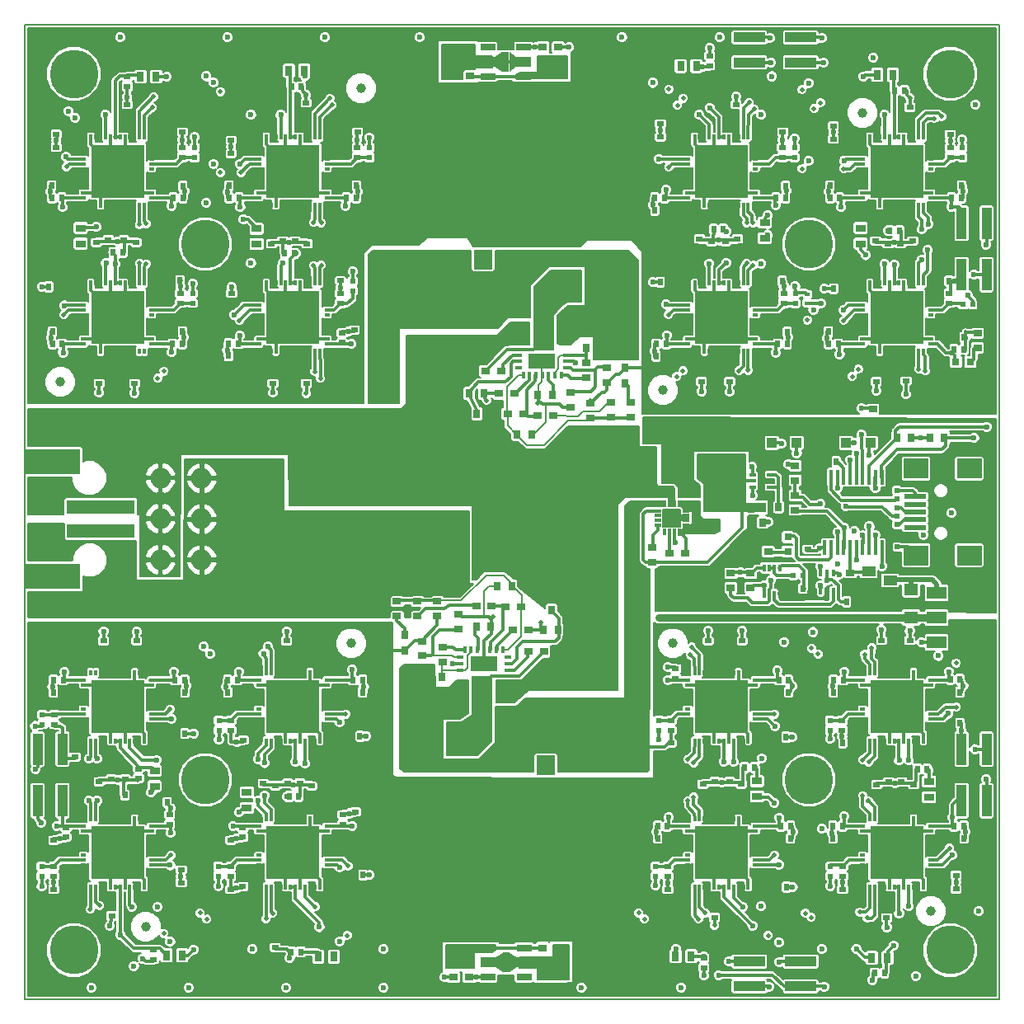
<source format=gtl>
G04 (created by PCBNEW (2013-05-16 BZR 4016)-stable) date 12. 1. 2014 16:37:08*
%MOIN*%
G04 Gerber Fmt 3.4, Leading zero omitted, Abs format*
%FSLAX34Y34*%
G01*
G70*
G90*
G04 APERTURE LIST*
%ADD10C,0.00590551*%
%ADD11R,0.0354331X0.0314961*%
%ADD12C,0.19685*%
%ADD13R,0.0255906X0.0334646*%
%ADD14R,0.0708X0.0629*%
%ADD15R,0.0885X0.0196*%
%ADD16R,0.0984X0.0787*%
%ADD17R,0.0259843X0.011811*%
%ADD18R,0.0157X0.059*%
%ADD19R,0.0393701X0.0393701*%
%ADD20R,0.0787402X0.05*%
%ADD21R,0.0236X0.0157*%
%ADD22C,0.0393701*%
%ADD23R,0.125984X0.0393701*%
%ADD24R,0.0393701X0.125984*%
%ADD25R,0.0196X0.0118*%
%ADD26R,0.0118X0.0196*%
%ADD27R,0.212598X0.212598*%
%ADD28R,0.0118X0.0295*%
%ADD29R,0.0295X0.0118*%
%ADD30R,0.0708661X0.0708661*%
%ADD31R,0.0393701X0.0314961*%
%ADD32R,0.0118X0.0275*%
%ADD33R,0.0275X0.0118*%
%ADD34R,0.0177165X0.0980315*%
%ADD35R,0.0838583X0.11378*%
%ADD36R,0.0401575X0.0980315*%
%ADD37R,0.105906X0.0610236*%
%ADD38R,0.023622X0.0169291*%
%ADD39R,0.0169291X0.0275591*%
%ADD40R,0.011811X0.0259843*%
%ADD41O,0.0826X0.0826*%
%ADD42R,0.019685X0.019685*%
%ADD43R,0.015748X0.0295276*%
%ADD44R,0.011811X0.0295276*%
%ADD45R,0.0551181X0.0393701*%
%ADD46R,0.0314961X0.0314961*%
%ADD47R,0.0551181X0.0511811*%
%ADD48R,0.0748031X0.0787402*%
%ADD49R,0.110236X0.122047*%
%ADD50R,0.0629921X0.0314961*%
%ADD51R,0.0314961X0.0393701*%
%ADD52R,0.0984252X0.15748*%
%ADD53R,0.0314961X0.0354331*%
%ADD54R,0.0354331X0.0275591*%
%ADD55R,0.0275591X0.0354331*%
%ADD56R,0.0275591X0.019685*%
%ADD57R,0.019685X0.0275591*%
%ADD58R,0.023622X0.019685*%
%ADD59R,0.019685X0.023622*%
%ADD60R,0.220472X0.104331*%
%ADD61R,0.275591X0.0551181*%
%ADD62R,0.0591X0.0276*%
%ADD63R,0.0591X0.0394*%
%ADD64R,0.0315X0.0787*%
%ADD65C,0.023622*%
%ADD66C,0.019685*%
%ADD67C,0.011811*%
%ADD68C,0.0314961*%
%ADD69C,0.00787402*%
%ADD70C,0.0118*%
%ADD71C,0.019685*%
%ADD72C,0.01*%
G04 APERTURE END LIST*
G54D10*
X38779Y-61023D02*
X78149Y-61023D01*
X78149Y-61023D02*
X78149Y-21653D01*
X78149Y-21653D02*
X38779Y-21653D01*
X38779Y-21653D02*
X38779Y-61023D01*
X65273Y-41231D02*
X64565Y-41231D01*
X64565Y-41231D02*
X64565Y-41939D01*
X64565Y-41939D02*
X65273Y-41939D01*
X65273Y-41939D02*
X65273Y-41231D01*
G54D11*
X59705Y-22550D03*
X60334Y-22550D03*
G54D12*
X46062Y-30511D03*
G54D13*
X69242Y-41151D03*
X68592Y-41151D03*
X69242Y-41761D03*
X68592Y-41761D03*
G54D14*
X56279Y-29960D03*
X56279Y-31062D03*
X55413Y-29960D03*
X55413Y-31062D03*
X61850Y-29980D03*
X61850Y-31082D03*
X62775Y-29980D03*
X62775Y-31082D03*
X60885Y-52607D03*
X60885Y-51505D03*
X61712Y-52587D03*
X61712Y-51485D03*
X55275Y-52657D03*
X55275Y-51555D03*
X54429Y-52657D03*
X54429Y-51555D03*
G54D15*
X74763Y-41338D03*
X74763Y-41652D03*
X74763Y-41967D03*
X74763Y-41024D03*
X74763Y-40709D03*
G54D16*
X74803Y-43089D03*
X74803Y-39587D03*
X76948Y-43089D03*
X76948Y-39587D03*
G54D17*
X68905Y-40334D03*
X68181Y-40078D03*
X68905Y-39822D03*
X68905Y-40078D03*
X68181Y-39822D03*
X68181Y-40334D03*
G54D18*
X71112Y-42785D03*
X71368Y-42785D03*
X71624Y-42785D03*
X71880Y-42785D03*
X72136Y-42785D03*
X72390Y-42785D03*
X72646Y-42785D03*
X72902Y-42785D03*
X73158Y-42785D03*
X73414Y-42785D03*
X73414Y-39931D03*
X73158Y-39931D03*
X72902Y-39931D03*
X72646Y-39931D03*
X72390Y-39931D03*
X72136Y-39931D03*
X71880Y-39931D03*
X71624Y-39931D03*
X71368Y-39931D03*
X71112Y-39931D03*
G54D19*
X71976Y-38543D03*
X70976Y-38543D03*
X69976Y-38543D03*
X72976Y-38543D03*
X68976Y-38543D03*
G54D20*
X75629Y-45610D03*
X75629Y-46614D03*
X75629Y-44606D03*
G54D21*
X70403Y-32539D03*
X70403Y-32893D03*
G54D22*
X72637Y-25196D03*
X75393Y-57480D03*
X43651Y-58100D03*
X52362Y-24212D03*
X40206Y-36082D03*
X64566Y-36417D03*
X51968Y-46653D03*
X64960Y-46653D03*
G54D23*
X68051Y-23159D03*
X68051Y-22155D03*
X70137Y-22155D03*
X70137Y-23159D03*
G54D24*
X76643Y-29665D03*
X77647Y-29665D03*
X77647Y-31751D03*
X76643Y-31751D03*
X76643Y-50925D03*
X77647Y-50925D03*
X77647Y-53011D03*
X76643Y-53011D03*
G54D23*
X70137Y-59517D03*
X70137Y-60521D03*
X68051Y-60521D03*
X68051Y-59517D03*
G54D25*
X43896Y-26477D03*
X43896Y-26674D03*
X43896Y-26871D03*
X43896Y-27067D03*
X43896Y-27264D03*
X43896Y-27461D03*
X43896Y-27657D03*
X43896Y-27854D03*
X43896Y-28051D03*
X43896Y-28247D03*
X43896Y-28444D03*
X43896Y-28641D03*
G54D26*
X43601Y-28936D03*
X43404Y-28936D03*
X43207Y-28936D03*
X43011Y-28936D03*
X42814Y-28936D03*
X42617Y-28936D03*
X42421Y-28936D03*
X42224Y-28936D03*
X42027Y-28936D03*
X41831Y-28936D03*
X41634Y-28936D03*
X41437Y-28936D03*
G54D25*
X41142Y-28641D03*
X41142Y-28444D03*
X41142Y-28247D03*
X41142Y-28051D03*
X41142Y-27854D03*
X41142Y-27657D03*
X41142Y-27461D03*
X41142Y-27264D03*
X41142Y-27067D03*
X41142Y-26871D03*
X41142Y-26674D03*
X41142Y-26477D03*
G54D26*
X41437Y-26182D03*
X41634Y-26182D03*
X41831Y-26182D03*
X42027Y-26182D03*
X42224Y-26182D03*
X42421Y-26182D03*
X42617Y-26182D03*
X42814Y-26182D03*
X43011Y-26182D03*
X43207Y-26182D03*
X43404Y-26182D03*
X43601Y-26182D03*
G54D27*
X42519Y-27559D03*
G54D25*
X43896Y-32382D03*
X43896Y-32579D03*
X43896Y-32776D03*
X43896Y-32972D03*
X43896Y-33169D03*
X43896Y-33366D03*
X43896Y-33562D03*
X43896Y-33759D03*
X43896Y-33956D03*
X43896Y-34152D03*
X43896Y-34349D03*
X43896Y-34546D03*
G54D26*
X43601Y-34841D03*
X43404Y-34841D03*
X43207Y-34841D03*
X43011Y-34841D03*
X42814Y-34841D03*
X42617Y-34841D03*
X42421Y-34841D03*
X42224Y-34841D03*
X42027Y-34841D03*
X41831Y-34841D03*
X41634Y-34841D03*
X41437Y-34841D03*
G54D25*
X41142Y-34546D03*
X41142Y-34349D03*
X41142Y-34152D03*
X41142Y-33956D03*
X41142Y-33759D03*
X41142Y-33562D03*
X41142Y-33366D03*
X41142Y-33169D03*
X41142Y-32972D03*
X41142Y-32776D03*
X41142Y-32579D03*
X41142Y-32382D03*
G54D26*
X41437Y-32087D03*
X41634Y-32087D03*
X41831Y-32087D03*
X42027Y-32087D03*
X42224Y-32087D03*
X42421Y-32087D03*
X42617Y-32087D03*
X42814Y-32087D03*
X43011Y-32087D03*
X43207Y-32087D03*
X43404Y-32087D03*
X43601Y-32087D03*
G54D27*
X42519Y-33464D03*
G54D25*
X50983Y-32382D03*
X50983Y-32579D03*
X50983Y-32776D03*
X50983Y-32972D03*
X50983Y-33169D03*
X50983Y-33366D03*
X50983Y-33562D03*
X50983Y-33759D03*
X50983Y-33956D03*
X50983Y-34152D03*
X50983Y-34349D03*
X50983Y-34546D03*
G54D26*
X50688Y-34841D03*
X50491Y-34841D03*
X50294Y-34841D03*
X50098Y-34841D03*
X49901Y-34841D03*
X49704Y-34841D03*
X49508Y-34841D03*
X49311Y-34841D03*
X49114Y-34841D03*
X48918Y-34841D03*
X48721Y-34841D03*
X48524Y-34841D03*
G54D25*
X48229Y-34546D03*
X48229Y-34349D03*
X48229Y-34152D03*
X48229Y-33956D03*
X48229Y-33759D03*
X48229Y-33562D03*
X48229Y-33366D03*
X48229Y-33169D03*
X48229Y-32972D03*
X48229Y-32776D03*
X48229Y-32579D03*
X48229Y-32382D03*
G54D26*
X48524Y-32087D03*
X48721Y-32087D03*
X48918Y-32087D03*
X49114Y-32087D03*
X49311Y-32087D03*
X49508Y-32087D03*
X49704Y-32087D03*
X49901Y-32087D03*
X50098Y-32087D03*
X50294Y-32087D03*
X50491Y-32087D03*
X50688Y-32087D03*
G54D27*
X49606Y-33464D03*
G54D25*
X50983Y-26477D03*
X50983Y-26674D03*
X50983Y-26871D03*
X50983Y-27067D03*
X50983Y-27264D03*
X50983Y-27461D03*
X50983Y-27657D03*
X50983Y-27854D03*
X50983Y-28051D03*
X50983Y-28247D03*
X50983Y-28444D03*
X50983Y-28641D03*
G54D26*
X50688Y-28936D03*
X50491Y-28936D03*
X50294Y-28936D03*
X50098Y-28936D03*
X49901Y-28936D03*
X49704Y-28936D03*
X49508Y-28936D03*
X49311Y-28936D03*
X49114Y-28936D03*
X48918Y-28936D03*
X48721Y-28936D03*
X48524Y-28936D03*
G54D25*
X48229Y-28641D03*
X48229Y-28444D03*
X48229Y-28247D03*
X48229Y-28051D03*
X48229Y-27854D03*
X48229Y-27657D03*
X48229Y-27461D03*
X48229Y-27264D03*
X48229Y-27067D03*
X48229Y-26871D03*
X48229Y-26674D03*
X48229Y-26477D03*
G54D26*
X48524Y-26182D03*
X48721Y-26182D03*
X48918Y-26182D03*
X49114Y-26182D03*
X49311Y-26182D03*
X49508Y-26182D03*
X49704Y-26182D03*
X49901Y-26182D03*
X50098Y-26182D03*
X50294Y-26182D03*
X50491Y-26182D03*
X50688Y-26182D03*
G54D27*
X49606Y-27559D03*
G54D25*
X41142Y-50294D03*
X41142Y-50097D03*
X41142Y-49900D03*
X41142Y-49704D03*
X41142Y-49507D03*
X41142Y-49310D03*
X41142Y-49114D03*
X41142Y-48917D03*
X41142Y-48720D03*
X41142Y-48524D03*
X41142Y-48327D03*
X41142Y-48130D03*
G54D26*
X41437Y-47835D03*
X41634Y-47835D03*
X41831Y-47835D03*
X42027Y-47835D03*
X42224Y-47835D03*
X42421Y-47835D03*
X42617Y-47835D03*
X42814Y-47835D03*
X43011Y-47835D03*
X43207Y-47835D03*
X43404Y-47835D03*
X43601Y-47835D03*
G54D25*
X43896Y-48130D03*
X43896Y-48327D03*
X43896Y-48524D03*
X43896Y-48720D03*
X43896Y-48917D03*
X43896Y-49114D03*
X43896Y-49310D03*
X43896Y-49507D03*
X43896Y-49704D03*
X43896Y-49900D03*
X43896Y-50097D03*
X43896Y-50294D03*
G54D26*
X43601Y-50589D03*
X43404Y-50589D03*
X43207Y-50589D03*
X43011Y-50589D03*
X42814Y-50589D03*
X42617Y-50589D03*
X42421Y-50589D03*
X42224Y-50589D03*
X42027Y-50589D03*
X41831Y-50589D03*
X41634Y-50589D03*
X41437Y-50589D03*
G54D27*
X42519Y-49212D03*
G54D25*
X41142Y-56200D03*
X41142Y-56003D03*
X41142Y-55806D03*
X41142Y-55610D03*
X41142Y-55413D03*
X41142Y-55216D03*
X41142Y-55020D03*
X41142Y-54823D03*
X41142Y-54626D03*
X41142Y-54430D03*
X41142Y-54233D03*
X41142Y-54036D03*
G54D26*
X41437Y-53741D03*
X41634Y-53741D03*
X41831Y-53741D03*
X42027Y-53741D03*
X42224Y-53741D03*
X42421Y-53741D03*
X42617Y-53741D03*
X42814Y-53741D03*
X43011Y-53741D03*
X43207Y-53741D03*
X43404Y-53741D03*
X43601Y-53741D03*
G54D25*
X43896Y-54036D03*
X43896Y-54233D03*
X43896Y-54430D03*
X43896Y-54626D03*
X43896Y-54823D03*
X43896Y-55020D03*
X43896Y-55216D03*
X43896Y-55413D03*
X43896Y-55610D03*
X43896Y-55806D03*
X43896Y-56003D03*
X43896Y-56200D03*
G54D26*
X43601Y-56495D03*
X43404Y-56495D03*
X43207Y-56495D03*
X43011Y-56495D03*
X42814Y-56495D03*
X42617Y-56495D03*
X42421Y-56495D03*
X42224Y-56495D03*
X42027Y-56495D03*
X41831Y-56495D03*
X41634Y-56495D03*
X41437Y-56495D03*
G54D27*
X42519Y-55118D03*
G54D25*
X48229Y-56200D03*
X48229Y-56003D03*
X48229Y-55806D03*
X48229Y-55610D03*
X48229Y-55413D03*
X48229Y-55216D03*
X48229Y-55020D03*
X48229Y-54823D03*
X48229Y-54626D03*
X48229Y-54430D03*
X48229Y-54233D03*
X48229Y-54036D03*
G54D26*
X48524Y-53741D03*
X48721Y-53741D03*
X48918Y-53741D03*
X49114Y-53741D03*
X49311Y-53741D03*
X49508Y-53741D03*
X49704Y-53741D03*
X49901Y-53741D03*
X50098Y-53741D03*
X50294Y-53741D03*
X50491Y-53741D03*
X50688Y-53741D03*
G54D25*
X50983Y-54036D03*
X50983Y-54233D03*
X50983Y-54430D03*
X50983Y-54626D03*
X50983Y-54823D03*
X50983Y-55020D03*
X50983Y-55216D03*
X50983Y-55413D03*
X50983Y-55610D03*
X50983Y-55806D03*
X50983Y-56003D03*
X50983Y-56200D03*
G54D26*
X50688Y-56495D03*
X50491Y-56495D03*
X50294Y-56495D03*
X50098Y-56495D03*
X49901Y-56495D03*
X49704Y-56495D03*
X49508Y-56495D03*
X49311Y-56495D03*
X49114Y-56495D03*
X48918Y-56495D03*
X48721Y-56495D03*
X48524Y-56495D03*
G54D27*
X49606Y-55118D03*
G54D25*
X48229Y-50294D03*
X48229Y-50097D03*
X48229Y-49900D03*
X48229Y-49704D03*
X48229Y-49507D03*
X48229Y-49310D03*
X48229Y-49114D03*
X48229Y-48917D03*
X48229Y-48720D03*
X48229Y-48524D03*
X48229Y-48327D03*
X48229Y-48130D03*
G54D26*
X48524Y-47835D03*
X48721Y-47835D03*
X48918Y-47835D03*
X49114Y-47835D03*
X49311Y-47835D03*
X49508Y-47835D03*
X49704Y-47835D03*
X49901Y-47835D03*
X50098Y-47835D03*
X50294Y-47835D03*
X50491Y-47835D03*
X50688Y-47835D03*
G54D25*
X50983Y-48130D03*
X50983Y-48327D03*
X50983Y-48524D03*
X50983Y-48720D03*
X50983Y-48917D03*
X50983Y-49114D03*
X50983Y-49310D03*
X50983Y-49507D03*
X50983Y-49704D03*
X50983Y-49900D03*
X50983Y-50097D03*
X50983Y-50294D03*
G54D26*
X50688Y-50589D03*
X50491Y-50589D03*
X50294Y-50589D03*
X50098Y-50589D03*
X49901Y-50589D03*
X49704Y-50589D03*
X49508Y-50589D03*
X49311Y-50589D03*
X49114Y-50589D03*
X48918Y-50589D03*
X48721Y-50589D03*
X48524Y-50589D03*
G54D27*
X49606Y-49212D03*
G54D25*
X65552Y-50294D03*
X65552Y-50097D03*
X65552Y-49900D03*
X65552Y-49704D03*
X65552Y-49507D03*
X65552Y-49310D03*
X65552Y-49114D03*
X65552Y-48917D03*
X65552Y-48720D03*
X65552Y-48524D03*
X65552Y-48327D03*
X65552Y-48130D03*
G54D26*
X65847Y-47835D03*
X66044Y-47835D03*
X66241Y-47835D03*
X66437Y-47835D03*
X66634Y-47835D03*
X66831Y-47835D03*
X67027Y-47835D03*
X67224Y-47835D03*
X67421Y-47835D03*
X67617Y-47835D03*
X67814Y-47835D03*
X68011Y-47835D03*
G54D25*
X68306Y-48130D03*
X68306Y-48327D03*
X68306Y-48524D03*
X68306Y-48720D03*
X68306Y-48917D03*
X68306Y-49114D03*
X68306Y-49310D03*
X68306Y-49507D03*
X68306Y-49704D03*
X68306Y-49900D03*
X68306Y-50097D03*
X68306Y-50294D03*
G54D26*
X68011Y-50589D03*
X67814Y-50589D03*
X67617Y-50589D03*
X67421Y-50589D03*
X67224Y-50589D03*
X67027Y-50589D03*
X66831Y-50589D03*
X66634Y-50589D03*
X66437Y-50589D03*
X66241Y-50589D03*
X66044Y-50589D03*
X65847Y-50589D03*
G54D27*
X66929Y-49212D03*
G54D25*
X65552Y-56200D03*
X65552Y-56003D03*
X65552Y-55806D03*
X65552Y-55610D03*
X65552Y-55413D03*
X65552Y-55216D03*
X65552Y-55020D03*
X65552Y-54823D03*
X65552Y-54626D03*
X65552Y-54430D03*
X65552Y-54233D03*
X65552Y-54036D03*
G54D26*
X65847Y-53741D03*
X66044Y-53741D03*
X66241Y-53741D03*
X66437Y-53741D03*
X66634Y-53741D03*
X66831Y-53741D03*
X67027Y-53741D03*
X67224Y-53741D03*
X67421Y-53741D03*
X67617Y-53741D03*
X67814Y-53741D03*
X68011Y-53741D03*
G54D25*
X68306Y-54036D03*
X68306Y-54233D03*
X68306Y-54430D03*
X68306Y-54626D03*
X68306Y-54823D03*
X68306Y-55020D03*
X68306Y-55216D03*
X68306Y-55413D03*
X68306Y-55610D03*
X68306Y-55806D03*
X68306Y-56003D03*
X68306Y-56200D03*
G54D26*
X68011Y-56495D03*
X67814Y-56495D03*
X67617Y-56495D03*
X67421Y-56495D03*
X67224Y-56495D03*
X67027Y-56495D03*
X66831Y-56495D03*
X66634Y-56495D03*
X66437Y-56495D03*
X66241Y-56495D03*
X66044Y-56495D03*
X65847Y-56495D03*
G54D27*
X66929Y-55118D03*
G54D25*
X72638Y-56200D03*
X72638Y-56003D03*
X72638Y-55806D03*
X72638Y-55610D03*
X72638Y-55413D03*
X72638Y-55216D03*
X72638Y-55020D03*
X72638Y-54823D03*
X72638Y-54626D03*
X72638Y-54430D03*
X72638Y-54233D03*
X72638Y-54036D03*
G54D26*
X72933Y-53741D03*
X73130Y-53741D03*
X73327Y-53741D03*
X73523Y-53741D03*
X73720Y-53741D03*
X73917Y-53741D03*
X74113Y-53741D03*
X74310Y-53741D03*
X74507Y-53741D03*
X74703Y-53741D03*
X74900Y-53741D03*
X75097Y-53741D03*
G54D25*
X75392Y-54036D03*
X75392Y-54233D03*
X75392Y-54430D03*
X75392Y-54626D03*
X75392Y-54823D03*
X75392Y-55020D03*
X75392Y-55216D03*
X75392Y-55413D03*
X75392Y-55610D03*
X75392Y-55806D03*
X75392Y-56003D03*
X75392Y-56200D03*
G54D26*
X75097Y-56495D03*
X74900Y-56495D03*
X74703Y-56495D03*
X74507Y-56495D03*
X74310Y-56495D03*
X74113Y-56495D03*
X73917Y-56495D03*
X73720Y-56495D03*
X73523Y-56495D03*
X73327Y-56495D03*
X73130Y-56495D03*
X72933Y-56495D03*
G54D27*
X74015Y-55118D03*
G54D25*
X72638Y-50294D03*
X72638Y-50097D03*
X72638Y-49900D03*
X72638Y-49704D03*
X72638Y-49507D03*
X72638Y-49310D03*
X72638Y-49114D03*
X72638Y-48917D03*
X72638Y-48720D03*
X72638Y-48524D03*
X72638Y-48327D03*
X72638Y-48130D03*
G54D26*
X72933Y-47835D03*
X73130Y-47835D03*
X73327Y-47835D03*
X73523Y-47835D03*
X73720Y-47835D03*
X73917Y-47835D03*
X74113Y-47835D03*
X74310Y-47835D03*
X74507Y-47835D03*
X74703Y-47835D03*
X74900Y-47835D03*
X75097Y-47835D03*
G54D25*
X75392Y-48130D03*
X75392Y-48327D03*
X75392Y-48524D03*
X75392Y-48720D03*
X75392Y-48917D03*
X75392Y-49114D03*
X75392Y-49310D03*
X75392Y-49507D03*
X75392Y-49704D03*
X75392Y-49900D03*
X75392Y-50097D03*
X75392Y-50294D03*
G54D26*
X75097Y-50589D03*
X74900Y-50589D03*
X74703Y-50589D03*
X74507Y-50589D03*
X74310Y-50589D03*
X74113Y-50589D03*
X73917Y-50589D03*
X73720Y-50589D03*
X73523Y-50589D03*
X73327Y-50589D03*
X73130Y-50589D03*
X72933Y-50589D03*
G54D27*
X74015Y-49212D03*
G54D25*
X75392Y-32382D03*
X75392Y-32579D03*
X75392Y-32776D03*
X75392Y-32972D03*
X75392Y-33169D03*
X75392Y-33366D03*
X75392Y-33562D03*
X75392Y-33759D03*
X75392Y-33956D03*
X75392Y-34152D03*
X75392Y-34349D03*
X75392Y-34546D03*
G54D26*
X75097Y-34841D03*
X74900Y-34841D03*
X74703Y-34841D03*
X74507Y-34841D03*
X74310Y-34841D03*
X74113Y-34841D03*
X73917Y-34841D03*
X73720Y-34841D03*
X73523Y-34841D03*
X73327Y-34841D03*
X73130Y-34841D03*
X72933Y-34841D03*
G54D25*
X72638Y-34546D03*
X72638Y-34349D03*
X72638Y-34152D03*
X72638Y-33956D03*
X72638Y-33759D03*
X72638Y-33562D03*
X72638Y-33366D03*
X72638Y-33169D03*
X72638Y-32972D03*
X72638Y-32776D03*
X72638Y-32579D03*
X72638Y-32382D03*
G54D26*
X72933Y-32087D03*
X73130Y-32087D03*
X73327Y-32087D03*
X73523Y-32087D03*
X73720Y-32087D03*
X73917Y-32087D03*
X74113Y-32087D03*
X74310Y-32087D03*
X74507Y-32087D03*
X74703Y-32087D03*
X74900Y-32087D03*
X75097Y-32087D03*
G54D27*
X74015Y-33464D03*
G54D25*
X75392Y-26477D03*
X75392Y-26674D03*
X75392Y-26871D03*
X75392Y-27067D03*
X75392Y-27264D03*
X75392Y-27461D03*
X75392Y-27657D03*
X75392Y-27854D03*
X75392Y-28051D03*
X75392Y-28247D03*
X75392Y-28444D03*
X75392Y-28641D03*
G54D26*
X75097Y-28936D03*
X74900Y-28936D03*
X74703Y-28936D03*
X74507Y-28936D03*
X74310Y-28936D03*
X74113Y-28936D03*
X73917Y-28936D03*
X73720Y-28936D03*
X73523Y-28936D03*
X73327Y-28936D03*
X73130Y-28936D03*
X72933Y-28936D03*
G54D25*
X72638Y-28641D03*
X72638Y-28444D03*
X72638Y-28247D03*
X72638Y-28051D03*
X72638Y-27854D03*
X72638Y-27657D03*
X72638Y-27461D03*
X72638Y-27264D03*
X72638Y-27067D03*
X72638Y-26871D03*
X72638Y-26674D03*
X72638Y-26477D03*
G54D26*
X72933Y-26182D03*
X73130Y-26182D03*
X73327Y-26182D03*
X73523Y-26182D03*
X73720Y-26182D03*
X73917Y-26182D03*
X74113Y-26182D03*
X74310Y-26182D03*
X74507Y-26182D03*
X74703Y-26182D03*
X74900Y-26182D03*
X75097Y-26182D03*
G54D27*
X74015Y-27559D03*
G54D25*
X68306Y-26477D03*
X68306Y-26674D03*
X68306Y-26871D03*
X68306Y-27067D03*
X68306Y-27264D03*
X68306Y-27461D03*
X68306Y-27657D03*
X68306Y-27854D03*
X68306Y-28051D03*
X68306Y-28247D03*
X68306Y-28444D03*
X68306Y-28641D03*
G54D26*
X68011Y-28936D03*
X67814Y-28936D03*
X67617Y-28936D03*
X67421Y-28936D03*
X67224Y-28936D03*
X67027Y-28936D03*
X66831Y-28936D03*
X66634Y-28936D03*
X66437Y-28936D03*
X66241Y-28936D03*
X66044Y-28936D03*
X65847Y-28936D03*
G54D25*
X65552Y-28641D03*
X65552Y-28444D03*
X65552Y-28247D03*
X65552Y-28051D03*
X65552Y-27854D03*
X65552Y-27657D03*
X65552Y-27461D03*
X65552Y-27264D03*
X65552Y-27067D03*
X65552Y-26871D03*
X65552Y-26674D03*
X65552Y-26477D03*
G54D26*
X65847Y-26182D03*
X66044Y-26182D03*
X66241Y-26182D03*
X66437Y-26182D03*
X66634Y-26182D03*
X66831Y-26182D03*
X67027Y-26182D03*
X67224Y-26182D03*
X67421Y-26182D03*
X67617Y-26182D03*
X67814Y-26182D03*
X68011Y-26182D03*
G54D27*
X66929Y-27559D03*
G54D25*
X68306Y-32382D03*
X68306Y-32579D03*
X68306Y-32776D03*
X68306Y-32972D03*
X68306Y-33169D03*
X68306Y-33366D03*
X68306Y-33562D03*
X68306Y-33759D03*
X68306Y-33956D03*
X68306Y-34152D03*
X68306Y-34349D03*
X68306Y-34546D03*
G54D26*
X68011Y-34841D03*
X67814Y-34841D03*
X67617Y-34841D03*
X67421Y-34841D03*
X67224Y-34841D03*
X67027Y-34841D03*
X66831Y-34841D03*
X66634Y-34841D03*
X66437Y-34841D03*
X66241Y-34841D03*
X66044Y-34841D03*
X65847Y-34841D03*
G54D25*
X65552Y-34546D03*
X65552Y-34349D03*
X65552Y-34152D03*
X65552Y-33956D03*
X65552Y-33759D03*
X65552Y-33562D03*
X65552Y-33366D03*
X65552Y-33169D03*
X65552Y-32972D03*
X65552Y-32776D03*
X65552Y-32579D03*
X65552Y-32382D03*
G54D26*
X65847Y-32087D03*
X66044Y-32087D03*
X66241Y-32087D03*
X66437Y-32087D03*
X66634Y-32087D03*
X66831Y-32087D03*
X67027Y-32087D03*
X67224Y-32087D03*
X67421Y-32087D03*
X67617Y-32087D03*
X67814Y-32087D03*
X68011Y-32087D03*
G54D27*
X66929Y-33464D03*
G54D28*
X65214Y-41015D03*
X65017Y-41015D03*
X64821Y-41015D03*
X64624Y-41015D03*
G54D29*
X64349Y-41290D03*
X64349Y-41487D03*
X64349Y-41683D03*
X64349Y-41880D03*
G54D28*
X64624Y-42155D03*
X64821Y-42155D03*
X65017Y-42155D03*
X65214Y-42155D03*
G54D29*
X65489Y-41880D03*
X65489Y-41683D03*
X65489Y-41487D03*
X65489Y-41290D03*
G54D30*
X64919Y-41585D03*
G54D31*
X65441Y-41585D03*
G54D32*
X58917Y-35816D03*
X59173Y-35816D03*
X59429Y-35816D03*
X59685Y-35816D03*
X59940Y-35816D03*
X60196Y-35816D03*
X60452Y-35816D03*
G54D33*
X60649Y-35501D03*
X60649Y-35245D03*
X60649Y-34989D03*
X58721Y-35501D03*
X58721Y-35245D03*
X58721Y-34989D03*
G54D34*
X60472Y-34123D03*
G54D35*
X59773Y-34192D03*
G54D36*
X59005Y-34123D03*
G54D37*
X59665Y-35245D03*
G54D38*
X58700Y-33710D03*
X58700Y-34123D03*
X58700Y-34536D03*
X60669Y-33710D03*
X60669Y-34123D03*
X60659Y-34536D03*
G54D39*
X59773Y-33483D03*
X59438Y-33483D03*
X60108Y-33483D03*
G54D32*
X58089Y-46902D03*
X57833Y-46902D03*
X57577Y-46902D03*
X57322Y-46902D03*
X57066Y-46902D03*
X56810Y-46902D03*
X56554Y-46902D03*
G54D33*
X56358Y-47218D03*
X56358Y-47474D03*
X56358Y-47730D03*
X58286Y-47218D03*
X58286Y-47474D03*
X58286Y-47730D03*
G54D34*
X56534Y-48595D03*
G54D35*
X57233Y-48526D03*
G54D36*
X58001Y-48595D03*
G54D37*
X57341Y-47473D03*
G54D38*
X58306Y-49008D03*
X58306Y-48595D03*
X58306Y-48182D03*
X56337Y-49008D03*
X56337Y-48595D03*
X56347Y-48182D03*
G54D39*
X57233Y-49235D03*
X57568Y-49235D03*
X56898Y-49235D03*
G54D24*
X40285Y-53011D03*
X39281Y-53011D03*
X39281Y-50925D03*
X40285Y-50925D03*
G54D12*
X40748Y-23622D03*
X40748Y-59055D03*
X46062Y-52165D03*
X70472Y-52165D03*
X76181Y-59055D03*
X76181Y-23622D03*
X70472Y-30511D03*
G54D40*
X70944Y-44545D03*
X71200Y-43820D03*
X71456Y-44545D03*
X71200Y-44545D03*
X71456Y-43820D03*
X70944Y-43820D03*
G54D41*
X44252Y-43267D03*
X44252Y-41614D03*
X44252Y-39961D03*
X45904Y-39961D03*
X45904Y-41614D03*
X45904Y-43267D03*
G54D42*
X74025Y-41496D03*
X74025Y-41850D03*
X74025Y-40807D03*
X74025Y-41161D03*
X74035Y-42401D03*
X74035Y-42755D03*
X74025Y-40118D03*
X74025Y-40472D03*
G54D43*
X69291Y-44685D03*
X68661Y-44685D03*
G54D44*
X68877Y-44685D03*
X69074Y-44685D03*
X69074Y-43602D03*
X68877Y-43602D03*
G54D43*
X68661Y-43602D03*
X69291Y-43602D03*
G54D45*
X72883Y-43740D03*
X72883Y-44488D03*
X73750Y-44104D03*
G54D46*
X69616Y-42352D03*
X69616Y-42942D03*
X76407Y-35275D03*
X76998Y-35275D03*
G54D47*
X74596Y-45600D03*
X74596Y-44458D03*
G54D48*
X57290Y-31123D03*
G54D49*
X60696Y-32205D03*
X60696Y-30040D03*
G54D48*
X59838Y-51588D03*
G54D49*
X56432Y-50505D03*
X56432Y-52670D03*
G54D50*
X66525Y-41840D03*
X66525Y-41131D03*
G54D51*
X44074Y-23740D03*
X43444Y-23740D03*
X50068Y-23494D03*
X49438Y-23494D03*
G54D31*
X48139Y-29881D03*
X48139Y-30511D03*
X41023Y-29862D03*
X41023Y-30492D03*
X44015Y-52431D03*
X44015Y-51801D03*
X47746Y-53307D03*
X47746Y-52677D03*
G54D51*
X45127Y-59261D03*
X44498Y-59261D03*
X51259Y-59320D03*
X50629Y-59320D03*
X65078Y-59301D03*
X65708Y-59301D03*
X73011Y-59360D03*
X73641Y-59360D03*
G54D31*
X68366Y-52844D03*
X68366Y-52214D03*
X75324Y-52874D03*
X75324Y-52244D03*
X68681Y-29645D03*
X68681Y-30275D03*
X72559Y-29862D03*
X72559Y-30492D03*
G54D51*
X65285Y-23307D03*
X65915Y-23307D03*
X73238Y-23661D03*
X73868Y-23661D03*
G54D52*
X50515Y-43141D03*
X50515Y-39992D03*
X54736Y-43141D03*
X54736Y-39992D03*
G54D53*
X59409Y-49015D03*
X59409Y-48385D03*
X57559Y-34370D03*
X57559Y-33740D03*
G54D11*
X53740Y-35984D03*
X54370Y-35984D03*
X56764Y-23720D03*
X56135Y-23720D03*
X56724Y-60145D03*
X56095Y-60145D03*
X59705Y-58960D03*
X60334Y-58960D03*
X66122Y-39173D03*
X65492Y-39173D03*
X66122Y-39783D03*
X65492Y-39783D03*
X64842Y-43011D03*
X65472Y-43011D03*
X58204Y-45159D03*
X58833Y-45159D03*
X57644Y-45151D03*
X57015Y-45151D03*
G54D53*
X54114Y-46929D03*
X54114Y-46299D03*
X62500Y-52293D03*
X62500Y-51663D03*
G54D11*
X59118Y-46985D03*
X59747Y-46985D03*
X62559Y-46732D03*
X63188Y-46732D03*
X58507Y-46103D03*
X59136Y-46103D03*
G54D53*
X55645Y-48017D03*
X55645Y-48646D03*
G54D11*
X58936Y-37375D03*
X58307Y-37375D03*
X59511Y-37422D03*
X60140Y-37422D03*
G54D53*
X63031Y-35511D03*
X63031Y-36141D03*
X54606Y-30354D03*
X54606Y-30984D03*
G54D11*
X58038Y-35635D03*
X57409Y-35635D03*
X58573Y-36548D03*
X57944Y-36548D03*
G54D53*
X61464Y-34713D03*
X61464Y-34084D03*
G54D19*
X63996Y-39881D03*
X64822Y-39881D03*
X63996Y-39074D03*
X64822Y-39074D03*
X60157Y-48287D03*
X60157Y-49114D03*
X60984Y-48287D03*
X60984Y-49114D03*
X61811Y-48287D03*
X61811Y-49114D03*
X62460Y-48267D03*
X63287Y-48267D03*
X62460Y-47440D03*
X63287Y-47440D03*
X56850Y-34468D03*
X56850Y-33641D03*
X56023Y-34468D03*
X56023Y-33641D03*
X55196Y-34468D03*
X55196Y-33641D03*
X54468Y-34488D03*
X53641Y-34488D03*
X54468Y-35275D03*
X53641Y-35275D03*
G54D54*
X68110Y-43818D03*
X68110Y-44409D03*
X67312Y-43818D03*
X67312Y-44409D03*
X72145Y-43799D03*
X72145Y-44389D03*
X68818Y-42942D03*
X68818Y-42352D03*
X77283Y-34704D03*
X77283Y-34114D03*
X73051Y-37185D03*
X73051Y-37775D03*
G54D55*
X75354Y-38346D03*
X75944Y-38346D03*
X74606Y-38346D03*
X74015Y-38346D03*
G54D54*
X69911Y-39468D03*
X69911Y-40059D03*
X69911Y-40669D03*
X69911Y-41259D03*
X64133Y-42775D03*
X64133Y-43366D03*
X56303Y-45477D03*
X56303Y-46068D03*
X54830Y-47154D03*
X54830Y-46563D03*
X54633Y-45540D03*
X54633Y-44949D03*
G54D55*
X57857Y-44340D03*
X58448Y-44340D03*
G54D54*
X53811Y-44945D03*
X53811Y-45536D03*
X55440Y-45540D03*
X55440Y-44949D03*
X55653Y-46815D03*
X55653Y-47406D03*
G54D55*
X60062Y-45304D03*
X60653Y-45304D03*
X59723Y-46103D03*
X60314Y-46103D03*
X57606Y-45970D03*
X57015Y-45970D03*
G54D54*
X60834Y-37095D03*
X60834Y-36504D03*
X62307Y-35516D03*
X62307Y-36107D03*
X62464Y-36914D03*
X62464Y-37505D03*
G54D55*
X59259Y-38194D03*
X58668Y-38194D03*
G54D54*
X63267Y-37509D03*
X63267Y-36918D03*
X61645Y-36945D03*
X61645Y-37536D03*
X61456Y-35902D03*
X61456Y-35311D03*
G54D55*
X57043Y-37375D03*
X56452Y-37375D03*
X57322Y-36548D03*
X56731Y-36548D03*
X59503Y-36596D03*
X60094Y-36596D03*
G54D56*
X70423Y-42450D03*
X70423Y-42844D03*
G54D57*
X71988Y-44970D03*
X72381Y-44970D03*
X69832Y-44429D03*
X70226Y-44429D03*
G54D56*
X43366Y-51722D03*
X43366Y-52116D03*
G54D57*
X49448Y-52834D03*
X49842Y-52834D03*
G54D56*
X43966Y-59045D03*
X43966Y-59438D03*
G54D57*
X49931Y-59124D03*
X49537Y-59124D03*
X68248Y-51673D03*
X67854Y-51673D03*
X75246Y-51732D03*
X74852Y-51732D03*
G54D56*
X66220Y-59370D03*
X66220Y-59763D03*
G54D57*
X73523Y-59980D03*
X73129Y-59980D03*
X73740Y-29960D03*
X74133Y-29960D03*
X67007Y-29901D03*
X66614Y-29901D03*
X73946Y-24301D03*
X74340Y-24301D03*
G54D56*
X66456Y-23297D03*
X66456Y-22903D03*
G54D57*
X49665Y-30885D03*
X49271Y-30885D03*
X42342Y-30846D03*
X42736Y-30846D03*
X49547Y-24153D03*
X49940Y-24153D03*
G54D56*
X42913Y-23740D03*
X42913Y-24133D03*
X68129Y-41259D03*
X68129Y-41653D03*
G54D57*
X71171Y-39301D03*
X71564Y-39301D03*
G54D56*
X41948Y-46948D03*
X41948Y-46555D03*
X40797Y-50846D03*
X40797Y-51240D03*
G54D57*
X40314Y-48622D03*
X39921Y-48622D03*
X43208Y-52785D03*
X42814Y-52785D03*
X44842Y-48622D03*
X45236Y-48622D03*
X44842Y-50295D03*
X45236Y-50295D03*
G54D56*
X42834Y-51732D03*
X42834Y-52125D03*
X42263Y-51732D03*
X42263Y-52125D03*
X39970Y-49537D03*
X39970Y-49931D03*
G54D57*
X40314Y-48129D03*
X39921Y-48129D03*
X44842Y-48129D03*
X45236Y-48129D03*
X51919Y-50403D03*
X52312Y-50403D03*
X47362Y-48622D03*
X46968Y-48622D03*
G54D56*
X48405Y-51919D03*
X48405Y-52312D03*
X49350Y-46948D03*
X49350Y-46555D03*
G54D57*
X52027Y-48622D03*
X52421Y-48622D03*
G54D56*
X47598Y-50177D03*
X47598Y-50570D03*
X49881Y-51909D03*
X49881Y-52303D03*
X49389Y-51909D03*
X49389Y-52303D03*
X47106Y-49763D03*
X47106Y-50157D03*
G54D57*
X47362Y-48129D03*
X46968Y-48129D03*
X52027Y-48129D03*
X52421Y-48129D03*
G54D56*
X42283Y-57273D03*
X42283Y-57667D03*
X39940Y-56988D03*
X39940Y-56594D03*
X39940Y-55000D03*
X39940Y-54606D03*
X41771Y-52637D03*
X41771Y-52244D03*
G54D57*
X44124Y-53080D03*
X44517Y-53080D03*
G54D56*
X43287Y-46948D03*
X43287Y-46555D03*
X45098Y-56732D03*
X45098Y-56338D03*
X45098Y-55413D03*
X45098Y-55807D03*
X39940Y-55669D03*
X39940Y-56062D03*
X40433Y-54094D03*
X40433Y-54488D03*
X44622Y-53976D03*
X44622Y-53582D03*
G54D57*
X52037Y-56013D03*
X52431Y-56013D03*
G54D56*
X47086Y-56988D03*
X47086Y-56594D03*
X47086Y-55000D03*
X47086Y-54606D03*
X50374Y-52814D03*
X50374Y-52421D03*
X52125Y-53070D03*
X52125Y-53464D03*
X47578Y-56082D03*
X47578Y-56476D03*
X48897Y-52814D03*
X48897Y-52421D03*
X48887Y-58553D03*
X48887Y-58946D03*
X47086Y-55669D03*
X47086Y-56062D03*
X47578Y-54094D03*
X47578Y-54488D03*
X51633Y-53976D03*
X51633Y-53582D03*
X67736Y-52736D03*
X67736Y-52342D03*
G54D57*
X64350Y-48720D03*
X63956Y-48720D03*
G54D56*
X67775Y-46948D03*
X67775Y-46555D03*
X66397Y-46948D03*
X66397Y-46555D03*
G54D57*
X69251Y-48622D03*
X69645Y-48622D03*
G54D56*
X64901Y-51082D03*
X64901Y-50688D03*
X67263Y-51830D03*
X67263Y-52224D03*
X66673Y-51830D03*
X66673Y-52224D03*
X64901Y-49763D03*
X64901Y-50157D03*
X65078Y-48070D03*
X65078Y-47677D03*
G54D57*
X69251Y-48129D03*
X69645Y-48129D03*
G54D56*
X74704Y-52755D03*
X74704Y-52362D03*
X74547Y-46929D03*
X74547Y-46535D03*
G54D57*
X71850Y-48622D03*
X71456Y-48622D03*
G54D56*
X73405Y-46929D03*
X73405Y-46535D03*
G54D57*
X76181Y-48622D03*
X76574Y-48622D03*
X72234Y-50669D03*
X71840Y-50669D03*
G54D56*
X74212Y-51850D03*
X74212Y-52244D03*
X73700Y-51850D03*
X73700Y-52244D03*
X71811Y-49763D03*
X71811Y-50157D03*
G54D57*
X71850Y-48129D03*
X71456Y-48129D03*
X76181Y-48110D03*
X76574Y-48110D03*
X69163Y-56505D03*
X69557Y-56505D03*
X64350Y-49212D03*
X63956Y-49212D03*
X64744Y-54527D03*
X64350Y-54527D03*
G54D56*
X66181Y-52736D03*
X66181Y-52342D03*
G54D57*
X69330Y-54527D03*
X69724Y-54527D03*
G54D56*
X64763Y-56988D03*
X64763Y-56594D03*
G54D57*
X69143Y-50442D03*
X69537Y-50442D03*
G54D56*
X66649Y-57334D03*
X66649Y-57728D03*
X64763Y-55669D03*
X64763Y-56062D03*
G54D57*
X64744Y-54035D03*
X64350Y-54035D03*
X69330Y-54035D03*
X69724Y-54035D03*
G54D56*
X73610Y-57350D03*
X73610Y-57744D03*
X76417Y-56968D03*
X76417Y-56574D03*
G54D57*
X71830Y-54527D03*
X71437Y-54527D03*
G54D56*
X73208Y-52755D03*
X73208Y-52362D03*
G54D57*
X76338Y-54527D03*
X76732Y-54527D03*
G54D56*
X71830Y-56988D03*
X71830Y-56594D03*
X76417Y-55629D03*
X76417Y-56023D03*
G54D57*
X76181Y-49881D03*
X76574Y-49881D03*
G54D56*
X71830Y-55669D03*
X71830Y-56062D03*
G54D57*
X71830Y-54035D03*
X71437Y-54035D03*
X76338Y-54035D03*
X76732Y-54035D03*
G54D56*
X73188Y-35669D03*
X73188Y-36062D03*
G54D57*
X76338Y-34281D03*
X76732Y-34281D03*
G54D56*
X67263Y-35673D03*
X67263Y-36066D03*
X74397Y-35653D03*
X74397Y-36047D03*
G54D57*
X71653Y-34055D03*
X71259Y-34055D03*
G54D56*
X73661Y-30885D03*
X73661Y-30492D03*
X74173Y-30885D03*
X74173Y-30492D03*
G54D57*
X75728Y-32007D03*
X76122Y-32007D03*
G54D56*
X76141Y-32893D03*
X76141Y-32500D03*
G54D57*
X76338Y-34763D03*
X76732Y-34763D03*
X71653Y-34547D03*
X71259Y-34547D03*
X69192Y-34074D03*
X69586Y-34074D03*
X64842Y-32047D03*
X64448Y-32047D03*
G54D56*
X66043Y-29901D03*
X66043Y-30295D03*
G54D57*
X68996Y-32007D03*
X69389Y-32007D03*
X64685Y-35039D03*
X64291Y-35039D03*
G54D56*
X66122Y-35669D03*
X66122Y-36062D03*
X67086Y-30807D03*
X67086Y-30413D03*
X66535Y-30807D03*
X66535Y-30413D03*
X69448Y-32913D03*
X69448Y-32519D03*
G54D57*
X69192Y-34547D03*
X69586Y-34547D03*
X64685Y-34547D03*
X64291Y-34547D03*
G54D56*
X71456Y-26653D03*
X71456Y-26259D03*
X76181Y-25688D03*
X76181Y-26082D03*
G54D57*
X76240Y-28149D03*
X76633Y-28149D03*
G54D56*
X74665Y-29980D03*
X74665Y-30374D03*
G54D57*
X71712Y-28149D03*
X71318Y-28149D03*
G54D56*
X71456Y-25334D03*
X71456Y-25728D03*
X73169Y-29980D03*
X73169Y-30374D03*
X74551Y-25370D03*
X74551Y-24976D03*
X76181Y-27007D03*
X76181Y-26614D03*
G54D57*
X76240Y-28641D03*
X76633Y-28641D03*
X71712Y-28641D03*
X71318Y-28641D03*
G54D56*
X64468Y-25255D03*
X64468Y-25649D03*
G54D57*
X69133Y-28169D03*
X69527Y-28169D03*
G54D56*
X69409Y-25590D03*
X69409Y-25984D03*
X67578Y-29901D03*
X67578Y-30295D03*
G54D57*
X71860Y-32312D03*
X71466Y-32312D03*
X64625Y-29133D03*
X64232Y-29133D03*
G54D56*
X64468Y-26574D03*
X64468Y-26181D03*
X67519Y-25255D03*
X67519Y-24862D03*
X69389Y-27007D03*
X69389Y-26614D03*
G54D57*
X69133Y-28641D03*
X69527Y-28641D03*
X64625Y-28641D03*
X64232Y-28641D03*
G54D56*
X47125Y-32893D03*
X47125Y-32500D03*
X50177Y-30885D03*
X50177Y-30492D03*
X48740Y-30885D03*
X48740Y-30492D03*
X52086Y-33582D03*
X52086Y-33976D03*
X49192Y-29980D03*
X49192Y-30374D03*
X48799Y-35748D03*
X48799Y-36141D03*
G54D57*
X47401Y-35019D03*
X47007Y-35019D03*
G54D56*
X51535Y-31594D03*
X51535Y-31988D03*
X51535Y-32913D03*
X51535Y-32519D03*
X51594Y-34488D03*
X51594Y-34094D03*
G54D57*
X47401Y-34527D03*
X47007Y-34527D03*
G54D56*
X43208Y-35748D03*
X43208Y-36141D03*
X43259Y-30842D03*
X43259Y-30448D03*
X41653Y-30846D03*
X41653Y-30452D03*
G54D57*
X44744Y-34055D03*
X45137Y-34055D03*
G54D56*
X41771Y-35748D03*
X41771Y-36141D03*
G54D57*
X40275Y-34055D03*
X39881Y-34055D03*
X44645Y-31988D03*
X45039Y-31988D03*
X40127Y-32234D03*
X39734Y-32234D03*
G54D56*
X45059Y-32893D03*
X45059Y-32500D03*
G54D57*
X40275Y-34547D03*
X39881Y-34547D03*
X44744Y-34547D03*
X45137Y-34547D03*
G54D56*
X50137Y-25188D03*
X50137Y-24795D03*
X47106Y-27244D03*
X47106Y-26850D03*
X52224Y-25590D03*
X52224Y-25984D03*
X50149Y-35748D03*
X50149Y-36141D03*
G54D57*
X51771Y-28149D03*
X52165Y-28149D03*
G54D56*
X49685Y-29980D03*
X49685Y-30374D03*
X47106Y-25925D03*
X47106Y-26318D03*
G54D57*
X47421Y-28149D03*
X47027Y-28149D03*
G54D56*
X52204Y-27007D03*
X52204Y-26614D03*
G54D57*
X47421Y-28641D03*
X47027Y-28641D03*
X51771Y-28641D03*
X52165Y-28641D03*
G54D56*
X40039Y-26988D03*
X40039Y-26594D03*
X42145Y-29940D03*
X42145Y-30334D03*
X42775Y-29940D03*
X42775Y-30334D03*
G54D57*
X44763Y-28169D03*
X45157Y-28169D03*
G54D56*
X45137Y-25590D03*
X45137Y-25984D03*
G54D57*
X40255Y-28149D03*
X39862Y-28149D03*
G54D56*
X45137Y-27007D03*
X45137Y-26614D03*
G54D57*
X44763Y-28641D03*
X45157Y-28641D03*
G54D56*
X40039Y-25669D03*
X40039Y-26062D03*
X42905Y-25251D03*
X42905Y-24858D03*
G54D57*
X40255Y-28641D03*
X39862Y-28641D03*
G54D58*
X45629Y-27007D03*
X45629Y-26614D03*
X45551Y-32893D03*
X45551Y-32500D03*
X52027Y-32401D03*
X52027Y-32007D03*
X52696Y-27007D03*
X52696Y-26614D03*
X46614Y-49763D03*
X46614Y-50157D03*
X46594Y-55669D03*
X46594Y-56062D03*
X39448Y-55669D03*
X39448Y-56062D03*
X39478Y-49537D03*
X39478Y-49931D03*
G54D59*
X70216Y-43897D03*
X69822Y-43897D03*
G54D58*
X76673Y-27007D03*
X76673Y-26614D03*
G54D59*
X76692Y-32952D03*
X77086Y-32952D03*
G54D58*
X69921Y-32913D03*
X69921Y-32519D03*
X69881Y-27007D03*
X69881Y-26614D03*
X64409Y-49763D03*
X64409Y-50157D03*
X64271Y-55669D03*
X64271Y-56062D03*
X71338Y-55669D03*
X71338Y-56062D03*
X71318Y-49763D03*
X71318Y-50157D03*
G54D60*
X39911Y-43937D03*
X39911Y-39311D03*
G54D61*
X41840Y-41131D03*
X41840Y-42116D03*
G54D10*
G36*
X58348Y-22746D02*
X58643Y-22943D01*
X58643Y-23337D01*
X58348Y-23534D01*
X58348Y-22746D01*
X58348Y-22746D01*
G37*
G54D62*
X58939Y-22549D03*
X58939Y-23731D03*
X57481Y-22549D03*
G54D63*
X57481Y-23140D03*
G54D62*
X57481Y-23731D03*
G54D63*
X58939Y-23140D03*
G54D10*
G36*
X58071Y-23534D02*
X57776Y-23337D01*
X57776Y-22943D01*
X58071Y-22746D01*
X58071Y-23534D01*
X58071Y-23534D01*
G37*
G54D64*
X58210Y-23140D03*
G54D10*
G36*
X58081Y-59944D02*
X57786Y-59747D01*
X57786Y-59353D01*
X58081Y-59156D01*
X58081Y-59944D01*
X58081Y-59944D01*
G37*
G54D62*
X57491Y-60141D03*
X57491Y-58959D03*
X58949Y-60141D03*
G54D63*
X58949Y-59550D03*
G54D62*
X58949Y-58959D03*
G54D63*
X57491Y-59550D03*
G54D10*
G36*
X58358Y-59156D02*
X58653Y-59353D01*
X58653Y-59747D01*
X58358Y-59944D01*
X58358Y-59156D01*
X58358Y-59156D01*
G37*
G54D64*
X58220Y-59550D03*
G54D65*
X62578Y-45610D03*
X64389Y-45610D03*
X57952Y-48267D03*
X56062Y-47480D03*
X59015Y-34389D03*
X61023Y-35314D03*
X62519Y-42559D03*
X65078Y-42559D03*
G54D66*
X59665Y-35393D03*
X59665Y-35098D03*
X60039Y-35393D03*
X59291Y-35393D03*
X60039Y-35098D03*
X59311Y-35098D03*
X57437Y-36828D03*
X59484Y-36946D03*
X57342Y-47323D03*
X57342Y-47618D03*
X57716Y-47618D03*
X56968Y-47618D03*
X57716Y-47322D03*
X56988Y-47322D03*
X57688Y-45578D03*
X59641Y-45804D03*
G54D65*
X59390Y-22550D03*
X65266Y-23307D03*
X72559Y-29862D03*
X72667Y-23730D03*
X50098Y-23720D03*
X47608Y-29517D03*
X41653Y-29812D03*
X44507Y-23740D03*
X68976Y-23724D03*
X46102Y-23720D03*
X46102Y-28838D03*
X68809Y-29350D03*
X57035Y-60140D03*
X53270Y-59015D03*
X65088Y-58996D03*
X45590Y-59025D03*
X47972Y-59015D03*
X70984Y-59011D03*
X70984Y-54143D03*
X72381Y-59005D03*
X47421Y-53484D03*
X69074Y-53100D03*
X75344Y-52844D03*
X43877Y-52677D03*
X51278Y-59320D03*
X73523Y-31318D03*
X49212Y-31279D03*
X49114Y-25275D03*
X68543Y-31299D03*
X66437Y-31299D03*
X42047Y-31259D03*
X42027Y-25275D03*
X47913Y-25275D03*
X47913Y-31279D03*
X68169Y-39507D03*
X68543Y-25275D03*
X73523Y-25275D03*
X66043Y-25275D03*
X68188Y-40669D03*
X44094Y-51358D03*
X67421Y-51437D03*
X74507Y-51377D03*
X50098Y-51515D03*
G54D66*
X50511Y-57303D03*
G54D65*
X43090Y-57303D03*
X68562Y-51299D03*
X68543Y-57283D03*
X74507Y-57283D03*
X67785Y-57303D03*
X44129Y-57307D03*
X68818Y-41751D03*
X71624Y-42155D03*
G54D66*
X73011Y-46830D03*
X70570Y-46850D03*
X70326Y-57559D03*
X66271Y-57549D03*
X72724Y-47090D03*
X70846Y-47086D03*
X70561Y-57724D03*
X66003Y-57793D03*
X72889Y-51448D03*
X72866Y-53019D03*
X72645Y-52807D03*
X72641Y-51358D03*
X65807Y-52870D03*
X65807Y-51484D03*
X65580Y-51338D03*
X65578Y-53015D03*
X48789Y-57559D03*
X63582Y-57549D03*
X65728Y-46801D03*
X48523Y-57785D03*
X63818Y-57795D03*
X65669Y-47106D03*
G54D65*
X48602Y-46781D03*
X46003Y-46781D03*
G54D66*
X45856Y-57549D03*
X41791Y-57253D03*
X41407Y-57401D03*
X46122Y-57805D03*
G54D65*
X46259Y-47076D03*
X48415Y-47066D03*
X48464Y-51486D03*
X48464Y-52795D03*
X48198Y-53001D03*
X48198Y-51328D03*
X41692Y-51318D03*
X41692Y-53021D03*
X41358Y-53021D03*
X41358Y-51318D03*
G54D66*
X50492Y-35657D03*
X44393Y-35645D03*
X43980Y-24555D03*
X50716Y-35937D03*
X44145Y-35937D03*
X43917Y-24984D03*
X65381Y-24610D03*
X65374Y-35633D03*
X67645Y-35625D03*
X51098Y-24618D03*
X65149Y-24889D03*
X65127Y-35860D03*
X68011Y-35606D03*
X51181Y-24881D03*
X43405Y-31287D03*
X43397Y-29716D03*
X43677Y-31311D03*
X43673Y-29688D03*
X50440Y-31374D03*
X50444Y-29633D03*
X50751Y-29641D03*
X50751Y-31366D03*
X68051Y-24779D03*
X70935Y-24789D03*
X72468Y-35570D03*
X74909Y-35561D03*
X75177Y-35637D03*
X72214Y-35856D03*
X70679Y-25033D03*
X68248Y-25043D03*
G54D65*
X72913Y-41919D03*
X76240Y-41377D03*
G54D66*
X75836Y-25354D03*
G54D65*
X73159Y-42273D03*
X75098Y-42263D03*
G54D66*
X75531Y-25437D03*
X67952Y-29641D03*
X67952Y-31283D03*
X68212Y-29645D03*
X68208Y-31370D03*
G54D65*
X75031Y-31133D03*
X75031Y-29909D03*
X75275Y-30748D03*
X75283Y-29696D03*
X72637Y-42283D03*
X71643Y-43445D03*
G54D66*
X72824Y-57755D03*
G54D65*
X72411Y-43277D03*
G54D66*
X72529Y-57507D03*
G54D65*
X72391Y-38986D03*
X69350Y-38582D03*
X69980Y-38956D03*
X72145Y-39232D03*
X71889Y-41988D03*
X72893Y-39025D03*
X73415Y-43523D03*
X71692Y-43868D03*
X73149Y-40383D03*
X72312Y-42116D03*
X70935Y-43523D03*
X69251Y-58750D03*
X51496Y-58700D03*
X44645Y-58710D03*
X44694Y-49704D03*
X44645Y-55620D03*
X51496Y-55718D03*
X51496Y-49852D03*
X69251Y-55590D03*
X69094Y-50000D03*
X76259Y-55216D03*
X76102Y-49488D03*
X40374Y-32992D03*
X40433Y-26988D03*
X47224Y-33366D03*
X47480Y-27263D03*
X46397Y-27263D03*
X64153Y-23986D03*
X64685Y-32952D03*
X64409Y-27066D03*
X71870Y-33169D03*
X70649Y-33169D03*
X71889Y-27145D03*
X70452Y-27145D03*
X70944Y-44320D03*
X68917Y-44104D03*
X75708Y-47155D03*
X70452Y-23996D03*
X46397Y-23976D03*
X40531Y-25127D03*
G54D66*
X44675Y-55216D03*
X44645Y-49311D03*
X44389Y-58375D03*
X51830Y-55649D03*
X51742Y-49507D03*
X68818Y-58464D03*
X51801Y-58464D03*
X69074Y-55206D03*
X69074Y-49507D03*
X76151Y-54931D03*
X76427Y-49222D03*
G54D65*
X69468Y-46594D03*
G54D66*
X76427Y-47440D03*
X40344Y-33366D03*
X40452Y-27381D03*
X47440Y-33602D03*
X47509Y-27618D03*
X46673Y-24340D03*
X46673Y-27618D03*
X64793Y-33366D03*
X64803Y-27391D03*
X64803Y-24242D03*
X71879Y-27460D03*
X70196Y-27460D03*
X71870Y-33592D03*
X70403Y-33572D03*
G54D65*
X68651Y-44320D03*
G54D66*
X70196Y-24271D03*
G54D65*
X40807Y-25403D03*
X39202Y-51722D03*
X77185Y-50925D03*
X68897Y-22185D03*
X68858Y-60531D03*
X77145Y-38346D03*
X77145Y-31751D03*
X43179Y-59704D03*
X39429Y-53897D03*
X66820Y-60059D03*
X77637Y-52145D03*
X70984Y-22185D03*
X71082Y-60531D03*
X77618Y-30531D03*
X77657Y-37893D03*
X70935Y-41003D03*
X70639Y-46190D03*
X75019Y-46614D03*
X72588Y-38208D03*
X70964Y-32903D03*
X72598Y-37145D03*
X60560Y-59550D03*
X59685Y-59550D03*
X59685Y-60070D03*
X60130Y-60070D03*
X60130Y-59550D03*
X65310Y-60565D03*
X66220Y-60078D03*
X61280Y-60570D03*
X60560Y-60070D03*
X41456Y-60570D03*
X45393Y-60570D03*
X49330Y-60570D03*
X53267Y-60570D03*
X42194Y-58070D03*
X55735Y-60145D03*
X55840Y-23140D03*
X56720Y-22640D03*
X56720Y-23150D03*
X56280Y-22640D03*
X56280Y-23150D03*
X46960Y-22150D03*
X54730Y-22150D03*
X55850Y-22650D03*
X50910Y-22150D03*
X42620Y-22150D03*
X60770Y-22550D03*
X73385Y-44576D03*
X73769Y-44566D03*
X73779Y-44891D03*
X72696Y-44468D03*
X73385Y-44891D03*
X70954Y-40610D03*
G54D66*
X55954Y-43129D03*
X55954Y-42736D03*
X55954Y-42342D03*
X53582Y-43129D03*
X53582Y-42736D03*
X53582Y-42342D03*
X53582Y-41948D03*
X53976Y-41948D03*
X53976Y-42342D03*
X53976Y-42736D03*
X51299Y-43129D03*
X51692Y-43139D03*
X51692Y-42746D03*
X51692Y-42352D03*
X51692Y-41958D03*
X51299Y-41958D03*
X51299Y-42352D03*
X51299Y-42746D03*
X49744Y-43120D03*
X49350Y-43129D03*
X49350Y-42736D03*
X49350Y-42342D03*
X49350Y-41948D03*
X49744Y-41948D03*
X49744Y-42342D03*
X49744Y-42736D03*
G54D65*
X73041Y-60265D03*
X67244Y-59517D03*
X66456Y-22588D03*
X49478Y-59370D03*
X71210Y-44822D03*
X69448Y-44429D03*
X67805Y-45068D03*
X64586Y-45088D03*
X43523Y-59389D03*
X40285Y-50925D03*
X47125Y-32244D03*
X74393Y-36578D03*
X67519Y-24537D03*
X50137Y-24488D03*
X42906Y-24562D03*
G54D66*
X74015Y-55551D03*
X74015Y-55984D03*
X74448Y-55984D03*
X74881Y-55984D03*
X74881Y-55551D03*
X74448Y-55551D03*
X74015Y-55118D03*
X74015Y-55137D03*
X74448Y-54704D03*
X74448Y-54271D03*
X74881Y-54271D03*
X74881Y-54704D03*
X74881Y-55137D03*
X74448Y-55137D03*
X74005Y-54694D03*
X74005Y-54261D03*
X73572Y-54261D03*
X73139Y-54261D03*
X73139Y-54694D03*
X73572Y-54694D03*
X74005Y-55127D03*
X74005Y-55127D03*
X73572Y-55561D03*
X73572Y-55994D03*
X73139Y-55994D03*
X73139Y-55561D03*
X73139Y-55127D03*
X73572Y-55127D03*
X66929Y-55551D03*
X66929Y-55984D03*
X67362Y-55984D03*
X67795Y-55984D03*
X67795Y-55551D03*
X67362Y-55551D03*
X66929Y-55118D03*
X66929Y-55137D03*
X67362Y-54704D03*
X67362Y-54271D03*
X67795Y-54271D03*
X67795Y-54704D03*
X67795Y-55137D03*
X67362Y-55137D03*
X66919Y-54694D03*
X66919Y-54261D03*
X66486Y-54261D03*
X66053Y-54261D03*
X66053Y-54694D03*
X66486Y-54694D03*
X66919Y-55127D03*
X66919Y-55127D03*
X66486Y-55561D03*
X66486Y-55994D03*
X66053Y-55994D03*
X66053Y-55561D03*
X66053Y-55127D03*
X66486Y-55127D03*
X74015Y-49645D03*
X74015Y-50078D03*
X74448Y-50078D03*
X74881Y-50078D03*
X74881Y-49645D03*
X74448Y-49645D03*
X74015Y-49212D03*
X74015Y-49232D03*
X74448Y-48799D03*
X74448Y-48366D03*
X74881Y-48366D03*
X74881Y-48799D03*
X74881Y-49232D03*
X74448Y-49232D03*
X74005Y-48789D03*
X74005Y-48356D03*
X73572Y-48356D03*
X73139Y-48356D03*
X73139Y-48789D03*
X73572Y-48789D03*
X74005Y-49222D03*
X74005Y-49222D03*
X73572Y-49655D03*
X73572Y-50088D03*
X73139Y-50088D03*
X73139Y-49655D03*
X73139Y-49222D03*
X73572Y-49222D03*
X66486Y-49222D03*
X66053Y-49222D03*
X66053Y-49655D03*
X66053Y-50088D03*
X66486Y-50088D03*
X66486Y-49655D03*
X66919Y-49222D03*
X66919Y-49222D03*
X66486Y-48789D03*
X66053Y-48789D03*
X66053Y-48356D03*
X66486Y-48356D03*
X66919Y-48356D03*
X66919Y-48789D03*
X67362Y-49232D03*
X67795Y-49232D03*
X67795Y-48799D03*
X67795Y-48366D03*
X67362Y-48366D03*
X67362Y-48799D03*
X66929Y-49232D03*
X66929Y-49212D03*
X67362Y-49645D03*
X67795Y-49645D03*
X67795Y-50078D03*
X67362Y-50078D03*
X66929Y-50078D03*
X66929Y-49645D03*
X49163Y-55127D03*
X48730Y-55127D03*
X48730Y-55561D03*
X48730Y-55994D03*
X49163Y-55994D03*
X49163Y-55561D03*
X49596Y-55127D03*
X49596Y-55127D03*
X49163Y-54694D03*
X48730Y-54694D03*
X48730Y-54261D03*
X49163Y-54261D03*
X49596Y-54261D03*
X49596Y-54694D03*
X50039Y-55137D03*
X50472Y-55137D03*
X50472Y-54704D03*
X50472Y-54271D03*
X50039Y-54271D03*
X50039Y-54704D03*
X49606Y-55137D03*
X49606Y-55118D03*
X50039Y-55551D03*
X50472Y-55551D03*
X50472Y-55984D03*
X50039Y-55984D03*
X49606Y-55984D03*
X49606Y-55551D03*
X49163Y-49222D03*
X48730Y-49222D03*
X48730Y-49655D03*
X48730Y-50088D03*
X49163Y-50088D03*
X49163Y-49655D03*
X49596Y-49222D03*
X49596Y-49222D03*
X49163Y-48789D03*
X48730Y-48789D03*
X48730Y-48356D03*
X49163Y-48356D03*
X49596Y-48356D03*
X49596Y-48789D03*
X50039Y-49232D03*
X50472Y-49232D03*
X50472Y-48799D03*
X50472Y-48366D03*
X50039Y-48366D03*
X50039Y-48799D03*
X49606Y-49232D03*
X49606Y-49212D03*
X50039Y-49645D03*
X50472Y-49645D03*
X50472Y-50078D03*
X50039Y-50078D03*
X49606Y-50078D03*
X49606Y-49645D03*
X42076Y-55127D03*
X41643Y-55127D03*
X41643Y-55561D03*
X41643Y-55994D03*
X42076Y-55994D03*
X42076Y-55561D03*
X42509Y-55127D03*
X42509Y-55127D03*
X42076Y-54694D03*
X41643Y-54694D03*
X41643Y-54261D03*
X42076Y-54261D03*
X42509Y-54261D03*
X42509Y-54694D03*
X42952Y-55137D03*
X43385Y-55137D03*
X43385Y-54704D03*
X43385Y-54271D03*
X42952Y-54271D03*
X42952Y-54704D03*
X42519Y-55137D03*
X42519Y-55118D03*
X42952Y-55551D03*
X43385Y-55551D03*
X43385Y-55984D03*
X42952Y-55984D03*
X42519Y-55984D03*
X42519Y-55551D03*
X42519Y-49645D03*
X42519Y-50078D03*
X42952Y-50078D03*
X43385Y-50078D03*
X43385Y-49645D03*
X42952Y-49645D03*
X42519Y-49212D03*
X42519Y-49232D03*
X42952Y-48799D03*
X42952Y-48366D03*
X43385Y-48366D03*
X43385Y-48799D03*
X43385Y-49232D03*
X42952Y-49232D03*
X42509Y-48789D03*
X42509Y-48356D03*
X42076Y-48356D03*
X41643Y-48356D03*
X41643Y-48789D03*
X42076Y-48789D03*
X42509Y-49222D03*
X42509Y-49222D03*
X42076Y-49655D03*
X42076Y-50088D03*
X41643Y-50088D03*
X41643Y-49655D03*
X41643Y-49222D03*
X42076Y-49222D03*
X74458Y-33454D03*
X74891Y-33454D03*
X74891Y-33021D03*
X74891Y-32588D03*
X74458Y-32588D03*
X74458Y-33021D03*
X74025Y-33454D03*
X74025Y-33454D03*
X74458Y-33887D03*
X74891Y-33887D03*
X74891Y-34320D03*
X74458Y-34320D03*
X74025Y-34320D03*
X74025Y-33887D03*
X73582Y-33444D03*
X73149Y-33444D03*
X73149Y-33877D03*
X73149Y-34311D03*
X73582Y-34311D03*
X73582Y-33877D03*
X74015Y-33444D03*
X74015Y-33464D03*
X73582Y-33031D03*
X73149Y-33031D03*
X73149Y-32598D03*
X73582Y-32598D03*
X74015Y-32598D03*
X74015Y-33031D03*
X67372Y-33454D03*
X67805Y-33454D03*
X67805Y-33021D03*
X67805Y-32588D03*
X67372Y-32588D03*
X67372Y-33021D03*
X66938Y-33454D03*
X66938Y-33454D03*
X67372Y-33887D03*
X67805Y-33887D03*
X67805Y-34320D03*
X67372Y-34320D03*
X66938Y-34320D03*
X66938Y-33887D03*
X66496Y-33444D03*
X66062Y-33444D03*
X66062Y-33877D03*
X66062Y-34311D03*
X66496Y-34311D03*
X66496Y-33877D03*
X66929Y-33444D03*
X66929Y-33464D03*
X66496Y-33031D03*
X66062Y-33031D03*
X66062Y-32598D03*
X66496Y-32598D03*
X66929Y-32598D03*
X66929Y-33031D03*
X74458Y-27549D03*
X74891Y-27549D03*
X74891Y-27116D03*
X74891Y-26683D03*
X74458Y-26683D03*
X74458Y-27116D03*
X74025Y-27549D03*
X74025Y-27549D03*
X74458Y-27982D03*
X74891Y-27982D03*
X74891Y-28415D03*
X74458Y-28415D03*
X74025Y-28415D03*
X74025Y-27982D03*
X73582Y-27539D03*
X73149Y-27539D03*
X73149Y-27972D03*
X73149Y-28405D03*
X73582Y-28405D03*
X73582Y-27972D03*
X74015Y-27539D03*
X74015Y-27559D03*
X73582Y-27125D03*
X73149Y-27125D03*
X73149Y-26692D03*
X73582Y-26692D03*
X74015Y-26692D03*
X74015Y-27125D03*
X66929Y-27125D03*
X66929Y-26692D03*
X66496Y-26692D03*
X66062Y-26692D03*
X66062Y-27125D03*
X66496Y-27125D03*
X66929Y-27559D03*
X66929Y-27539D03*
X66496Y-27972D03*
X66496Y-28405D03*
X66062Y-28405D03*
X66062Y-27972D03*
X66062Y-27539D03*
X66496Y-27539D03*
X66938Y-27982D03*
X66938Y-28415D03*
X67372Y-28415D03*
X67805Y-28415D03*
X67805Y-27982D03*
X67372Y-27982D03*
X66938Y-27549D03*
X66938Y-27549D03*
X67372Y-27116D03*
X67372Y-26683D03*
X67805Y-26683D03*
X67805Y-27116D03*
X67805Y-27549D03*
X67372Y-27549D03*
X49606Y-33031D03*
X49606Y-32598D03*
X49173Y-32598D03*
X48740Y-32598D03*
X48740Y-33031D03*
X49173Y-33031D03*
X49606Y-33464D03*
X49606Y-33444D03*
X49173Y-33877D03*
X49173Y-34311D03*
X48740Y-34311D03*
X48740Y-33877D03*
X48740Y-33444D03*
X49173Y-33444D03*
X49616Y-33887D03*
X49616Y-34320D03*
X50049Y-34320D03*
X50482Y-34320D03*
X50482Y-33887D03*
X50049Y-33887D03*
X49616Y-33454D03*
X49616Y-33454D03*
X50049Y-33021D03*
X50049Y-32588D03*
X50482Y-32588D03*
X50482Y-33021D03*
X50482Y-33454D03*
X50049Y-33454D03*
X42519Y-33031D03*
X42519Y-32598D03*
X42086Y-32598D03*
X41653Y-32598D03*
X41653Y-33031D03*
X42086Y-33031D03*
X42519Y-33464D03*
X42519Y-33444D03*
X42086Y-33877D03*
X42086Y-34311D03*
X41653Y-34311D03*
X41653Y-33877D03*
X41653Y-33444D03*
X42086Y-33444D03*
X42529Y-33887D03*
X42529Y-34320D03*
X42962Y-34320D03*
X43395Y-34320D03*
X43395Y-33887D03*
X42962Y-33887D03*
X42529Y-33454D03*
X42529Y-33454D03*
X42962Y-33021D03*
X42962Y-32588D03*
X43395Y-32588D03*
X43395Y-33021D03*
X43395Y-33454D03*
X42962Y-33454D03*
X49606Y-27125D03*
X49606Y-26692D03*
X49173Y-26692D03*
X48740Y-26692D03*
X48740Y-27125D03*
X49173Y-27125D03*
X49606Y-27559D03*
X49606Y-27539D03*
X49173Y-27972D03*
X49173Y-28405D03*
X48740Y-28405D03*
X48740Y-27972D03*
X48740Y-27539D03*
X49173Y-27539D03*
X49616Y-27982D03*
X49616Y-28415D03*
X50049Y-28415D03*
X50482Y-28415D03*
X50482Y-27982D03*
X50049Y-27982D03*
X49616Y-27549D03*
X49616Y-27549D03*
X50049Y-27116D03*
X50049Y-26683D03*
X50482Y-26683D03*
X50482Y-27116D03*
X50482Y-27549D03*
X50049Y-27549D03*
X42962Y-27549D03*
X43395Y-27549D03*
X43395Y-27116D03*
X43395Y-26683D03*
X42962Y-26683D03*
X42962Y-27116D03*
X42529Y-27549D03*
X42529Y-27549D03*
X42962Y-27982D03*
X43395Y-27982D03*
X43395Y-28415D03*
X42962Y-28415D03*
X42529Y-28415D03*
X42529Y-27982D03*
X42086Y-27539D03*
X41653Y-27539D03*
X41653Y-27972D03*
X41653Y-28405D03*
X42086Y-28405D03*
X42086Y-27972D03*
X42519Y-27539D03*
X42519Y-27559D03*
X42086Y-27125D03*
X41653Y-27125D03*
X41653Y-26692D03*
X42086Y-26692D03*
X42519Y-26692D03*
X42519Y-27125D03*
G54D65*
X62913Y-22145D03*
X66850Y-22145D03*
X77204Y-24862D03*
X76417Y-56318D03*
X77342Y-57480D03*
X74783Y-60098D03*
X73614Y-58122D03*
X68031Y-42322D03*
X67362Y-42992D03*
X66535Y-43759D03*
X65433Y-43799D03*
X64566Y-43996D03*
X68110Y-37775D03*
X66535Y-37775D03*
X64566Y-37775D03*
X63700Y-44350D03*
X63700Y-46318D03*
X63700Y-48287D03*
X63700Y-51043D03*
X63070Y-51574D03*
X59448Y-49625D03*
X59842Y-49625D03*
X60236Y-49625D03*
X60629Y-49625D03*
X61023Y-49625D03*
X61417Y-49625D03*
X61811Y-49625D03*
X59055Y-51555D03*
X57165Y-51555D03*
X54133Y-51082D03*
X54133Y-49507D03*
X54133Y-48326D03*
G54D66*
X74551Y-24598D03*
G54D65*
X73070Y-22972D03*
X57559Y-33110D03*
X57165Y-33110D03*
X56771Y-33110D03*
X56377Y-33110D03*
X55984Y-33110D03*
X55590Y-33110D03*
X55196Y-33110D03*
X63307Y-31377D03*
X63307Y-32952D03*
X63307Y-34704D03*
X61988Y-34704D03*
X58031Y-31082D03*
X59881Y-31082D03*
X53661Y-36732D03*
X52992Y-36732D03*
X52992Y-34960D03*
X52992Y-32992D03*
X52992Y-31023D03*
X54133Y-30984D03*
G54D66*
X48188Y-45098D03*
X48582Y-45098D03*
X48976Y-45098D03*
X49370Y-45098D03*
X49763Y-45098D03*
X52125Y-45098D03*
X51732Y-45098D03*
X51338Y-45098D03*
X50944Y-45098D03*
X50551Y-45098D03*
X50157Y-45098D03*
X53976Y-43129D03*
X55954Y-41948D03*
X55561Y-41948D03*
X55561Y-42342D03*
X55561Y-42736D03*
X55561Y-43129D03*
G54D65*
X66948Y-52282D03*
X71830Y-56318D03*
X76377Y-32007D03*
G54D66*
X50141Y-36555D03*
X66653Y-58055D03*
G54D65*
X39823Y-34291D03*
X76181Y-26338D03*
X39940Y-56318D03*
X43287Y-46181D03*
X45610Y-50295D03*
X45294Y-48366D03*
X46969Y-28405D03*
X39804Y-28385D03*
X76692Y-28366D03*
X67775Y-46141D03*
X64763Y-47618D03*
X69783Y-48385D03*
X66397Y-46141D03*
X64763Y-56338D03*
X64292Y-54271D03*
X69842Y-54271D03*
X76790Y-34291D03*
X76790Y-54271D03*
X73956Y-52302D03*
X74547Y-46141D03*
X73405Y-46102D03*
X71811Y-50413D03*
X71201Y-34311D03*
X76712Y-48366D03*
X76643Y-50177D03*
X71260Y-28385D03*
X71092Y-32312D03*
X71456Y-25984D03*
X73917Y-30433D03*
X66830Y-30355D03*
X67263Y-36480D03*
X69448Y-32204D03*
X66141Y-36456D03*
X73188Y-36437D03*
X52204Y-26299D03*
X43208Y-36535D03*
X48799Y-36515D03*
X45059Y-32204D03*
X41771Y-36515D03*
X64232Y-34822D03*
X69409Y-26299D03*
X64173Y-28917D03*
X52706Y-56013D03*
X45078Y-56082D03*
X52480Y-48405D03*
X49350Y-46161D03*
X49625Y-52361D03*
X51889Y-53524D03*
X44655Y-53316D03*
X42539Y-52184D03*
X51535Y-32263D03*
X46948Y-34803D03*
X49448Y-30432D03*
X42519Y-30392D03*
X68937Y-23169D03*
X62224Y-33169D03*
X62224Y-33562D03*
X62224Y-33956D03*
X62224Y-34350D03*
X63425Y-41968D03*
X63425Y-41574D03*
X63425Y-41181D03*
X55118Y-49507D03*
X55118Y-49114D03*
X55118Y-48720D03*
X55118Y-48326D03*
X66496Y-38543D03*
X66102Y-38543D03*
X65708Y-38543D03*
X65314Y-38543D03*
G54D66*
X65098Y-41751D03*
X64744Y-41751D03*
X65098Y-41417D03*
X64744Y-41417D03*
G54D65*
X68543Y-40078D03*
X47342Y-56534D03*
X41948Y-46161D03*
X47342Y-50629D03*
X52568Y-50403D03*
X69793Y-50442D03*
X69812Y-56505D03*
X69566Y-28346D03*
X64468Y-25905D03*
X69625Y-34271D03*
X64153Y-32047D03*
X51850Y-34034D03*
X52224Y-28385D03*
X45196Y-34271D03*
X45137Y-26299D03*
X45216Y-28366D03*
X47106Y-26574D03*
X39458Y-32234D03*
X40039Y-26318D03*
X46909Y-48405D03*
X71397Y-54330D03*
X47322Y-54546D03*
X40196Y-54546D03*
X39881Y-48405D03*
X71417Y-48385D03*
X71958Y-41112D03*
X71633Y-40374D03*
X49723Y-30885D03*
X48238Y-30551D03*
X75305Y-51791D03*
X74114Y-51377D03*
X66456Y-25000D03*
X66171Y-23346D03*
X42421Y-31318D03*
X41092Y-30511D03*
X66220Y-59311D03*
X68188Y-58061D03*
X67125Y-31259D03*
X67125Y-30000D03*
X68809Y-30147D03*
X72765Y-30954D03*
X73917Y-31338D03*
X73661Y-29960D03*
X74114Y-57559D03*
X73897Y-58858D03*
X47746Y-52658D03*
X49350Y-52854D03*
X49704Y-51437D03*
X42618Y-58425D03*
X68306Y-51673D03*
X67027Y-51427D03*
X50679Y-58120D03*
X50620Y-59370D03*
X60150Y-23050D03*
X60570Y-23050D03*
X59730Y-23050D03*
X56360Y-59620D03*
X55940Y-59620D03*
X56780Y-59620D03*
X70905Y-42795D03*
X69635Y-39419D03*
X69133Y-34901D03*
X71200Y-44094D03*
X67706Y-43780D03*
X76279Y-34901D03*
X39183Y-49990D03*
X76663Y-26279D03*
X47480Y-29015D03*
X40314Y-34901D03*
X64409Y-50551D03*
X64763Y-48129D03*
X69192Y-47755D03*
X64271Y-56437D03*
X64803Y-53681D03*
X69271Y-53700D03*
X71338Y-56456D03*
X76279Y-53681D03*
X71889Y-53641D03*
X71318Y-50511D03*
X71712Y-34960D03*
X76122Y-47795D03*
X71909Y-47795D03*
X71771Y-29015D03*
X76889Y-32578D03*
X76220Y-28996D03*
X69911Y-32214D03*
X64724Y-34192D03*
X69881Y-26240D03*
X69133Y-28937D03*
X64685Y-28307D03*
X52007Y-47716D03*
X46614Y-50531D03*
X47421Y-47795D03*
X46594Y-56456D03*
X52007Y-54035D03*
X47185Y-54035D03*
X44665Y-54311D03*
X39448Y-56476D03*
X40059Y-54035D03*
X40374Y-47814D03*
X44783Y-47795D03*
X52027Y-31614D03*
X51968Y-34547D03*
X47460Y-34212D03*
X45551Y-32106D03*
X52696Y-26200D03*
X45629Y-26181D03*
X40295Y-29015D03*
X72303Y-38543D03*
X67086Y-40019D03*
X66692Y-40019D03*
X66692Y-39625D03*
X67086Y-39625D03*
X67086Y-39232D03*
X66692Y-39232D03*
X75000Y-38346D03*
X51732Y-28956D03*
X44704Y-34881D03*
X44704Y-28956D03*
X69271Y-59527D03*
X71062Y-23169D03*
G54D67*
X74596Y-45600D02*
X75620Y-45600D01*
X75620Y-45600D02*
X75629Y-45610D01*
G54D68*
X75629Y-45610D02*
X64389Y-45610D01*
G54D67*
X56358Y-47474D02*
X56069Y-47474D01*
X56069Y-47474D02*
X56062Y-47480D01*
X60649Y-35245D02*
X60953Y-35245D01*
X60953Y-35245D02*
X61023Y-35314D01*
X65017Y-42155D02*
X65017Y-42497D01*
X65017Y-42497D02*
X65078Y-42559D01*
X59666Y-35225D02*
X59666Y-35393D01*
X59666Y-35393D02*
X59665Y-35393D01*
X59666Y-35225D02*
X59666Y-35099D01*
X59666Y-35099D02*
X59665Y-35098D01*
X59666Y-35225D02*
X59870Y-35225D01*
X59870Y-35225D02*
X60039Y-35393D01*
X59666Y-35225D02*
X59460Y-35225D01*
X59460Y-35225D02*
X59291Y-35393D01*
X59666Y-35225D02*
X59912Y-35225D01*
X59912Y-35225D02*
X60039Y-35098D01*
X59666Y-35225D02*
X59437Y-35225D01*
X59437Y-35225D02*
X59311Y-35098D01*
G54D69*
X59665Y-35816D02*
X59665Y-36056D01*
X59523Y-36198D02*
X59523Y-36537D01*
X59665Y-35816D02*
X59665Y-35226D01*
X59665Y-36056D02*
X59523Y-36198D01*
G54D70*
X59523Y-36537D02*
X59464Y-36596D01*
X57362Y-36548D02*
X57925Y-36548D01*
X59523Y-36537D02*
X59523Y-36828D01*
X57437Y-36828D02*
X57358Y-36741D01*
X57358Y-36741D02*
X57362Y-36548D01*
G54D69*
X59299Y-38194D02*
X59338Y-38194D01*
X59838Y-37694D02*
X59838Y-36985D01*
X59338Y-38194D02*
X59838Y-37694D01*
G54D70*
X59563Y-36867D02*
X59681Y-36985D01*
X59523Y-36828D02*
X59563Y-36867D01*
X59484Y-36946D02*
X59563Y-36867D01*
X59838Y-36985D02*
X60389Y-36985D01*
X59838Y-36985D02*
X59681Y-36985D01*
X60389Y-36985D02*
X60507Y-37103D01*
X60811Y-37159D02*
X60834Y-37135D01*
X60507Y-37103D02*
X60803Y-37103D01*
X60803Y-37103D02*
X60834Y-37135D01*
G54D67*
X57341Y-47494D02*
X57341Y-47324D01*
X57341Y-47324D02*
X57342Y-47323D01*
X57341Y-47494D02*
X57341Y-47616D01*
X57341Y-47616D02*
X57342Y-47618D01*
X57341Y-47494D02*
X57592Y-47494D01*
X57592Y-47494D02*
X57716Y-47618D01*
X57341Y-47494D02*
X57092Y-47494D01*
X57092Y-47494D02*
X56968Y-47618D01*
X57341Y-47494D02*
X57545Y-47494D01*
X57545Y-47494D02*
X57716Y-47322D01*
X57341Y-47494D02*
X57159Y-47494D01*
X57159Y-47494D02*
X56988Y-47322D01*
G54D69*
X57818Y-44340D02*
X57523Y-44340D01*
X57338Y-45529D02*
X57318Y-45568D01*
X57338Y-44525D02*
X57338Y-45529D01*
X57523Y-44340D02*
X57338Y-44525D01*
G54D70*
X57515Y-45568D02*
X57318Y-45568D01*
X57645Y-45698D02*
X57515Y-45568D01*
X57621Y-45645D02*
X57688Y-45578D01*
X57342Y-46903D02*
X57342Y-46548D01*
X57342Y-46548D02*
X57633Y-46257D01*
X57342Y-46903D02*
X57342Y-47493D01*
X59685Y-46103D02*
X59157Y-46103D01*
X57633Y-46257D02*
X57633Y-45981D01*
X57633Y-45981D02*
X57645Y-45970D01*
X57645Y-45970D02*
X57645Y-45698D01*
X59641Y-45804D02*
X59641Y-46060D01*
X59641Y-46060D02*
X59685Y-46103D01*
X57645Y-45970D02*
X57621Y-45645D01*
X57318Y-45568D02*
X56433Y-45568D01*
X56433Y-45568D02*
X56303Y-45438D01*
G54D67*
X59390Y-22550D02*
X59705Y-22550D01*
X58939Y-22549D02*
X59389Y-22549D01*
X59389Y-22549D02*
X59390Y-22550D01*
X72559Y-29843D02*
X72559Y-29862D01*
X73219Y-23661D02*
X72736Y-23661D01*
X72736Y-23661D02*
X72667Y-23730D01*
X68681Y-29626D02*
X68681Y-29478D01*
X68681Y-29478D02*
X68809Y-29350D01*
X50087Y-23494D02*
X50087Y-23709D01*
X50087Y-23709D02*
X50098Y-23720D01*
X47608Y-29517D02*
X47794Y-29517D01*
X47794Y-29517D02*
X48139Y-29862D01*
X41023Y-29843D02*
X41623Y-29843D01*
X41623Y-29843D02*
X41653Y-29812D01*
X44093Y-23740D02*
X44507Y-23740D01*
X57035Y-60140D02*
X57490Y-60140D01*
X57490Y-60140D02*
X57491Y-60141D01*
X57035Y-60140D02*
X56704Y-60140D01*
X56704Y-60140D02*
X56699Y-60145D01*
X53270Y-59015D02*
X53270Y-59015D01*
X45354Y-59261D02*
X45590Y-59025D01*
X72381Y-59005D02*
X72726Y-59350D01*
X65059Y-59024D02*
X65088Y-58996D01*
X68837Y-52863D02*
X68366Y-52863D01*
X69074Y-53100D02*
X68837Y-52863D01*
X72726Y-59350D02*
X72942Y-59350D01*
X65059Y-59301D02*
X65059Y-59024D01*
X75334Y-52834D02*
X75334Y-52814D01*
X75344Y-52844D02*
X75334Y-52834D01*
X44015Y-52450D02*
X43887Y-52686D01*
X43887Y-52686D02*
X43877Y-52677D01*
X47746Y-53326D02*
X47579Y-53326D01*
X47579Y-53326D02*
X47421Y-53484D01*
X45146Y-59261D02*
X45354Y-59261D01*
X73523Y-31555D02*
X73523Y-32087D01*
X73524Y-31319D02*
X73523Y-31555D01*
X73523Y-31318D02*
X73524Y-31319D01*
X73523Y-32087D02*
X73523Y-32087D01*
X66446Y-25679D02*
X66437Y-25728D01*
X66437Y-25728D02*
X66437Y-26181D01*
X66437Y-26181D02*
X66437Y-26182D01*
X49114Y-32087D02*
X49114Y-31377D01*
X49114Y-31377D02*
X49212Y-31279D01*
X49114Y-26182D02*
X49114Y-25275D01*
X49114Y-25275D02*
X49114Y-25275D01*
X42027Y-32087D02*
X42027Y-31279D01*
X42027Y-31279D02*
X42047Y-31259D01*
X66437Y-31496D02*
X66437Y-31300D01*
X66437Y-31299D02*
X66437Y-31300D01*
X73524Y-25276D02*
X73523Y-26181D01*
X73523Y-25275D02*
X73524Y-25276D01*
X66044Y-25276D02*
X66446Y-25679D01*
X66446Y-25679D02*
X66446Y-25679D01*
X66043Y-25275D02*
X66044Y-25276D01*
X42048Y-31260D02*
X42047Y-31259D01*
X42047Y-31259D02*
X42047Y-31259D01*
X42047Y-31259D02*
X42047Y-31259D01*
X42047Y-31259D02*
X42048Y-31260D01*
X66437Y-32086D02*
X66437Y-31496D01*
X42027Y-25708D02*
X42027Y-25885D01*
X42027Y-25551D02*
X42027Y-25708D01*
X42027Y-25275D02*
X42027Y-25551D01*
X42027Y-26181D02*
X42027Y-26182D01*
X42027Y-25885D02*
X42027Y-26181D01*
X68181Y-39519D02*
X68169Y-39507D01*
X68181Y-39822D02*
X68181Y-39519D01*
X68181Y-40661D02*
X68181Y-40334D01*
X68181Y-40661D02*
X68188Y-40669D01*
X74507Y-57283D02*
X74507Y-56495D01*
X74507Y-56495D02*
X74507Y-56495D01*
X43011Y-50589D02*
X43011Y-50862D01*
X43507Y-51358D02*
X44094Y-51358D01*
X43011Y-50862D02*
X43507Y-51358D01*
X67421Y-50589D02*
X67421Y-51436D01*
X67421Y-51436D02*
X67421Y-51437D01*
X67421Y-56495D02*
X67421Y-56938D01*
X67421Y-56938D02*
X67785Y-57303D01*
X67785Y-57303D02*
X67785Y-57303D01*
X74507Y-51377D02*
X74507Y-50589D01*
X74507Y-51377D02*
X74507Y-51377D01*
X50082Y-50589D02*
X50098Y-50589D01*
X50082Y-51499D02*
X50082Y-50589D01*
X50098Y-51515D02*
X50082Y-51499D01*
X50098Y-56495D02*
X50098Y-56889D01*
X50098Y-56889D02*
X50511Y-57303D01*
X50511Y-57303D02*
X50511Y-57303D01*
X43011Y-56495D02*
X43011Y-57224D01*
X43011Y-57224D02*
X43090Y-57303D01*
X74507Y-57283D02*
X74506Y-57282D01*
X67785Y-57303D02*
X67784Y-57302D01*
X71624Y-42785D02*
X71624Y-42156D01*
X71624Y-42156D02*
X71624Y-42155D01*
X68809Y-41761D02*
X68592Y-41761D01*
X68818Y-41751D02*
X68809Y-41761D01*
X71630Y-42161D02*
X71624Y-42155D01*
X74763Y-41338D02*
X74360Y-41338D01*
X74183Y-41161D02*
X74025Y-41161D01*
X74360Y-41338D02*
X74183Y-41161D01*
X74763Y-41652D02*
X74321Y-41652D01*
X74124Y-41850D02*
X74025Y-41850D01*
X74321Y-41652D02*
X74124Y-41850D01*
X73011Y-46830D02*
X73000Y-47271D01*
X73130Y-47402D02*
X73130Y-47835D01*
X73000Y-47271D02*
X73130Y-47402D01*
X66044Y-56495D02*
X66044Y-57321D01*
X66044Y-57321D02*
X66271Y-57549D01*
X66271Y-57549D02*
X66261Y-57559D01*
X72933Y-47835D02*
X72933Y-47507D01*
X72723Y-47287D02*
X72724Y-47090D01*
X72933Y-47507D02*
X72723Y-47287D01*
X65847Y-56495D02*
X65847Y-57636D01*
X65847Y-57636D02*
X66003Y-57793D01*
X73130Y-53741D02*
X73130Y-53284D01*
X73130Y-53284D02*
X72866Y-53019D01*
X73130Y-50589D02*
X73130Y-51207D01*
X72846Y-53019D02*
X72866Y-53019D01*
X72846Y-53019D02*
X72827Y-53038D01*
X73130Y-51207D02*
X72889Y-51448D01*
X72933Y-50589D02*
X72933Y-51062D01*
X72933Y-53524D02*
X72933Y-53741D01*
X72645Y-52807D02*
X72641Y-53240D01*
X72641Y-53240D02*
X72933Y-53524D01*
X72933Y-51062D02*
X72641Y-51358D01*
X66044Y-50589D02*
X66044Y-51247D01*
X66044Y-51247D02*
X65807Y-51484D01*
X66044Y-53741D02*
X66044Y-53406D01*
X65807Y-51484D02*
X65807Y-51444D01*
X65807Y-53169D02*
X65807Y-52870D01*
X66044Y-53406D02*
X65807Y-53169D01*
X65570Y-53247D02*
X65570Y-53023D01*
X65846Y-51072D02*
X65640Y-51278D01*
X65846Y-51072D02*
X65847Y-50589D01*
X65640Y-51278D02*
X65580Y-51338D01*
X65570Y-53023D02*
X65578Y-53015D01*
X65578Y-53255D02*
X65570Y-53247D01*
X65570Y-53247D02*
X65846Y-53535D01*
X65846Y-53535D02*
X65847Y-53741D01*
X48721Y-56495D02*
X48721Y-57490D01*
X48721Y-57490D02*
X48789Y-57559D01*
X66044Y-47835D02*
X66043Y-47116D01*
X66043Y-47116D02*
X65728Y-46801D01*
X48524Y-57784D02*
X48524Y-56495D01*
X48523Y-57785D02*
X48524Y-57784D01*
X65847Y-47835D02*
X65846Y-47283D01*
X65846Y-47283D02*
X65669Y-47106D01*
X41791Y-57253D02*
X41781Y-57253D01*
X48721Y-47835D02*
X48720Y-46948D01*
X48602Y-46781D02*
X48720Y-46948D01*
X41634Y-57107D02*
X41634Y-56495D01*
X41781Y-57253D02*
X41634Y-57107D01*
X48524Y-47835D02*
X48523Y-47303D01*
X41437Y-57371D02*
X41437Y-56495D01*
X41407Y-57401D02*
X41437Y-57371D01*
X48523Y-47303D02*
X48415Y-47066D01*
X48464Y-51486D02*
X48464Y-51141D01*
X48720Y-53375D02*
X48464Y-53120D01*
X48464Y-53120D02*
X48464Y-52795D01*
X48720Y-53395D02*
X48720Y-53375D01*
X48721Y-50885D02*
X48721Y-50589D01*
X48464Y-51141D02*
X48721Y-50885D01*
X48721Y-53741D02*
X48720Y-53395D01*
X48720Y-53395D02*
X48720Y-53395D01*
X48198Y-51092D02*
X48198Y-51328D01*
X48524Y-53741D02*
X48523Y-53543D01*
X48198Y-53218D02*
X48523Y-53543D01*
X48207Y-53010D02*
X48198Y-53001D01*
X48523Y-50767D02*
X48524Y-50589D01*
X48198Y-51092D02*
X48523Y-50767D01*
X48198Y-53218D02*
X48207Y-53010D01*
X41634Y-53741D02*
X41634Y-53079D01*
X41634Y-51260D02*
X41634Y-50589D01*
X41692Y-51318D02*
X41634Y-51260D01*
X41634Y-53079D02*
X41692Y-53021D01*
X41437Y-50589D02*
X41437Y-51239D01*
X41437Y-53101D02*
X41437Y-53741D01*
X41358Y-53021D02*
X41437Y-53101D01*
X41437Y-51239D02*
X41358Y-51318D01*
X50491Y-34841D02*
X50491Y-35656D01*
X50491Y-35656D02*
X50492Y-35657D01*
X50491Y-35656D02*
X50492Y-35657D01*
X43404Y-25130D02*
X43404Y-26182D01*
X43980Y-24555D02*
X43404Y-25130D01*
X50716Y-35177D02*
X50688Y-35148D01*
X50688Y-34841D02*
X50688Y-35148D01*
X50716Y-35937D02*
X50716Y-35177D01*
X43601Y-25299D02*
X43601Y-26182D01*
X43917Y-24984D02*
X43601Y-25299D01*
X67645Y-35625D02*
X67818Y-35452D01*
X67818Y-34846D02*
X67814Y-34841D01*
X67818Y-35452D02*
X67818Y-34846D01*
X67644Y-35625D02*
X67645Y-35625D01*
X50492Y-25224D02*
X50491Y-26182D01*
X51098Y-24618D02*
X50492Y-25224D01*
X68011Y-35606D02*
X68011Y-34842D01*
X68011Y-34842D02*
X68011Y-34841D01*
X68011Y-35606D02*
X68031Y-35586D01*
X50688Y-25374D02*
X50688Y-26182D01*
X51181Y-24881D02*
X50688Y-25374D01*
X43404Y-32087D02*
X43404Y-31288D01*
X43404Y-31288D02*
X43405Y-31287D01*
X43404Y-29709D02*
X43404Y-28936D01*
X43397Y-29716D02*
X43404Y-29709D01*
X43594Y-31433D02*
X43601Y-32087D01*
X43677Y-31311D02*
X43594Y-31433D01*
X43601Y-28936D02*
X43594Y-29570D01*
X43594Y-29570D02*
X43673Y-29688D01*
X50491Y-28936D02*
X50488Y-29507D01*
X50484Y-31488D02*
X50491Y-32087D01*
X50440Y-31374D02*
X50484Y-31488D01*
X50488Y-29507D02*
X50444Y-29633D01*
X50688Y-32087D02*
X50692Y-31425D01*
X50692Y-29582D02*
X50688Y-28936D01*
X50751Y-29641D02*
X50692Y-29582D01*
X50692Y-31425D02*
X50751Y-31366D01*
X74900Y-34841D02*
X74908Y-35560D01*
X67822Y-25007D02*
X67814Y-26182D01*
X68051Y-24779D02*
X67822Y-25007D01*
X74908Y-35560D02*
X74909Y-35561D01*
X68011Y-26182D02*
X68015Y-25279D01*
X75098Y-34960D02*
X75097Y-34841D01*
X75177Y-35049D02*
X75098Y-34960D01*
X75177Y-35637D02*
X75177Y-35049D01*
X68015Y-25279D02*
X68248Y-25043D01*
X72903Y-42795D02*
X72913Y-41919D01*
X75836Y-25354D02*
X75836Y-25348D01*
X75836Y-25348D02*
X75688Y-25206D01*
X75688Y-25206D02*
X75204Y-25204D01*
X75204Y-25204D02*
X74900Y-25508D01*
X74900Y-25508D02*
X74900Y-26182D01*
X73158Y-42785D02*
X73158Y-42274D01*
X73159Y-42273D02*
X73164Y-42268D01*
X73158Y-42274D02*
X73159Y-42273D01*
X75531Y-25437D02*
X75251Y-25437D01*
X75251Y-25437D02*
X75097Y-25591D01*
X75097Y-25591D02*
X75097Y-26182D01*
X67952Y-29641D02*
X67952Y-29460D01*
X67814Y-29322D02*
X67814Y-28936D01*
X67952Y-29460D02*
X67814Y-29322D01*
X67814Y-32087D02*
X67814Y-31426D01*
X67952Y-29622D02*
X67952Y-29641D01*
X67814Y-31426D02*
X67952Y-31283D01*
X68011Y-32087D02*
X68011Y-31566D01*
X68011Y-31566D02*
X68168Y-31410D01*
X68172Y-29605D02*
X68173Y-29350D01*
X68173Y-29350D02*
X68011Y-29192D01*
X68011Y-29192D02*
X68011Y-28936D01*
X68212Y-29645D02*
X68172Y-29605D01*
X68168Y-31410D02*
X68208Y-31370D01*
X75031Y-29909D02*
X75031Y-29551D01*
X74900Y-31264D02*
X75031Y-31133D01*
X74900Y-32087D02*
X74900Y-31264D01*
X74900Y-29420D02*
X74900Y-28936D01*
X75031Y-29551D02*
X74900Y-29420D01*
X75097Y-28936D02*
X75097Y-29255D01*
X75287Y-29444D02*
X75283Y-29696D01*
X75097Y-29255D02*
X75287Y-29444D01*
X75275Y-30748D02*
X75279Y-31586D01*
X75097Y-31768D02*
X75097Y-32087D01*
X75279Y-31586D02*
X75097Y-31768D01*
X75255Y-30748D02*
X75275Y-30748D01*
X72647Y-42509D02*
X72647Y-42293D01*
X72647Y-42293D02*
X72637Y-42283D01*
X72646Y-42785D02*
X72647Y-42509D01*
X72647Y-42509D02*
X72647Y-42509D01*
X73130Y-57646D02*
X73130Y-56495D01*
X73011Y-57765D02*
X73130Y-57646D01*
X72834Y-57765D02*
X73011Y-57765D01*
X72824Y-57755D02*
X72834Y-57765D01*
X72411Y-43277D02*
X72411Y-42805D01*
X72411Y-42805D02*
X72390Y-42785D01*
X72933Y-56495D02*
X72933Y-56633D01*
X72411Y-43277D02*
X72396Y-43262D01*
X72771Y-57507D02*
X72529Y-57507D01*
X72933Y-56633D02*
X72937Y-57346D01*
X72937Y-57346D02*
X72771Y-57507D01*
G54D71*
X74596Y-44458D02*
X74596Y-44084D01*
X73700Y-44084D02*
X74596Y-44084D01*
X74596Y-44084D02*
X75462Y-44084D01*
X75462Y-44084D02*
X75636Y-44258D01*
X75636Y-44258D02*
X75629Y-44606D01*
G54D67*
X69350Y-38582D02*
X69311Y-38543D01*
X69311Y-38543D02*
X68976Y-38543D01*
X72391Y-39940D02*
X72391Y-38986D01*
X69976Y-38952D02*
X69976Y-38543D01*
X69980Y-38956D02*
X69976Y-38952D01*
X72145Y-39921D02*
X72145Y-39232D01*
X71368Y-42785D02*
X71368Y-43158D01*
X69862Y-42313D02*
X69616Y-42313D01*
X69960Y-42411D02*
X69862Y-42313D01*
X69960Y-43139D02*
X69960Y-42411D01*
X70078Y-43257D02*
X69960Y-43139D01*
X71269Y-43257D02*
X70078Y-43257D01*
X71368Y-43158D02*
X71269Y-43257D01*
X72913Y-38553D02*
X72907Y-39011D01*
X71883Y-41994D02*
X71883Y-41994D01*
X71889Y-41988D02*
X71883Y-41994D01*
X72907Y-39011D02*
X72893Y-39025D01*
X71200Y-41309D02*
X71190Y-41309D01*
X71190Y-41309D02*
X69911Y-41309D01*
X71889Y-42795D02*
X71883Y-41994D01*
X71883Y-41994D02*
X71200Y-41309D01*
X73415Y-43523D02*
X73415Y-42785D01*
X73415Y-42785D02*
X73414Y-42785D01*
X71456Y-43820D02*
X71645Y-43820D01*
X73415Y-43523D02*
X73405Y-43513D01*
X71645Y-43820D02*
X71692Y-43868D01*
X73139Y-40374D02*
X73139Y-39950D01*
X73139Y-39950D02*
X73158Y-39931D01*
X70944Y-43820D02*
X70944Y-43533D01*
X73149Y-40383D02*
X73139Y-40374D01*
X73139Y-40374D02*
X73154Y-40388D01*
X70944Y-43533D02*
X70935Y-43523D01*
X44694Y-49704D02*
X43896Y-49704D01*
X44694Y-49704D02*
X44694Y-49704D01*
X44635Y-55610D02*
X44645Y-55620D01*
X43896Y-55610D02*
X44635Y-55610D01*
X51387Y-55610D02*
X51496Y-55718D01*
X50983Y-55610D02*
X51387Y-55610D01*
X51348Y-49704D02*
X51496Y-49852D01*
X51348Y-49704D02*
X50983Y-49704D01*
X68306Y-55610D02*
X69232Y-55610D01*
X69232Y-55610D02*
X69251Y-55590D01*
X68306Y-49704D02*
X68799Y-49704D01*
X68799Y-49704D02*
X69094Y-50000D01*
X75392Y-55610D02*
X75866Y-55610D01*
X75866Y-55610D02*
X76259Y-55216D01*
X75885Y-49704D02*
X76102Y-49488D01*
X75885Y-49704D02*
X75392Y-49704D01*
X40393Y-32972D02*
X40374Y-32992D01*
X41142Y-32972D02*
X40393Y-32972D01*
X41142Y-27067D02*
X40511Y-27067D01*
X40511Y-27067D02*
X40433Y-26988D01*
X48229Y-32972D02*
X47617Y-32972D01*
X47617Y-32972D02*
X47224Y-33366D01*
X47677Y-27067D02*
X47480Y-27263D01*
X47677Y-27067D02*
X48229Y-27067D01*
X65552Y-32972D02*
X64704Y-32972D01*
X64409Y-27067D02*
X65552Y-27067D01*
X64409Y-27067D02*
X64409Y-27066D01*
X64704Y-32972D02*
X64685Y-32952D01*
X72066Y-32972D02*
X71870Y-33169D01*
X72066Y-32972D02*
X72638Y-32972D01*
X71968Y-27067D02*
X71889Y-27145D01*
X71968Y-27067D02*
X72638Y-27067D01*
X70954Y-44311D02*
X70944Y-44545D01*
X70944Y-44320D02*
X70954Y-44311D01*
X68877Y-44685D02*
X68877Y-44931D01*
X68877Y-44931D02*
X68809Y-45000D01*
X68809Y-45000D02*
X68179Y-45000D01*
X68179Y-45000D02*
X67992Y-44812D01*
X67992Y-44812D02*
X67421Y-44812D01*
X67421Y-44812D02*
X67312Y-44704D01*
X67312Y-44704D02*
X67312Y-44448D01*
X68917Y-44104D02*
X68917Y-44409D01*
X68877Y-44507D02*
X68877Y-44685D01*
X68877Y-44470D02*
X68877Y-44507D01*
X68917Y-44409D02*
X68877Y-44470D01*
X43896Y-55413D02*
X44478Y-55413D01*
X44478Y-55413D02*
X44675Y-55216D01*
X43896Y-49507D02*
X44449Y-49507D01*
X44449Y-49507D02*
X44645Y-49311D01*
X50983Y-55413D02*
X51594Y-55413D01*
X51594Y-55413D02*
X51830Y-55649D01*
X50983Y-49507D02*
X51741Y-49507D01*
X51741Y-49507D02*
X51742Y-49507D01*
X68868Y-55413D02*
X69074Y-55206D01*
X68868Y-55413D02*
X68306Y-55413D01*
X68306Y-49507D02*
X69074Y-49507D01*
X69074Y-49507D02*
X69074Y-49507D01*
X75392Y-55413D02*
X75669Y-55413D01*
X75669Y-55413D02*
X76151Y-54931D01*
X75392Y-49507D02*
X75708Y-49507D01*
X75994Y-49222D02*
X76427Y-49222D01*
X75708Y-49507D02*
X75994Y-49222D01*
X40541Y-33169D02*
X40344Y-33366D01*
X41142Y-33169D02*
X40541Y-33169D01*
X40570Y-27264D02*
X40452Y-27381D01*
X41142Y-27264D02*
X40570Y-27264D01*
X48229Y-33169D02*
X47873Y-33169D01*
X47873Y-33169D02*
X47440Y-33602D01*
X48229Y-27264D02*
X47863Y-27264D01*
X47863Y-27264D02*
X47509Y-27618D01*
X65552Y-33169D02*
X64989Y-33169D01*
X64989Y-33169D02*
X64793Y-33366D01*
X64930Y-27264D02*
X65552Y-27264D01*
X64930Y-27264D02*
X64803Y-27391D01*
X72342Y-27264D02*
X72145Y-27460D01*
X72145Y-27460D02*
X71879Y-27460D01*
X72342Y-27264D02*
X72638Y-27264D01*
X72293Y-33169D02*
X71870Y-33592D01*
X72638Y-33169D02*
X72293Y-33169D01*
X68651Y-44320D02*
X68237Y-44320D01*
X68237Y-44320D02*
X68110Y-44448D01*
X68651Y-44320D02*
X68651Y-44657D01*
X68651Y-44657D02*
X68679Y-44685D01*
X68632Y-44339D02*
X68651Y-44320D01*
X68651Y-44320D02*
X68651Y-44320D01*
X68651Y-44320D02*
X68637Y-44334D01*
X68877Y-43602D02*
X69074Y-43602D01*
X69074Y-43602D02*
X69074Y-43809D01*
X69074Y-43809D02*
X69163Y-43897D01*
X69163Y-43897D02*
X69764Y-43897D01*
X39281Y-51643D02*
X39281Y-50925D01*
X39202Y-51722D02*
X39281Y-51643D01*
X77647Y-50925D02*
X77185Y-50925D01*
X68868Y-22155D02*
X68051Y-22155D01*
X68897Y-22185D02*
X68868Y-22155D01*
X68848Y-60521D02*
X68090Y-60521D01*
X68858Y-60531D02*
X68848Y-60521D01*
X75983Y-38346D02*
X76614Y-38346D01*
X73405Y-39950D02*
X73405Y-39458D01*
X75983Y-38681D02*
X75983Y-38346D01*
X75846Y-38818D02*
X75983Y-38681D01*
X74035Y-38818D02*
X75846Y-38818D01*
X73405Y-39458D02*
X74035Y-38818D01*
X77027Y-38346D02*
X77145Y-38346D01*
X76614Y-38346D02*
X77027Y-38346D01*
X77647Y-31751D02*
X77145Y-31751D01*
X72904Y-39467D02*
X72903Y-39940D01*
X72904Y-39467D02*
X73977Y-38395D01*
X73977Y-38346D02*
X73977Y-38395D01*
X39429Y-53897D02*
X39281Y-53750D01*
X39281Y-53011D02*
X39281Y-53750D01*
X70137Y-60521D02*
X69448Y-60521D01*
X69448Y-60521D02*
X68986Y-60059D01*
X68986Y-60059D02*
X66820Y-60059D01*
X77647Y-53011D02*
X77647Y-52155D01*
X77647Y-52155D02*
X77637Y-52145D01*
X70984Y-22185D02*
X70954Y-22155D01*
X70954Y-22155D02*
X70137Y-22155D01*
X71082Y-60531D02*
X71072Y-60521D01*
X73977Y-38346D02*
X73977Y-38050D01*
X73977Y-38050D02*
X74133Y-37893D01*
X71072Y-60521D02*
X70177Y-60521D01*
X77647Y-29665D02*
X77647Y-30501D01*
X77647Y-30501D02*
X77618Y-30531D01*
X77086Y-37893D02*
X77657Y-37893D01*
X77657Y-37893D02*
X77677Y-37893D01*
X76555Y-37893D02*
X77086Y-37893D01*
X74133Y-37893D02*
X76555Y-37893D01*
G54D70*
X59759Y-34348D02*
X59759Y-33873D01*
X59759Y-33873D02*
X59753Y-33867D01*
X59326Y-34781D02*
X59759Y-34348D01*
X58263Y-34781D02*
X59326Y-34781D01*
X57389Y-35635D02*
X57409Y-35635D01*
X57409Y-35635D02*
X58263Y-34781D01*
X57259Y-48324D02*
X57259Y-48846D01*
X57259Y-48846D02*
X57253Y-48852D01*
X57614Y-47970D02*
X57259Y-48324D01*
X58775Y-47970D02*
X57614Y-47970D01*
X59334Y-47411D02*
X58775Y-47970D01*
X59767Y-46985D02*
X59334Y-47411D01*
G54D67*
X65214Y-42155D02*
X65492Y-42401D01*
X65492Y-42401D02*
X65492Y-43011D01*
X69911Y-40630D02*
X69911Y-40097D01*
X70944Y-41013D02*
X70944Y-41023D01*
X70935Y-41003D02*
X70944Y-41013D01*
X70935Y-41013D02*
X70944Y-41023D01*
X70944Y-41023D02*
X70501Y-41023D01*
X70501Y-41023D02*
X70226Y-40748D01*
X70226Y-40748D02*
X70059Y-40748D01*
X70059Y-40748D02*
X69901Y-40620D01*
X75629Y-46614D02*
X75019Y-46614D01*
X72588Y-38208D02*
X72588Y-38779D01*
X72646Y-38837D02*
X72646Y-39931D01*
X72588Y-38779D02*
X72646Y-38837D01*
X70954Y-32893D02*
X70403Y-32893D01*
X70964Y-32903D02*
X70954Y-32893D01*
X72599Y-37146D02*
X73051Y-37146D01*
X72598Y-37145D02*
X72599Y-37146D01*
X63031Y-35492D02*
X63799Y-35492D01*
X63799Y-35492D02*
X63818Y-35511D01*
X61645Y-36907D02*
X61675Y-36907D01*
X62307Y-36393D02*
X62307Y-36146D01*
X62204Y-36496D02*
X62307Y-36393D01*
X62086Y-36496D02*
X62204Y-36496D01*
X61675Y-36907D02*
X62086Y-36496D01*
X63031Y-35492D02*
X63031Y-35551D01*
X63031Y-35551D02*
X62795Y-35787D01*
X62795Y-35787D02*
X62665Y-35787D01*
X62665Y-35787D02*
X62307Y-36146D01*
X63031Y-35492D02*
X62960Y-35492D01*
X61645Y-36808D02*
X61645Y-36907D01*
X48917Y-32086D02*
X48918Y-32087D01*
X54114Y-46948D02*
X53583Y-46948D01*
X53583Y-46948D02*
X53582Y-46948D01*
X54830Y-46525D02*
X54537Y-46525D01*
X54537Y-46525D02*
X54114Y-46948D01*
G54D70*
X55440Y-45580D02*
X55440Y-45915D01*
X55440Y-45915D02*
X54830Y-46525D01*
G54D67*
X58210Y-23140D02*
X58939Y-23140D01*
X60130Y-59550D02*
X59685Y-59550D01*
X59685Y-60070D02*
X60130Y-60070D01*
X59685Y-59550D02*
X59685Y-60070D01*
X60130Y-60070D02*
X60560Y-60070D01*
X60560Y-59550D02*
X60130Y-59550D01*
X60560Y-59185D02*
X60334Y-58960D01*
X60560Y-59550D02*
X60560Y-59185D01*
X66220Y-59821D02*
X66220Y-60078D01*
X42283Y-57716D02*
X42194Y-58070D01*
X55735Y-60145D02*
X56070Y-60145D01*
X57934Y-59550D02*
X58220Y-59550D01*
X58949Y-59550D02*
X58506Y-59550D01*
X58220Y-59550D02*
X58949Y-59550D01*
X57491Y-59550D02*
X58220Y-59550D01*
X56280Y-23150D02*
X56720Y-23150D01*
X55840Y-22640D02*
X55840Y-23140D01*
X56065Y-23365D02*
X55840Y-23140D01*
X56065Y-23365D02*
X56065Y-23730D01*
X56720Y-22640D02*
X56720Y-23150D01*
X56280Y-22640D02*
X56720Y-22640D01*
X55840Y-22640D02*
X56280Y-22640D01*
X57924Y-23140D02*
X57481Y-23140D01*
X58496Y-23140D02*
X58939Y-23140D01*
X58939Y-23140D02*
X57481Y-23140D01*
X60334Y-22550D02*
X60770Y-22550D01*
X43601Y-50589D02*
X43601Y-50294D01*
X43601Y-50294D02*
X42519Y-49212D01*
X43601Y-56495D02*
X43601Y-56200D01*
X43601Y-56200D02*
X42519Y-55118D01*
X43207Y-53741D02*
X43207Y-54430D01*
X43207Y-54430D02*
X42519Y-55118D01*
X43207Y-47835D02*
X43207Y-48524D01*
X43207Y-48524D02*
X42519Y-49212D01*
X50688Y-56495D02*
X50688Y-56200D01*
X50688Y-56200D02*
X49606Y-55118D01*
X50294Y-53741D02*
X50294Y-54430D01*
X50294Y-54430D02*
X49606Y-55118D01*
X50688Y-50589D02*
X50688Y-50294D01*
X50688Y-50294D02*
X49606Y-49212D01*
X50294Y-47835D02*
X50294Y-48524D01*
X50294Y-48524D02*
X49606Y-49212D01*
X68011Y-56495D02*
X68011Y-56200D01*
X68011Y-56200D02*
X66929Y-55118D01*
X67617Y-53741D02*
X67617Y-54430D01*
X67617Y-54430D02*
X66929Y-55118D01*
X68011Y-50589D02*
X68011Y-50294D01*
X68011Y-50294D02*
X66929Y-49212D01*
X67617Y-47835D02*
X67617Y-48524D01*
X67617Y-48524D02*
X66929Y-49212D01*
X75097Y-56495D02*
X75097Y-56200D01*
X75097Y-56200D02*
X74015Y-55118D01*
X74703Y-53741D02*
X74703Y-54430D01*
X74703Y-54430D02*
X74015Y-55118D01*
X75097Y-50589D02*
X75097Y-50294D01*
X75097Y-50294D02*
X74015Y-49212D01*
X74703Y-47835D02*
X74703Y-48524D01*
X74703Y-48524D02*
X74015Y-49212D01*
X41437Y-32087D02*
X41437Y-32382D01*
X41437Y-32382D02*
X42519Y-33464D01*
X41831Y-34841D02*
X41831Y-34152D01*
X41831Y-34152D02*
X42519Y-33464D01*
X41437Y-26182D02*
X41437Y-26477D01*
X41437Y-26477D02*
X42519Y-27559D01*
X41831Y-28936D02*
X41831Y-28247D01*
X41831Y-28247D02*
X42519Y-27559D01*
X48524Y-32087D02*
X48524Y-32382D01*
X48524Y-32382D02*
X49606Y-33464D01*
X48918Y-34841D02*
X48918Y-34152D01*
X48918Y-34152D02*
X49606Y-33464D01*
X48524Y-26182D02*
X48524Y-26477D01*
X48524Y-26477D02*
X49606Y-27559D01*
X48918Y-28936D02*
X48918Y-28247D01*
X48918Y-28247D02*
X49606Y-27559D01*
X65847Y-32087D02*
X65847Y-32382D01*
X65847Y-32382D02*
X66929Y-33464D01*
X66241Y-34841D02*
X66241Y-34152D01*
X66241Y-34152D02*
X66929Y-33464D01*
X65847Y-26182D02*
X65847Y-26477D01*
X65847Y-26477D02*
X66929Y-27559D01*
X66241Y-28936D02*
X66241Y-28247D01*
X66241Y-28247D02*
X66929Y-27559D01*
X72933Y-32087D02*
X72933Y-32382D01*
X72933Y-32382D02*
X74015Y-33464D01*
X73327Y-34841D02*
X73327Y-34152D01*
X73327Y-34152D02*
X74015Y-33464D01*
X72933Y-26182D02*
X72933Y-26477D01*
X72933Y-26477D02*
X74015Y-27559D01*
X73327Y-28936D02*
X73327Y-28247D01*
X73327Y-28247D02*
X74015Y-27559D01*
X73375Y-44566D02*
X73385Y-44576D01*
X73769Y-44566D02*
X73779Y-44576D01*
X73779Y-44576D02*
X73779Y-44891D01*
X73248Y-44458D02*
X73375Y-44566D01*
X73248Y-44458D02*
X72696Y-44468D01*
X71112Y-39931D02*
X71112Y-40452D01*
X71112Y-40452D02*
X70954Y-40610D01*
X55954Y-42342D02*
X55954Y-42736D01*
X53582Y-42342D02*
X53582Y-42736D01*
X53976Y-41948D02*
X53582Y-41948D01*
X53976Y-42736D02*
X53976Y-42342D01*
X51291Y-43121D02*
X51299Y-43129D01*
X50492Y-43120D02*
X51291Y-43121D01*
X51692Y-42352D02*
X51692Y-42746D01*
X51299Y-41958D02*
X51692Y-41958D01*
X51299Y-42746D02*
X51299Y-42352D01*
X49752Y-43112D02*
X49744Y-43120D01*
X50472Y-43110D02*
X49752Y-43112D01*
X49350Y-42342D02*
X49350Y-42736D01*
X49744Y-41948D02*
X49350Y-41948D01*
X49744Y-42736D02*
X49744Y-42342D01*
X73071Y-59980D02*
X73071Y-60235D01*
X73071Y-60235D02*
X73041Y-60265D01*
X67796Y-51673D02*
X67796Y-52224D01*
X67796Y-52224D02*
X67736Y-52284D01*
X68051Y-59517D02*
X67244Y-59517D01*
X74794Y-51732D02*
X74794Y-52214D01*
X74794Y-52214D02*
X74704Y-52304D01*
X66456Y-22845D02*
X66456Y-22588D01*
X42756Y-52785D02*
X42756Y-52261D01*
X42756Y-52261D02*
X42834Y-52184D01*
X49479Y-59124D02*
X49479Y-59369D01*
X49479Y-59369D02*
X49478Y-59370D01*
X48887Y-59005D02*
X49360Y-59005D01*
X49360Y-59005D02*
X49479Y-59124D01*
X71200Y-44812D02*
X71200Y-44545D01*
X71210Y-44822D02*
X71200Y-44812D01*
X69774Y-44429D02*
X69448Y-44429D01*
X69273Y-44604D02*
X69273Y-44685D01*
X69448Y-44429D02*
X69273Y-44604D01*
X64606Y-45068D02*
X67805Y-45068D01*
X64586Y-45088D02*
X64606Y-45068D01*
X48897Y-52363D02*
X48413Y-52363D01*
X48413Y-52363D02*
X48405Y-52371D01*
X68002Y-23111D02*
X68051Y-23159D01*
X43966Y-59497D02*
X43661Y-59498D01*
X43523Y-59407D02*
X43523Y-59389D01*
X43661Y-59498D02*
X43523Y-59407D01*
X77283Y-34075D02*
X76810Y-34075D01*
X76810Y-34075D02*
X76790Y-34055D01*
X40797Y-51298D02*
X40285Y-51299D01*
X40285Y-51299D02*
X40295Y-50078D01*
X39970Y-49989D02*
X40206Y-49990D01*
X40206Y-49990D02*
X40206Y-49990D01*
X40206Y-49990D02*
X40295Y-50078D01*
X65441Y-41585D02*
X64919Y-41585D01*
X47125Y-32441D02*
X47125Y-32244D01*
X74393Y-36578D02*
X74397Y-36098D01*
X43336Y-52194D02*
X43328Y-52184D01*
X43328Y-52184D02*
X43326Y-52185D01*
X49900Y-52834D02*
X49900Y-52380D01*
X49900Y-52380D02*
X49881Y-52361D01*
X74211Y-52303D02*
X74212Y-52302D01*
X73603Y-58132D02*
X73614Y-58122D01*
X74192Y-29960D02*
X74192Y-30415D01*
X74192Y-30415D02*
X74173Y-30433D01*
X66614Y-29901D02*
X66604Y-30334D01*
X66604Y-30334D02*
X66583Y-30355D01*
X74419Y-24311D02*
X74421Y-24468D01*
X74421Y-24468D02*
X74551Y-24598D01*
X67519Y-24537D02*
X67519Y-24804D01*
X42794Y-30846D02*
X42794Y-30411D01*
X42794Y-30411D02*
X42775Y-30392D01*
X49213Y-30885D02*
X49213Y-30452D01*
X49213Y-30452D02*
X49192Y-30432D01*
X49999Y-24153D02*
X49999Y-24303D01*
X50137Y-24488D02*
X50136Y-24736D01*
X49999Y-24303D02*
X50137Y-24488D01*
X42906Y-24562D02*
X42906Y-24179D01*
X42906Y-24818D02*
X42906Y-24562D01*
X42906Y-24179D02*
X42912Y-24173D01*
X74015Y-55551D02*
X74015Y-55984D01*
X74448Y-55984D02*
X74881Y-55984D01*
X74448Y-55551D02*
X74881Y-55551D01*
X74448Y-54704D02*
X74448Y-54271D01*
X74881Y-54704D02*
X74881Y-54271D01*
X74448Y-55137D02*
X74881Y-55137D01*
X74005Y-54694D02*
X74005Y-54261D01*
X73572Y-54261D02*
X73139Y-54261D01*
X73572Y-54694D02*
X73139Y-54694D01*
X73572Y-55561D02*
X73572Y-55994D01*
X73139Y-55561D02*
X73139Y-55994D01*
X73572Y-55127D02*
X73139Y-55127D01*
X74920Y-54233D02*
X74881Y-54271D01*
X75392Y-54233D02*
X74920Y-54233D01*
X73111Y-54233D02*
X73139Y-54261D01*
X72638Y-54233D02*
X73111Y-54233D01*
X73720Y-56142D02*
X73572Y-55994D01*
X73720Y-56495D02*
X73720Y-56142D01*
X74310Y-56122D02*
X74448Y-55984D01*
X74310Y-56495D02*
X74310Y-56122D01*
X66929Y-55551D02*
X66929Y-55984D01*
X67362Y-55984D02*
X67795Y-55984D01*
X67362Y-55551D02*
X67795Y-55551D01*
X67362Y-54704D02*
X67362Y-54271D01*
X67795Y-54704D02*
X67795Y-54271D01*
X67362Y-55137D02*
X67795Y-55137D01*
X66919Y-54694D02*
X66919Y-54261D01*
X66486Y-54261D02*
X66053Y-54261D01*
X66486Y-54694D02*
X66053Y-54694D01*
X66486Y-55561D02*
X66486Y-55994D01*
X66053Y-55561D02*
X66053Y-55994D01*
X66486Y-55127D02*
X66053Y-55127D01*
X67833Y-54233D02*
X67795Y-54271D01*
X68306Y-54233D02*
X67833Y-54233D01*
X66024Y-54233D02*
X66053Y-54261D01*
X65552Y-54233D02*
X66024Y-54233D01*
X66634Y-56142D02*
X66486Y-55994D01*
X66634Y-56495D02*
X66634Y-56142D01*
X67224Y-56122D02*
X67362Y-55984D01*
X67224Y-56495D02*
X67224Y-56122D01*
X74015Y-49645D02*
X74015Y-50078D01*
X74448Y-50078D02*
X74881Y-50078D01*
X74448Y-49645D02*
X74881Y-49645D01*
X74448Y-48799D02*
X74448Y-48366D01*
X74881Y-48799D02*
X74881Y-48366D01*
X74448Y-49232D02*
X74881Y-49232D01*
X74005Y-48789D02*
X74005Y-48356D01*
X73572Y-48356D02*
X73139Y-48356D01*
X73572Y-48789D02*
X73139Y-48789D01*
X73572Y-49655D02*
X73572Y-50088D01*
X73139Y-49655D02*
X73139Y-50088D01*
X73572Y-49222D02*
X73139Y-49222D01*
X74920Y-48327D02*
X74881Y-48366D01*
X75392Y-48327D02*
X74920Y-48327D01*
X73111Y-48327D02*
X73139Y-48356D01*
X72638Y-48327D02*
X73111Y-48327D01*
X73720Y-50236D02*
X73572Y-50088D01*
X73720Y-50589D02*
X73720Y-50236D01*
X74310Y-50216D02*
X74448Y-50078D01*
X74310Y-50589D02*
X74310Y-50216D01*
X67224Y-50589D02*
X67224Y-50216D01*
X67224Y-50216D02*
X67362Y-50078D01*
X66634Y-50589D02*
X66634Y-50236D01*
X66634Y-50236D02*
X66486Y-50088D01*
X65552Y-48327D02*
X66024Y-48327D01*
X66024Y-48327D02*
X66053Y-48356D01*
X68306Y-48327D02*
X67833Y-48327D01*
X67833Y-48327D02*
X67795Y-48366D01*
X66486Y-49222D02*
X66053Y-49222D01*
X66053Y-49655D02*
X66053Y-50088D01*
X66486Y-49655D02*
X66486Y-50088D01*
X66486Y-48789D02*
X66053Y-48789D01*
X66486Y-48356D02*
X66053Y-48356D01*
X66919Y-48789D02*
X66919Y-48356D01*
X67362Y-49232D02*
X67795Y-49232D01*
X67795Y-48799D02*
X67795Y-48366D01*
X67362Y-48799D02*
X67362Y-48366D01*
X67362Y-49645D02*
X67795Y-49645D01*
X67362Y-50078D02*
X67795Y-50078D01*
X66929Y-49645D02*
X66929Y-50078D01*
X49901Y-56495D02*
X49901Y-56122D01*
X49901Y-56122D02*
X50039Y-55984D01*
X49311Y-56495D02*
X49311Y-56142D01*
X49311Y-56142D02*
X49163Y-55994D01*
X48229Y-54233D02*
X48701Y-54233D01*
X48701Y-54233D02*
X48730Y-54261D01*
X50983Y-54233D02*
X50510Y-54233D01*
X50510Y-54233D02*
X50472Y-54271D01*
X49163Y-55127D02*
X48730Y-55127D01*
X48730Y-55561D02*
X48730Y-55994D01*
X49163Y-55561D02*
X49163Y-55994D01*
X49163Y-54694D02*
X48730Y-54694D01*
X49163Y-54261D02*
X48730Y-54261D01*
X49596Y-54694D02*
X49596Y-54261D01*
X50039Y-55137D02*
X50472Y-55137D01*
X50472Y-54704D02*
X50472Y-54271D01*
X50039Y-54704D02*
X50039Y-54271D01*
X50039Y-55551D02*
X50472Y-55551D01*
X50039Y-55984D02*
X50472Y-55984D01*
X49606Y-55551D02*
X49606Y-55984D01*
X49901Y-50589D02*
X49901Y-50216D01*
X49901Y-50216D02*
X50039Y-50078D01*
X49311Y-50589D02*
X49311Y-50236D01*
X49311Y-50236D02*
X49163Y-50088D01*
X48229Y-48327D02*
X48701Y-48327D01*
X48701Y-48327D02*
X48730Y-48356D01*
X50983Y-48327D02*
X50510Y-48327D01*
X50510Y-48327D02*
X50472Y-48366D01*
X49163Y-49222D02*
X48730Y-49222D01*
X48730Y-49655D02*
X48730Y-50088D01*
X49163Y-49655D02*
X49163Y-50088D01*
X49163Y-48789D02*
X48730Y-48789D01*
X49163Y-48356D02*
X48730Y-48356D01*
X49596Y-48789D02*
X49596Y-48356D01*
X50039Y-49232D02*
X50472Y-49232D01*
X50472Y-48799D02*
X50472Y-48366D01*
X50039Y-48799D02*
X50039Y-48366D01*
X50039Y-49645D02*
X50472Y-49645D01*
X50039Y-50078D02*
X50472Y-50078D01*
X49606Y-49645D02*
X49606Y-50078D01*
X42814Y-56495D02*
X42814Y-56122D01*
X42814Y-56122D02*
X42952Y-55984D01*
X42224Y-56495D02*
X42224Y-56142D01*
X42224Y-56142D02*
X42076Y-55994D01*
X41142Y-54233D02*
X41615Y-54233D01*
X41615Y-54233D02*
X41643Y-54261D01*
X43896Y-54233D02*
X43424Y-54233D01*
X43424Y-54233D02*
X43385Y-54271D01*
X42076Y-55127D02*
X41643Y-55127D01*
X41643Y-55561D02*
X41643Y-55994D01*
X42076Y-55561D02*
X42076Y-55994D01*
X42076Y-54694D02*
X41643Y-54694D01*
X42076Y-54261D02*
X41643Y-54261D01*
X42509Y-54694D02*
X42509Y-54261D01*
X42952Y-55137D02*
X43385Y-55137D01*
X43385Y-54704D02*
X43385Y-54271D01*
X42952Y-54704D02*
X42952Y-54271D01*
X42952Y-55551D02*
X43385Y-55551D01*
X42952Y-55984D02*
X43385Y-55984D01*
X42519Y-55551D02*
X42519Y-55984D01*
X42519Y-49645D02*
X42519Y-50078D01*
X42952Y-50078D02*
X43385Y-50078D01*
X42952Y-49645D02*
X43385Y-49645D01*
X42952Y-48799D02*
X42952Y-48366D01*
X43385Y-48799D02*
X43385Y-48366D01*
X42952Y-49232D02*
X43385Y-49232D01*
X42509Y-48789D02*
X42509Y-48356D01*
X42076Y-48356D02*
X41643Y-48356D01*
X42076Y-48789D02*
X41643Y-48789D01*
X42076Y-49655D02*
X42076Y-50088D01*
X41643Y-49655D02*
X41643Y-50088D01*
X42076Y-49222D02*
X41643Y-49222D01*
X43424Y-48327D02*
X43385Y-48366D01*
X43896Y-48327D02*
X43424Y-48327D01*
X41615Y-48327D02*
X41643Y-48356D01*
X41142Y-48327D02*
X41615Y-48327D01*
X42224Y-50236D02*
X42076Y-50088D01*
X42224Y-50589D02*
X42224Y-50236D01*
X42814Y-50216D02*
X42952Y-50078D01*
X42814Y-50589D02*
X42814Y-50216D01*
X73720Y-32087D02*
X73720Y-32460D01*
X73720Y-32460D02*
X73582Y-32598D01*
X74310Y-32087D02*
X74310Y-32440D01*
X74310Y-32440D02*
X74458Y-32588D01*
X75392Y-34349D02*
X74920Y-34349D01*
X74920Y-34349D02*
X74891Y-34320D01*
X72638Y-34349D02*
X73111Y-34349D01*
X73111Y-34349D02*
X73149Y-34311D01*
X74458Y-33454D02*
X74891Y-33454D01*
X74891Y-33021D02*
X74891Y-32588D01*
X74458Y-33021D02*
X74458Y-32588D01*
X74458Y-33887D02*
X74891Y-33887D01*
X74458Y-34320D02*
X74891Y-34320D01*
X74025Y-33887D02*
X74025Y-34320D01*
X73582Y-33444D02*
X73149Y-33444D01*
X73149Y-33877D02*
X73149Y-34311D01*
X73582Y-33877D02*
X73582Y-34311D01*
X73582Y-33031D02*
X73149Y-33031D01*
X73582Y-32598D02*
X73149Y-32598D01*
X74015Y-33031D02*
X74015Y-32598D01*
X66634Y-32087D02*
X66634Y-32460D01*
X66634Y-32460D02*
X66496Y-32598D01*
X67224Y-32087D02*
X67224Y-32440D01*
X67224Y-32440D02*
X67372Y-32588D01*
X68306Y-34349D02*
X67833Y-34349D01*
X67833Y-34349D02*
X67805Y-34320D01*
X65552Y-34349D02*
X66024Y-34349D01*
X66024Y-34349D02*
X66062Y-34311D01*
X67372Y-33454D02*
X67805Y-33454D01*
X67805Y-33021D02*
X67805Y-32588D01*
X67372Y-33021D02*
X67372Y-32588D01*
X67372Y-33887D02*
X67805Y-33887D01*
X67372Y-34320D02*
X67805Y-34320D01*
X66938Y-33887D02*
X66938Y-34320D01*
X66496Y-33444D02*
X66062Y-33444D01*
X66062Y-33877D02*
X66062Y-34311D01*
X66496Y-33877D02*
X66496Y-34311D01*
X66496Y-33031D02*
X66062Y-33031D01*
X66496Y-32598D02*
X66062Y-32598D01*
X66929Y-33031D02*
X66929Y-32598D01*
X73720Y-26182D02*
X73720Y-26554D01*
X73720Y-26554D02*
X73582Y-26692D01*
X74310Y-26182D02*
X74310Y-26535D01*
X74310Y-26535D02*
X74458Y-26683D01*
X75392Y-28444D02*
X74920Y-28444D01*
X74920Y-28444D02*
X74891Y-28415D01*
X72638Y-28444D02*
X73111Y-28444D01*
X73111Y-28444D02*
X73149Y-28405D01*
X74458Y-27549D02*
X74891Y-27549D01*
X74891Y-27116D02*
X74891Y-26683D01*
X74458Y-27116D02*
X74458Y-26683D01*
X74458Y-27982D02*
X74891Y-27982D01*
X74458Y-28415D02*
X74891Y-28415D01*
X74025Y-27982D02*
X74025Y-28415D01*
X73582Y-27539D02*
X73149Y-27539D01*
X73149Y-27972D02*
X73149Y-28405D01*
X73582Y-27972D02*
X73582Y-28405D01*
X73582Y-27125D02*
X73149Y-27125D01*
X73582Y-26692D02*
X73149Y-26692D01*
X74015Y-27125D02*
X74015Y-26692D01*
X66929Y-27125D02*
X66929Y-26692D01*
X66496Y-26692D02*
X66062Y-26692D01*
X66496Y-27125D02*
X66062Y-27125D01*
X66496Y-27972D02*
X66496Y-28405D01*
X66062Y-27972D02*
X66062Y-28405D01*
X66496Y-27539D02*
X66062Y-27539D01*
X66938Y-27982D02*
X66938Y-28415D01*
X67372Y-28415D02*
X67805Y-28415D01*
X67372Y-27982D02*
X67805Y-27982D01*
X67372Y-27116D02*
X67372Y-26683D01*
X67805Y-27116D02*
X67805Y-26683D01*
X67372Y-27549D02*
X67805Y-27549D01*
X66024Y-28444D02*
X66062Y-28405D01*
X65552Y-28444D02*
X66024Y-28444D01*
X67833Y-28444D02*
X67805Y-28415D01*
X68306Y-28444D02*
X67833Y-28444D01*
X67224Y-26535D02*
X67372Y-26683D01*
X67224Y-26182D02*
X67224Y-26535D01*
X66634Y-26554D02*
X66496Y-26692D01*
X66634Y-26182D02*
X66634Y-26554D01*
X49606Y-33031D02*
X49606Y-32598D01*
X49173Y-32598D02*
X48740Y-32598D01*
X49173Y-33031D02*
X48740Y-33031D01*
X49173Y-33877D02*
X49173Y-34311D01*
X48740Y-33877D02*
X48740Y-34311D01*
X49173Y-33444D02*
X48740Y-33444D01*
X49616Y-33887D02*
X49616Y-34320D01*
X50049Y-34320D02*
X50482Y-34320D01*
X50049Y-33887D02*
X50482Y-33887D01*
X50049Y-33021D02*
X50049Y-32588D01*
X50482Y-33021D02*
X50482Y-32588D01*
X50049Y-33454D02*
X50482Y-33454D01*
X48701Y-34349D02*
X48740Y-34311D01*
X48229Y-34349D02*
X48701Y-34349D01*
X50510Y-34349D02*
X50482Y-34320D01*
X50983Y-34349D02*
X50510Y-34349D01*
X49901Y-32440D02*
X50049Y-32588D01*
X49901Y-32087D02*
X49901Y-32440D01*
X49311Y-32460D02*
X49173Y-32598D01*
X49311Y-32087D02*
X49311Y-32460D01*
X42519Y-33031D02*
X42519Y-32598D01*
X42086Y-32598D02*
X41653Y-32598D01*
X42086Y-33031D02*
X41653Y-33031D01*
X42086Y-33877D02*
X42086Y-34311D01*
X41653Y-33877D02*
X41653Y-34311D01*
X42086Y-33444D02*
X41653Y-33444D01*
X42529Y-33887D02*
X42529Y-34320D01*
X42962Y-34320D02*
X43395Y-34320D01*
X42962Y-33887D02*
X43395Y-33887D01*
X42962Y-33021D02*
X42962Y-32588D01*
X43395Y-33021D02*
X43395Y-32588D01*
X42962Y-33454D02*
X43395Y-33454D01*
X41615Y-34349D02*
X41653Y-34311D01*
X41142Y-34349D02*
X41615Y-34349D01*
X43424Y-34349D02*
X43395Y-34320D01*
X43896Y-34349D02*
X43424Y-34349D01*
X42814Y-32440D02*
X42962Y-32588D01*
X42814Y-32087D02*
X42814Y-32440D01*
X42224Y-32460D02*
X42086Y-32598D01*
X42224Y-32087D02*
X42224Y-32460D01*
X49606Y-27125D02*
X49606Y-26692D01*
X49173Y-26692D02*
X48740Y-26692D01*
X49173Y-27125D02*
X48740Y-27125D01*
X49173Y-27972D02*
X49173Y-28405D01*
X48740Y-27972D02*
X48740Y-28405D01*
X49173Y-27539D02*
X48740Y-27539D01*
X49616Y-27982D02*
X49616Y-28415D01*
X50049Y-28415D02*
X50482Y-28415D01*
X50049Y-27982D02*
X50482Y-27982D01*
X50049Y-27116D02*
X50049Y-26683D01*
X50482Y-27116D02*
X50482Y-26683D01*
X50049Y-27549D02*
X50482Y-27549D01*
X48701Y-28444D02*
X48740Y-28405D01*
X48229Y-28444D02*
X48701Y-28444D01*
X50510Y-28444D02*
X50482Y-28415D01*
X50983Y-28444D02*
X50510Y-28444D01*
X49901Y-26535D02*
X50049Y-26683D01*
X49901Y-26182D02*
X49901Y-26535D01*
X49311Y-26554D02*
X49173Y-26692D01*
X49311Y-26182D02*
X49311Y-26554D01*
X42224Y-26182D02*
X42224Y-26554D01*
X42224Y-26554D02*
X42086Y-26692D01*
X42814Y-26182D02*
X42814Y-26535D01*
X42814Y-26535D02*
X42962Y-26683D01*
X43896Y-28444D02*
X43424Y-28444D01*
X43424Y-28444D02*
X43395Y-28415D01*
X41142Y-28444D02*
X41615Y-28444D01*
X41615Y-28444D02*
X41653Y-28405D01*
X42962Y-27549D02*
X43395Y-27549D01*
X43395Y-27116D02*
X43395Y-26683D01*
X42962Y-27116D02*
X42962Y-26683D01*
X42962Y-27982D02*
X43395Y-27982D01*
X42962Y-28415D02*
X43395Y-28415D01*
X42529Y-27982D02*
X42529Y-28415D01*
X42086Y-27539D02*
X41653Y-27539D01*
X41653Y-27972D02*
X41653Y-28405D01*
X42086Y-27972D02*
X42086Y-28405D01*
X42086Y-27125D02*
X41653Y-27125D01*
X42086Y-26692D02*
X41653Y-26692D01*
X42519Y-27125D02*
X42519Y-26692D01*
X73610Y-58118D02*
X73614Y-58122D01*
X73610Y-57802D02*
X73610Y-58118D01*
X68129Y-42224D02*
X68031Y-42322D01*
X67362Y-42992D02*
X66594Y-43759D01*
X66594Y-43759D02*
X66535Y-43759D01*
X65433Y-43799D02*
X65236Y-43996D01*
X65236Y-43996D02*
X64566Y-43996D01*
X68129Y-41711D02*
X68129Y-42224D01*
X62519Y-51555D02*
X63051Y-51555D01*
X63700Y-46318D02*
X63700Y-44350D01*
X63700Y-51043D02*
X63700Y-48287D01*
X63051Y-51555D02*
X63070Y-51574D01*
X61811Y-49074D02*
X61811Y-49625D01*
X59842Y-49625D02*
X59448Y-49625D01*
X60629Y-49625D02*
X60236Y-49625D01*
X61417Y-49625D02*
X61023Y-49625D01*
X55275Y-51555D02*
X57165Y-51555D01*
X57165Y-51555D02*
X57165Y-51555D01*
X55118Y-48326D02*
X54133Y-48326D01*
X54133Y-49507D02*
X54133Y-51082D01*
X74551Y-24918D02*
X74551Y-24598D01*
X55196Y-33681D02*
X55196Y-33110D01*
X57165Y-33110D02*
X57559Y-33110D01*
X56377Y-33110D02*
X56771Y-33110D01*
X55590Y-33110D02*
X55984Y-33110D01*
X62224Y-34350D02*
X62224Y-34724D01*
X63307Y-34704D02*
X63307Y-32952D01*
X62224Y-34724D02*
X61988Y-34704D01*
X61850Y-31082D02*
X59882Y-31082D01*
X59882Y-31082D02*
X59881Y-31082D01*
X54606Y-30963D02*
X54154Y-30963D01*
X52992Y-34960D02*
X52992Y-36732D01*
X52992Y-31023D02*
X52992Y-32992D01*
X54154Y-30963D02*
X54133Y-30984D01*
X50157Y-45098D02*
X49763Y-45098D01*
X48582Y-45098D02*
X48188Y-45098D01*
X49370Y-45098D02*
X48976Y-45098D01*
X50515Y-43121D02*
X50515Y-45094D01*
X51338Y-45098D02*
X51732Y-45098D01*
X50551Y-45098D02*
X50944Y-45098D01*
X50161Y-45094D02*
X50157Y-45098D01*
X54714Y-43120D02*
X53984Y-43121D01*
X53984Y-43121D02*
X53976Y-43129D01*
X54734Y-43120D02*
X55553Y-43121D01*
X55561Y-41948D02*
X55954Y-41948D01*
X55561Y-42736D02*
X55561Y-42342D01*
X55553Y-43121D02*
X55561Y-43129D01*
X64901Y-50630D02*
X64821Y-50630D01*
X64625Y-50826D02*
X63996Y-50826D01*
X64821Y-50630D02*
X64625Y-50826D01*
X67263Y-52282D02*
X67734Y-52282D01*
X67734Y-52282D02*
X67736Y-52284D01*
X66673Y-52282D02*
X66948Y-52282D01*
X66948Y-52282D02*
X67263Y-52282D01*
X66181Y-52284D02*
X66671Y-52284D01*
X66671Y-52284D02*
X66673Y-52282D01*
X71830Y-56121D02*
X71830Y-56318D01*
X71830Y-56318D02*
X71830Y-56536D01*
X42834Y-52184D02*
X42539Y-52184D01*
X42263Y-52184D02*
X42539Y-52184D01*
X76180Y-32007D02*
X76377Y-32007D01*
X76377Y-32007D02*
X76387Y-32007D01*
X76387Y-32007D02*
X76643Y-31751D01*
X76181Y-32461D02*
X76181Y-32008D01*
X76181Y-32008D02*
X76180Y-32007D01*
X49685Y-30432D02*
X50175Y-30432D01*
X50175Y-30432D02*
X50177Y-30433D01*
X49448Y-30432D02*
X49685Y-30432D01*
X50149Y-36199D02*
X50149Y-36547D01*
X50149Y-36547D02*
X50141Y-36555D01*
X66649Y-57786D02*
X66649Y-58051D01*
X66649Y-58051D02*
X66653Y-58055D01*
X64901Y-50215D02*
X64901Y-50630D01*
X39823Y-34291D02*
X39823Y-34547D01*
X39823Y-34055D02*
X39823Y-34291D01*
X76181Y-26556D02*
X76181Y-26338D01*
X76181Y-26338D02*
X76181Y-26140D01*
X43287Y-46496D02*
X43287Y-46181D01*
X45274Y-50295D02*
X45610Y-50295D01*
X45294Y-48129D02*
X45294Y-48366D01*
X45294Y-48366D02*
X45294Y-48622D01*
X46969Y-28149D02*
X46969Y-28405D01*
X46969Y-28405D02*
X46969Y-28641D01*
X39804Y-28149D02*
X39804Y-28385D01*
X39804Y-28385D02*
X39804Y-28641D01*
X76692Y-28641D02*
X76692Y-28366D01*
X76692Y-28366D02*
X76710Y-28130D01*
X76710Y-28130D02*
X76712Y-28129D01*
X67775Y-46496D02*
X67775Y-46141D01*
X65078Y-47619D02*
X64763Y-47618D01*
X69703Y-48129D02*
X69783Y-48385D01*
X69783Y-48385D02*
X69703Y-48622D01*
X66397Y-46496D02*
X66397Y-46141D01*
X64763Y-56121D02*
X64763Y-56338D01*
X64763Y-56338D02*
X64763Y-56536D01*
X64292Y-54035D02*
X64292Y-54271D01*
X64292Y-54271D02*
X64292Y-54527D01*
X69782Y-54035D02*
X69842Y-54271D01*
X69842Y-54271D02*
X69782Y-54527D01*
X76790Y-34055D02*
X76790Y-34291D01*
X76790Y-34291D02*
X76791Y-34803D01*
X76417Y-56516D02*
X76417Y-56318D01*
X76417Y-56318D02*
X76417Y-56081D01*
X76790Y-54035D02*
X76790Y-54271D01*
X76790Y-54271D02*
X76790Y-54527D01*
X74212Y-52302D02*
X74702Y-52302D01*
X74702Y-52302D02*
X74704Y-52304D01*
X73700Y-52302D02*
X73956Y-52302D01*
X73956Y-52302D02*
X74212Y-52302D01*
X73208Y-52304D02*
X73698Y-52304D01*
X73698Y-52304D02*
X73700Y-52302D01*
X74547Y-46477D02*
X74547Y-46141D01*
X73405Y-46477D02*
X73405Y-46102D01*
X71811Y-50215D02*
X71811Y-50413D01*
X71811Y-50413D02*
X71811Y-50630D01*
X71201Y-34547D02*
X71201Y-34311D01*
X71201Y-34311D02*
X71201Y-34055D01*
X76632Y-48110D02*
X76712Y-48366D01*
X76712Y-48366D02*
X76632Y-48622D01*
X76643Y-50925D02*
X76643Y-50177D01*
X76643Y-50177D02*
X76643Y-49892D01*
X76643Y-49892D02*
X76632Y-49881D01*
X71260Y-28641D02*
X71260Y-28385D01*
X71260Y-28385D02*
X71260Y-28149D01*
X69389Y-26556D02*
X69389Y-26318D01*
X69389Y-26318D02*
X69409Y-26299D01*
X71408Y-32312D02*
X71092Y-32312D01*
X71456Y-26201D02*
X71456Y-25984D01*
X71456Y-25984D02*
X71456Y-25786D01*
X74173Y-30433D02*
X74663Y-30433D01*
X74663Y-30433D02*
X74665Y-30432D01*
X73661Y-30433D02*
X73917Y-30433D01*
X73917Y-30433D02*
X74173Y-30433D01*
X73169Y-30432D02*
X73659Y-30432D01*
X73659Y-30432D02*
X73661Y-30433D01*
X67086Y-30355D02*
X67576Y-30355D01*
X67576Y-30355D02*
X67578Y-30353D01*
X66583Y-30355D02*
X66830Y-30355D01*
X66830Y-30355D02*
X67086Y-30355D01*
X66043Y-30353D02*
X66581Y-30353D01*
X66581Y-30353D02*
X66583Y-30355D01*
X67263Y-36125D02*
X67263Y-36480D01*
X69448Y-32461D02*
X69448Y-32204D01*
X69448Y-32204D02*
X69448Y-32008D01*
X69448Y-32008D02*
X69447Y-32007D01*
X66141Y-36121D02*
X66141Y-36456D01*
X73188Y-36121D02*
X73188Y-36437D01*
X52204Y-26556D02*
X52204Y-26299D01*
X52204Y-26299D02*
X52204Y-26062D01*
X52204Y-26062D02*
X52224Y-26042D01*
X43208Y-36199D02*
X43208Y-36535D01*
X48799Y-36199D02*
X48799Y-36515D01*
X45059Y-32441D02*
X45059Y-32204D01*
X45059Y-32204D02*
X45059Y-32026D01*
X45059Y-32026D02*
X45097Y-31988D01*
X41771Y-36199D02*
X41771Y-36515D01*
X64232Y-34547D02*
X64232Y-34822D01*
X64232Y-34822D02*
X64234Y-35058D01*
X64234Y-35058D02*
X64232Y-35059D01*
X69409Y-26042D02*
X69409Y-26299D01*
X64173Y-28641D02*
X64173Y-28917D01*
X64173Y-28917D02*
X64194Y-29152D01*
X64194Y-29152D02*
X64192Y-29154D01*
X42854Y-30392D02*
X43344Y-30392D01*
X43344Y-30392D02*
X43346Y-30394D01*
X42519Y-30392D02*
X42854Y-30392D01*
X39676Y-32234D02*
X39458Y-32234D01*
X40059Y-26121D02*
X40059Y-26299D01*
X40059Y-26299D02*
X40039Y-26318D01*
X45078Y-56279D02*
X45078Y-56082D01*
X52460Y-48149D02*
X52480Y-48405D01*
X52480Y-48405D02*
X52480Y-48641D01*
X49350Y-46496D02*
X49350Y-46161D01*
X49881Y-52361D02*
X50372Y-52361D01*
X50372Y-52361D02*
X50374Y-52363D01*
X49389Y-52361D02*
X49625Y-52361D01*
X49625Y-52361D02*
X49881Y-52361D01*
X48897Y-52363D02*
X49387Y-52363D01*
X49387Y-52363D02*
X49389Y-52361D01*
X47106Y-50215D02*
X47106Y-50630D01*
X47086Y-56536D02*
X47086Y-56121D01*
X51633Y-53524D02*
X51889Y-53524D01*
X51889Y-53524D02*
X52125Y-53524D01*
X45078Y-56082D02*
X45078Y-55865D01*
X44629Y-53531D02*
X44655Y-53316D01*
X44655Y-53316D02*
X44537Y-53090D01*
X39940Y-56536D02*
X39940Y-56318D01*
X39940Y-56318D02*
X39940Y-56121D01*
X41771Y-52185D02*
X42261Y-52185D01*
X42261Y-52185D02*
X42263Y-52184D01*
X42539Y-52184D02*
X43324Y-52184D01*
X43324Y-52184D02*
X43326Y-52185D01*
X51535Y-32461D02*
X51535Y-32263D01*
X51535Y-32263D02*
X51535Y-32046D01*
X46948Y-35039D02*
X46948Y-34803D01*
X48740Y-30433D02*
X49210Y-30433D01*
X49210Y-30433D02*
X49212Y-30432D01*
X49212Y-30432D02*
X49448Y-30432D01*
X49448Y-30432D02*
X49448Y-30432D01*
X41653Y-30394D02*
X42143Y-30394D01*
X42143Y-30394D02*
X42145Y-30392D01*
X42145Y-30392D02*
X42519Y-30392D01*
X68051Y-23159D02*
X68927Y-23159D01*
X68927Y-23159D02*
X68937Y-23169D01*
X61464Y-34065D02*
X61939Y-34065D01*
X62224Y-33956D02*
X62224Y-33562D01*
X61939Y-34065D02*
X62224Y-34350D01*
X64624Y-41015D02*
X63669Y-41015D01*
X63425Y-41574D02*
X63425Y-41968D01*
X63669Y-41015D02*
X63425Y-41181D01*
X55645Y-48666D02*
X55457Y-48666D01*
X55118Y-48720D02*
X55118Y-49114D01*
X55457Y-48666D02*
X55118Y-48326D01*
X64783Y-39074D02*
X64783Y-39074D01*
X65708Y-38543D02*
X66102Y-38543D01*
X64783Y-39074D02*
X65314Y-38543D01*
X64919Y-41585D02*
X64932Y-41585D01*
X64932Y-41585D02*
X65098Y-41751D01*
X64919Y-41585D02*
X64910Y-41585D01*
X64910Y-41585D02*
X64744Y-41751D01*
X64919Y-41585D02*
X64929Y-41585D01*
X64929Y-41585D02*
X65098Y-41417D01*
X64919Y-41585D02*
X64912Y-41585D01*
X64912Y-41585D02*
X64744Y-41417D01*
X68905Y-40078D02*
X68543Y-40078D01*
X52706Y-56013D02*
X52489Y-56013D01*
X47578Y-56534D02*
X47342Y-56534D01*
X47342Y-56534D02*
X47088Y-56534D01*
X47088Y-56534D02*
X47086Y-56536D01*
X47322Y-54546D02*
X47088Y-54546D01*
X47088Y-54546D02*
X47086Y-54548D01*
X40196Y-54546D02*
X39942Y-54546D01*
X39942Y-54546D02*
X39940Y-54548D01*
X41948Y-46496D02*
X41948Y-46161D01*
X39881Y-48405D02*
X39883Y-48640D01*
X39883Y-48640D02*
X39881Y-48642D01*
X46909Y-48405D02*
X46930Y-48640D01*
X46930Y-48640D02*
X46929Y-48642D01*
X47598Y-50629D02*
X47342Y-50629D01*
X47342Y-50629D02*
X47108Y-50629D01*
X47108Y-50629D02*
X47106Y-50630D01*
X52372Y-50403D02*
X52568Y-50403D01*
X69596Y-50442D02*
X69793Y-50442D01*
X69616Y-56505D02*
X69812Y-56505D01*
X71397Y-54330D02*
X71399Y-54546D01*
X71399Y-54546D02*
X71397Y-54548D01*
X71417Y-48385D02*
X71419Y-48640D01*
X71419Y-48640D02*
X71417Y-48642D01*
X69566Y-28641D02*
X69566Y-28346D01*
X69566Y-28346D02*
X69565Y-28130D01*
X69565Y-28130D02*
X69566Y-28129D01*
X64468Y-26122D02*
X64468Y-25905D01*
X64468Y-25905D02*
X64468Y-25708D01*
X69625Y-34566D02*
X69625Y-34271D01*
X69625Y-34271D02*
X69624Y-34036D01*
X69624Y-34036D02*
X69625Y-34034D01*
X64370Y-32047D02*
X64153Y-32047D01*
X52086Y-34034D02*
X51850Y-34034D01*
X51850Y-34034D02*
X51596Y-34034D01*
X51596Y-34034D02*
X51594Y-34036D01*
X52224Y-28641D02*
X52224Y-28385D01*
X52224Y-28385D02*
X52222Y-28130D01*
X52222Y-28130D02*
X52224Y-28129D01*
X45196Y-34566D02*
X45196Y-34271D01*
X45196Y-34271D02*
X45195Y-34036D01*
X45195Y-34036D02*
X45196Y-34034D01*
X45137Y-26555D02*
X45137Y-26299D01*
X45137Y-26299D02*
X45135Y-26044D01*
X45135Y-26044D02*
X45137Y-26042D01*
X45216Y-28661D02*
X45216Y-28366D01*
X45216Y-28366D02*
X45196Y-28129D01*
X45196Y-28129D02*
X45198Y-28128D01*
X47106Y-26358D02*
X47106Y-26574D01*
X47106Y-26574D02*
X47106Y-26792D01*
X40039Y-26536D02*
X40039Y-26318D01*
X46948Y-34803D02*
X46948Y-34507D01*
X39881Y-48129D02*
X39881Y-48405D01*
X40433Y-54546D02*
X40196Y-54546D01*
X47578Y-54546D02*
X47322Y-54546D01*
X46909Y-48129D02*
X46909Y-48405D01*
X71417Y-48149D02*
X71417Y-48385D01*
X71397Y-54055D02*
X71397Y-54330D01*
X72696Y-44468D02*
X72185Y-44468D01*
X72185Y-44468D02*
X72145Y-44428D01*
X72700Y-44464D02*
X72696Y-44468D01*
X73064Y-44464D02*
X72700Y-44464D01*
G54D70*
X56996Y-45151D02*
X56921Y-45151D01*
X56921Y-45151D02*
X56885Y-45115D01*
X56885Y-45115D02*
X55925Y-45111D01*
X55925Y-45111D02*
X55744Y-45253D01*
X55744Y-45253D02*
X54960Y-45253D01*
X54960Y-45253D02*
X54633Y-45580D01*
X56535Y-46903D02*
X56192Y-46903D01*
X56192Y-46903D02*
X56078Y-46789D01*
X56078Y-46789D02*
X55665Y-46789D01*
X55665Y-46789D02*
X55653Y-46777D01*
X58559Y-47733D02*
X58291Y-47733D01*
X58291Y-47733D02*
X58287Y-47729D01*
X59098Y-47194D02*
X58559Y-47733D01*
X59098Y-46985D02*
X59098Y-47194D01*
G54D67*
X54114Y-46280D02*
X54114Y-46043D01*
X53811Y-45740D02*
X53811Y-45575D01*
X54114Y-46043D02*
X53811Y-45740D01*
X72638Y-55413D02*
X72086Y-55413D01*
X72086Y-55413D02*
X71830Y-55669D01*
X71831Y-55610D02*
X71830Y-55611D01*
X71830Y-55611D02*
X71338Y-55611D01*
X71831Y-55610D02*
X71830Y-55611D01*
X57664Y-45151D02*
X58177Y-45151D01*
X58177Y-45151D02*
X58185Y-45159D01*
G54D70*
X57598Y-46903D02*
X57598Y-46607D01*
X57598Y-46607D02*
X58086Y-46119D01*
X58086Y-46119D02*
X58086Y-45237D01*
X58086Y-45237D02*
X58185Y-45159D01*
X58421Y-35863D02*
X58421Y-35332D01*
X58421Y-35332D02*
X58500Y-35253D01*
X58500Y-35253D02*
X58712Y-35253D01*
X58712Y-35253D02*
X58720Y-35245D01*
X58204Y-36080D02*
X58421Y-35863D01*
X57397Y-36080D02*
X58204Y-36080D01*
X57086Y-36076D02*
X57397Y-36080D01*
X56692Y-36548D02*
X57086Y-36076D01*
X56692Y-36548D02*
X57047Y-37261D01*
X57047Y-37261D02*
X57082Y-37375D01*
G54D67*
X57853Y-46903D02*
X57853Y-46738D01*
X57853Y-46738D02*
X58488Y-46103D01*
G54D70*
X63322Y-36934D02*
X63148Y-36760D01*
X63148Y-36760D02*
X63148Y-36248D01*
X63148Y-36248D02*
X63118Y-36218D01*
X57086Y-46903D02*
X57086Y-46438D01*
X57086Y-46438D02*
X56964Y-46316D01*
X56964Y-46316D02*
X56964Y-45981D01*
X56964Y-45981D02*
X56976Y-45970D01*
X58287Y-47474D02*
X58464Y-47474D01*
X58464Y-47474D02*
X58677Y-47261D01*
X58677Y-47261D02*
X58677Y-46808D01*
X58677Y-46808D02*
X58913Y-46572D01*
X58913Y-46572D02*
X60212Y-46572D01*
X60212Y-46572D02*
X60350Y-46434D01*
X60350Y-46434D02*
X60350Y-46127D01*
X60350Y-46127D02*
X60354Y-46103D01*
X60354Y-46103D02*
X60354Y-45635D01*
X60354Y-45635D02*
X60023Y-45304D01*
G54D69*
X62464Y-36875D02*
X62389Y-36875D01*
X60232Y-37452D02*
X60197Y-37416D01*
X61137Y-37458D02*
X60232Y-37452D01*
X61334Y-37261D02*
X61137Y-37458D01*
X62003Y-37261D02*
X61334Y-37261D01*
X62389Y-36875D02*
X62003Y-37261D01*
G54D70*
X59405Y-35820D02*
X59409Y-35816D01*
X59405Y-35820D02*
X59405Y-36041D01*
X59405Y-36041D02*
X59051Y-36395D01*
X59051Y-36395D02*
X59051Y-37281D01*
X59051Y-37281D02*
X58956Y-37375D01*
X59051Y-37281D02*
X59051Y-37418D01*
X59051Y-37418D02*
X59090Y-37458D01*
X59090Y-37458D02*
X59456Y-37458D01*
X59456Y-37458D02*
X59492Y-37422D01*
G54D67*
X73818Y-40856D02*
X73976Y-40856D01*
G54D70*
X71368Y-40452D02*
X71771Y-40856D01*
G54D67*
X71771Y-40856D02*
X73818Y-40856D01*
X73976Y-40856D02*
X74025Y-40807D01*
G54D70*
X71363Y-40447D02*
X71368Y-40452D01*
G54D67*
X71368Y-40452D02*
X71368Y-39931D01*
X71368Y-39931D02*
X71368Y-39931D01*
G54D69*
X56358Y-47218D02*
X56114Y-47218D01*
X56039Y-47143D02*
X55212Y-47143D01*
X56114Y-47218D02*
X56039Y-47143D01*
G54D70*
X55252Y-46375D02*
X55252Y-47103D01*
X55252Y-47103D02*
X55212Y-47143D01*
X55519Y-46107D02*
X55252Y-46375D01*
X55212Y-47143D02*
X54881Y-47143D01*
X54881Y-47143D02*
X54830Y-47194D01*
X56303Y-46107D02*
X55519Y-46107D01*
G54D67*
X73838Y-41515D02*
X74005Y-41515D01*
X74005Y-41515D02*
X74025Y-41496D01*
X71958Y-41122D02*
X73444Y-41122D01*
G54D70*
X71953Y-41117D02*
X71958Y-41122D01*
G54D67*
X73444Y-41122D02*
X73838Y-41515D01*
X73838Y-41515D02*
X73818Y-41496D01*
X71958Y-41112D02*
X71953Y-41117D01*
X71953Y-41117D02*
X71953Y-41117D01*
G54D70*
X71948Y-41112D02*
X71953Y-41117D01*
X71629Y-40410D02*
X71633Y-40374D01*
G54D67*
X71633Y-40374D02*
X71633Y-39940D01*
X71633Y-39940D02*
X71624Y-39931D01*
G54D70*
X64821Y-42156D02*
X64822Y-42992D01*
X64822Y-42992D02*
X64830Y-43039D01*
G54D67*
X71880Y-39931D02*
X71880Y-39558D01*
X71880Y-39558D02*
X71623Y-39301D01*
G54D70*
X64175Y-42258D02*
X64173Y-42755D01*
X64349Y-41881D02*
X64349Y-42085D01*
X64349Y-42085D02*
X64175Y-42258D01*
X60649Y-34989D02*
X61405Y-34989D01*
G54D69*
X60196Y-35826D02*
X60216Y-35688D01*
X60216Y-35688D02*
X60330Y-35548D01*
X60330Y-35548D02*
X60330Y-35096D01*
X60330Y-35096D02*
X60429Y-34997D01*
X60429Y-34997D02*
X60622Y-34997D01*
X60622Y-34997D02*
X60649Y-34989D01*
G54D70*
X61456Y-35273D02*
X61456Y-34938D01*
X61456Y-34938D02*
X61456Y-34741D01*
X61456Y-34741D02*
X61464Y-34733D01*
X61405Y-34989D02*
X61456Y-34938D01*
G54D69*
X60744Y-37654D02*
X61565Y-37654D01*
X61565Y-37654D02*
X61645Y-37575D01*
G54D67*
X62464Y-37544D02*
X61676Y-37544D01*
X61676Y-37544D02*
X61645Y-37575D01*
G54D69*
X58736Y-35820D02*
X58897Y-35816D01*
X59074Y-38639D02*
X58629Y-38194D01*
X59759Y-38639D02*
X59074Y-38639D01*
X60744Y-37654D02*
X59759Y-38639D01*
X58263Y-37352D02*
X58287Y-37375D01*
X58263Y-36277D02*
X58263Y-37352D01*
X58287Y-37852D02*
X58629Y-38194D01*
X58287Y-37375D02*
X58287Y-37852D01*
X58263Y-36277D02*
X58736Y-35820D01*
G54D70*
X63267Y-37548D02*
X62468Y-37548D01*
X62468Y-37548D02*
X62464Y-37544D01*
G54D69*
X56358Y-47729D02*
X55669Y-47729D01*
X55669Y-47729D02*
X55645Y-47753D01*
X56830Y-46903D02*
X56830Y-46981D01*
X56830Y-46981D02*
X56669Y-47143D01*
X56669Y-47143D02*
X56669Y-47635D01*
X56669Y-47635D02*
X56570Y-47733D01*
X56570Y-47733D02*
X56362Y-47733D01*
X56362Y-47733D02*
X56358Y-47729D01*
X55645Y-47753D02*
X55645Y-47997D01*
X55645Y-47997D02*
X55645Y-47454D01*
X55645Y-47454D02*
X55653Y-47446D01*
X58110Y-46903D02*
X58287Y-46903D01*
X58500Y-44328D02*
X58488Y-44340D01*
X58480Y-44229D02*
X58500Y-44328D01*
X58126Y-43895D02*
X58480Y-44229D01*
X57417Y-43895D02*
X58126Y-43895D01*
X56401Y-44911D02*
X57417Y-43895D01*
X55440Y-44911D02*
X56401Y-44911D01*
X58854Y-44706D02*
X58488Y-44340D01*
X58854Y-45159D02*
X58854Y-44706D01*
X58815Y-45316D02*
X58854Y-45159D01*
X58815Y-46375D02*
X58815Y-45316D01*
X58287Y-46903D02*
X58815Y-46375D01*
G54D70*
X53811Y-44907D02*
X54610Y-44907D01*
X54610Y-44907D02*
X54633Y-44911D01*
X54633Y-44911D02*
X55440Y-44911D01*
G54D67*
X74478Y-42755D02*
X74035Y-42755D01*
X74803Y-43089D02*
X74478Y-42755D01*
X74763Y-40709D02*
X74763Y-40570D01*
X74763Y-40570D02*
X74655Y-40472D01*
X74655Y-40472D02*
X74025Y-40472D01*
X69074Y-44685D02*
X69074Y-44891D01*
X69074Y-44891D02*
X69252Y-45069D01*
X69252Y-45069D02*
X71320Y-45063D01*
X71320Y-45063D02*
X71456Y-44922D01*
X71456Y-44922D02*
X71456Y-44545D01*
X70274Y-43897D02*
X70274Y-43719D01*
X69362Y-43513D02*
X69273Y-43602D01*
X70068Y-43513D02*
X69362Y-43513D01*
X70274Y-43719D02*
X70068Y-43513D01*
X70274Y-43897D02*
X70274Y-44419D01*
X70274Y-44419D02*
X70284Y-44429D01*
X72185Y-43760D02*
X72135Y-43769D01*
X72136Y-43563D02*
X72136Y-42785D01*
X72135Y-43769D02*
X72136Y-43563D01*
X72904Y-43741D02*
X72933Y-43769D01*
X72933Y-43769D02*
X72214Y-43769D01*
X69242Y-41151D02*
X69242Y-40344D01*
X69242Y-40344D02*
X69232Y-40334D01*
X68905Y-40334D02*
X69232Y-40334D01*
X68905Y-39822D02*
X69114Y-39822D01*
X69232Y-39940D02*
X69232Y-40334D01*
X69114Y-39822D02*
X69232Y-39940D01*
X49508Y-32087D02*
X49704Y-32087D01*
X49507Y-31101D02*
X49723Y-30885D01*
X48217Y-30530D02*
X48139Y-30530D01*
X48238Y-30551D02*
X48217Y-30530D01*
X49508Y-32087D02*
X49507Y-31102D01*
X50983Y-33169D02*
X51279Y-33169D01*
X51279Y-33169D02*
X51535Y-32913D01*
X51535Y-32913D02*
X51811Y-32913D01*
X51811Y-32913D02*
X52027Y-32696D01*
X52027Y-32696D02*
X52027Y-32401D01*
X43896Y-33169D02*
X44783Y-33169D01*
X44783Y-33169D02*
X45059Y-32893D01*
X45059Y-32893D02*
X45551Y-32893D01*
X74113Y-50589D02*
X73917Y-50589D01*
X75314Y-52097D02*
X75314Y-51801D01*
X75314Y-51801D02*
X75305Y-51791D01*
X74113Y-50589D02*
X74113Y-51377D01*
X74114Y-51377D02*
X74113Y-51377D01*
X66831Y-26182D02*
X67027Y-26182D01*
X66456Y-23355D02*
X66180Y-23355D01*
X66180Y-23355D02*
X66171Y-23346D01*
X66830Y-25383D02*
X66457Y-25000D01*
X66831Y-26182D02*
X66830Y-25383D01*
X66457Y-25000D02*
X66456Y-25000D01*
X66131Y-23307D02*
X65934Y-23307D01*
X66171Y-23346D02*
X66131Y-23307D01*
X69389Y-27007D02*
X69881Y-27007D01*
X69389Y-27007D02*
X69124Y-27007D01*
X68867Y-27264D02*
X68306Y-27264D01*
X69124Y-27007D02*
X68867Y-27264D01*
X42617Y-26182D02*
X42405Y-26182D01*
X42405Y-26182D02*
X42421Y-26182D01*
X42913Y-23682D02*
X43367Y-23682D01*
X43367Y-23682D02*
X43425Y-23740D01*
X42421Y-23956D02*
X42421Y-23907D01*
X42421Y-26182D02*
X42421Y-23956D01*
X42874Y-23720D02*
X42913Y-23682D01*
X42608Y-23720D02*
X42874Y-23720D01*
X42421Y-23907D02*
X42608Y-23720D01*
X42421Y-26182D02*
X42405Y-26182D01*
X43896Y-27264D02*
X44881Y-27264D01*
X44881Y-27264D02*
X45137Y-27007D01*
X45137Y-27007D02*
X45629Y-27007D01*
X42421Y-32087D02*
X42617Y-32087D01*
X42421Y-31259D02*
X42421Y-31318D01*
X41091Y-30511D02*
X41023Y-30511D01*
X41092Y-30511D02*
X41091Y-30511D01*
X42421Y-31259D02*
X42421Y-30983D01*
X42421Y-30983D02*
X42284Y-30846D01*
X42421Y-31328D02*
X42421Y-32087D01*
X49508Y-26182D02*
X49704Y-26182D01*
X49489Y-24153D02*
X49489Y-23563D01*
X49489Y-23563D02*
X49419Y-23494D01*
X49508Y-26182D02*
X49508Y-24172D01*
X49508Y-24172D02*
X49489Y-24153D01*
X52204Y-27007D02*
X52696Y-27007D01*
X50983Y-27264D02*
X51948Y-27264D01*
X51948Y-27264D02*
X52204Y-27007D01*
X72638Y-49507D02*
X72067Y-49507D01*
X72067Y-49507D02*
X71811Y-49763D01*
X71811Y-49763D02*
X71318Y-49763D01*
X65552Y-55413D02*
X65019Y-55413D01*
X65019Y-55413D02*
X64763Y-55669D01*
X64763Y-55669D02*
X64271Y-55669D01*
X66831Y-56495D02*
X67027Y-56495D01*
X67027Y-56495D02*
X67027Y-56899D01*
X67027Y-56899D02*
X68188Y-58061D01*
X66209Y-59301D02*
X66220Y-59311D01*
X66209Y-59301D02*
X65727Y-59301D01*
X66831Y-32087D02*
X67027Y-32087D01*
X67007Y-29901D02*
X67027Y-29901D01*
X67027Y-29901D02*
X67125Y-30000D01*
X66831Y-32087D02*
X66830Y-31555D01*
X67125Y-31259D02*
X66830Y-31555D01*
X68681Y-30275D02*
X68681Y-30294D01*
X68809Y-30147D02*
X68681Y-30275D01*
X69921Y-32913D02*
X69448Y-32913D01*
X68306Y-33169D02*
X69192Y-33169D01*
X69192Y-33169D02*
X69448Y-32913D01*
X73917Y-26182D02*
X74113Y-26182D01*
X73888Y-24301D02*
X73888Y-23662D01*
X73888Y-23662D02*
X73887Y-23661D01*
X73917Y-24311D02*
X73917Y-26182D01*
X75392Y-27264D02*
X75924Y-27264D01*
X75924Y-27264D02*
X76181Y-27007D01*
X76181Y-27007D02*
X76673Y-27007D01*
X73917Y-32087D02*
X74113Y-32087D01*
X72559Y-30511D02*
X72559Y-30748D01*
X72559Y-30748D02*
X72765Y-30954D01*
X73682Y-29960D02*
X73661Y-29960D01*
X73917Y-32087D02*
X73917Y-31338D01*
X73917Y-31338D02*
X73917Y-31319D01*
X76141Y-32893D02*
X76633Y-32893D01*
X76633Y-32893D02*
X76692Y-32952D01*
X76141Y-32893D02*
X76141Y-32903D01*
X75875Y-33169D02*
X75392Y-33169D01*
X76141Y-32903D02*
X75875Y-33169D01*
X74113Y-56495D02*
X73917Y-56495D01*
X73660Y-59360D02*
X73660Y-59095D01*
X74113Y-57558D02*
X74113Y-56495D01*
X74113Y-57558D02*
X74114Y-57559D01*
X73660Y-59095D02*
X73897Y-58858D01*
X73581Y-59980D02*
X73581Y-59439D01*
X73581Y-59439D02*
X73660Y-59360D01*
X49704Y-50589D02*
X49508Y-50589D01*
X49704Y-51437D02*
X49704Y-51436D01*
X49704Y-50589D02*
X49704Y-51436D01*
X48229Y-49507D02*
X47362Y-49507D01*
X47362Y-49507D02*
X47106Y-49763D01*
X47106Y-49763D02*
X46614Y-49763D01*
X42617Y-56495D02*
X42421Y-56495D01*
X43611Y-58987D02*
X43179Y-58986D01*
X43966Y-58987D02*
X43611Y-58987D01*
X42617Y-56495D02*
X42617Y-58424D01*
X42618Y-58425D02*
X42617Y-58424D01*
X42617Y-58426D02*
X42618Y-58425D01*
X43179Y-58986D02*
X42618Y-58425D01*
X44478Y-59261D02*
X44478Y-59223D01*
X44243Y-58987D02*
X43966Y-58987D01*
X44478Y-59223D02*
X44243Y-58987D01*
X41142Y-55413D02*
X40197Y-55413D01*
X40197Y-55413D02*
X39940Y-55669D01*
X39940Y-55669D02*
X39448Y-55669D01*
X41142Y-49507D02*
X40000Y-49507D01*
X40000Y-49507D02*
X39970Y-49537D01*
X39970Y-49537D02*
X39478Y-49537D01*
X42617Y-50589D02*
X42421Y-50589D01*
X43366Y-51664D02*
X43897Y-51664D01*
X43897Y-51664D02*
X44015Y-51782D01*
X42617Y-50865D02*
X42617Y-50589D01*
X43395Y-51663D02*
X42617Y-50865D01*
X67027Y-50589D02*
X66831Y-50589D01*
X68366Y-51733D02*
X68306Y-51673D01*
X68366Y-52195D02*
X68366Y-51733D01*
X67027Y-51319D02*
X67027Y-50589D01*
X65552Y-49507D02*
X65157Y-49507D01*
X65157Y-49507D02*
X64901Y-49763D01*
X64901Y-49763D02*
X64409Y-49763D01*
X49704Y-56495D02*
X49508Y-56495D01*
X50620Y-59143D02*
X50620Y-59369D01*
X49704Y-56968D02*
X50679Y-57942D01*
X50679Y-57942D02*
X50679Y-58120D01*
X49704Y-56850D02*
X49704Y-56495D01*
X49704Y-56850D02*
X49704Y-56968D01*
X50620Y-59369D02*
X50620Y-59370D01*
X49989Y-59124D02*
X50601Y-59124D01*
X50601Y-59124D02*
X50620Y-59143D01*
X48229Y-55413D02*
X47342Y-55413D01*
X47342Y-55413D02*
X47086Y-55669D01*
X47086Y-55669D02*
X46594Y-55669D01*
G54D70*
X60472Y-35816D02*
X60716Y-35816D01*
X60716Y-35816D02*
X60822Y-35922D01*
X60822Y-35922D02*
X61437Y-35922D01*
X61437Y-35922D02*
X61456Y-35942D01*
X59169Y-35832D02*
X59153Y-35816D01*
X59153Y-35816D02*
X59153Y-35989D01*
X59153Y-35989D02*
X58594Y-36548D01*
X58720Y-34989D02*
X58488Y-34989D01*
X58488Y-34989D02*
X58106Y-35371D01*
X58106Y-35371D02*
X58106Y-35588D01*
X58106Y-35588D02*
X58059Y-35635D01*
X59921Y-35816D02*
X59921Y-36005D01*
X59921Y-36005D02*
X60114Y-36198D01*
X60114Y-36198D02*
X60114Y-36576D01*
X60114Y-36576D02*
X60133Y-36596D01*
X60649Y-35501D02*
X60834Y-35501D01*
X60834Y-35501D02*
X60940Y-35607D01*
X60940Y-35607D02*
X61807Y-35607D01*
X61846Y-36277D02*
X61846Y-35647D01*
X61846Y-35647D02*
X61807Y-35607D01*
X61937Y-35478D02*
X61807Y-35607D01*
X61657Y-36466D02*
X61846Y-36277D01*
X60834Y-36466D02*
X61657Y-36466D01*
X62307Y-35478D02*
X61937Y-35478D01*
G54D67*
X77204Y-34753D02*
X77145Y-34753D01*
X77145Y-35157D02*
X77036Y-35275D01*
X77145Y-34753D02*
X77145Y-35157D01*
X69616Y-42981D02*
X68818Y-42981D01*
X59730Y-23050D02*
X60150Y-23050D01*
X60150Y-23050D02*
X60570Y-23050D01*
X59419Y-23731D02*
X59730Y-23420D01*
X59730Y-23420D02*
X59730Y-23050D01*
X58939Y-23731D02*
X59419Y-23731D01*
X56780Y-59620D02*
X56360Y-59620D01*
X55971Y-58959D02*
X57491Y-58959D01*
X55940Y-58990D02*
X55940Y-59620D01*
X55971Y-58959D02*
X55940Y-58990D01*
X56360Y-59620D02*
X55940Y-59620D01*
X58949Y-58959D02*
X59779Y-58959D01*
X59779Y-58959D02*
X59780Y-58960D01*
X57491Y-58959D02*
X58949Y-58959D01*
X57481Y-23731D02*
X58939Y-23731D01*
X57481Y-23731D02*
X56695Y-23731D01*
X56695Y-23731D02*
X56694Y-23730D01*
X70413Y-42903D02*
X70798Y-42902D01*
X70915Y-42785D02*
X70905Y-42795D01*
X70915Y-42785D02*
X71112Y-42785D01*
X70798Y-42902D02*
X70905Y-42795D01*
X71220Y-44074D02*
X71407Y-44074D01*
X71761Y-44970D02*
X71930Y-44970D01*
X71653Y-44862D02*
X71761Y-44970D01*
X71653Y-44311D02*
X71653Y-44862D01*
X71407Y-44074D02*
X71653Y-44311D01*
X69911Y-39429D02*
X69646Y-39429D01*
X69646Y-39429D02*
X69635Y-39419D01*
X69921Y-32461D02*
X70325Y-32461D01*
X70325Y-32461D02*
X70403Y-32539D01*
X69134Y-34901D02*
X69133Y-34901D01*
X71210Y-44084D02*
X71220Y-44074D01*
X71220Y-44074D02*
X71200Y-44094D01*
X71200Y-43820D02*
X71210Y-44084D01*
X68110Y-43780D02*
X68188Y-43780D01*
X68366Y-43602D02*
X68679Y-43602D01*
X68188Y-43780D02*
X68366Y-43602D01*
X67312Y-43780D02*
X67706Y-43780D01*
X67706Y-43780D02*
X68110Y-43780D01*
X76368Y-35275D02*
X76368Y-34990D01*
X76280Y-34900D02*
X76279Y-34901D01*
X76280Y-34900D02*
X76013Y-34901D01*
X76013Y-34901D02*
X75659Y-34547D01*
X76368Y-34990D02*
X76279Y-34901D01*
X40285Y-53011D02*
X40285Y-54035D01*
X40285Y-54035D02*
X40433Y-54036D01*
X39478Y-49989D02*
X39183Y-49989D01*
X39183Y-49989D02*
X39183Y-49990D01*
X41123Y-28641D02*
X40807Y-28641D01*
X43897Y-28641D02*
X44704Y-28641D01*
X75392Y-54036D02*
X76279Y-54036D01*
X76279Y-54036D02*
X76280Y-54035D01*
X76673Y-26556D02*
X76663Y-26279D01*
X67765Y-41978D02*
X67765Y-41289D01*
X63905Y-41290D02*
X63779Y-41417D01*
X63779Y-41417D02*
X63779Y-43287D01*
X63779Y-43287D02*
X63877Y-43366D01*
X63877Y-43366D02*
X64133Y-43366D01*
X64349Y-41290D02*
X63905Y-41290D01*
X64133Y-43366D02*
X66358Y-43366D01*
X66358Y-43366D02*
X67755Y-41988D01*
X67755Y-41988D02*
X67765Y-41978D01*
X67765Y-41289D02*
X67755Y-41279D01*
X47479Y-28641D02*
X47479Y-29014D01*
X47479Y-29014D02*
X47480Y-29015D01*
X48229Y-28641D02*
X47480Y-28641D01*
X47480Y-28641D02*
X47479Y-28641D01*
X40315Y-34902D02*
X40314Y-34901D01*
X64409Y-50215D02*
X64409Y-50551D01*
X65078Y-48129D02*
X64763Y-48129D01*
X65552Y-48130D02*
X65080Y-48131D01*
X65080Y-48131D02*
X65078Y-48129D01*
X69193Y-48129D02*
X69193Y-47756D01*
X69193Y-47756D02*
X69192Y-47755D01*
X68306Y-48130D02*
X69193Y-48130D01*
X69193Y-48130D02*
X69193Y-48129D01*
X64271Y-56121D02*
X64271Y-56437D01*
X64802Y-54035D02*
X64802Y-53682D01*
X64802Y-53682D02*
X64803Y-53681D01*
X65552Y-54036D02*
X64802Y-54036D01*
X64802Y-54036D02*
X64802Y-54035D01*
X69272Y-54035D02*
X69272Y-53701D01*
X69272Y-53701D02*
X69271Y-53700D01*
X68306Y-54036D02*
X69271Y-54036D01*
X69271Y-54036D02*
X69272Y-54035D01*
X75393Y-34547D02*
X75658Y-34546D01*
X75658Y-34546D02*
X75659Y-34547D01*
X71338Y-56121D02*
X71338Y-56456D01*
X76279Y-53267D02*
X76279Y-53169D01*
X76279Y-53267D02*
X76279Y-53681D01*
X76280Y-54035D02*
X76280Y-53682D01*
X76280Y-53682D02*
X76279Y-53681D01*
X76437Y-53011D02*
X76643Y-53011D01*
X76279Y-53169D02*
X76437Y-53011D01*
X76279Y-54036D02*
X76280Y-54035D01*
X71889Y-54036D02*
X71890Y-53642D01*
X71890Y-53642D02*
X71889Y-53641D01*
X72637Y-54035D02*
X71889Y-54036D01*
X71889Y-54036D02*
X71889Y-54036D01*
X71318Y-50215D02*
X71318Y-50511D01*
X71711Y-34547D02*
X71711Y-34959D01*
X71711Y-34959D02*
X71712Y-34960D01*
X76122Y-48129D02*
X76122Y-47913D01*
X76122Y-47913D02*
X76122Y-47795D01*
X75392Y-48130D02*
X76120Y-48130D01*
X76120Y-48130D02*
X76122Y-48129D01*
X71909Y-48130D02*
X71910Y-47796D01*
X71910Y-47796D02*
X71909Y-47795D01*
X72579Y-48130D02*
X71909Y-48130D01*
X71909Y-48130D02*
X71909Y-48130D01*
X71770Y-28641D02*
X71770Y-29014D01*
X71770Y-29014D02*
X71771Y-29015D01*
X72637Y-28641D02*
X71771Y-28641D01*
X71771Y-28641D02*
X71770Y-28641D01*
X77105Y-32952D02*
X77106Y-32795D01*
X77106Y-32795D02*
X76908Y-32597D01*
X76908Y-32597D02*
X76889Y-32578D01*
X72637Y-34547D02*
X71714Y-34546D01*
X71714Y-34546D02*
X71712Y-34548D01*
X76220Y-28641D02*
X76220Y-28641D01*
X76220Y-28641D02*
X76220Y-28996D01*
X76535Y-28996D02*
X76220Y-28996D01*
X69921Y-32461D02*
X69910Y-32215D01*
X69910Y-32215D02*
X69911Y-32214D01*
X69133Y-34901D02*
X69133Y-34900D01*
X69134Y-34547D02*
X69133Y-34901D01*
X69133Y-34546D02*
X69134Y-34547D01*
X64724Y-34548D02*
X64725Y-34193D01*
X64725Y-34193D02*
X64724Y-34192D01*
X65551Y-34547D02*
X64725Y-34546D01*
X64725Y-34546D02*
X64724Y-34548D01*
X69881Y-26556D02*
X69881Y-26240D01*
X69075Y-28641D02*
X69133Y-28937D01*
X69074Y-28641D02*
X69075Y-28641D01*
X64685Y-28642D02*
X64685Y-28307D01*
X64685Y-28307D02*
X64685Y-28307D01*
X65551Y-28641D02*
X64686Y-28641D01*
X64686Y-28641D02*
X64685Y-28642D01*
X40314Y-34548D02*
X40315Y-34902D01*
X51988Y-48129D02*
X52027Y-48170D01*
X52007Y-48129D02*
X52007Y-47716D01*
X52027Y-48170D02*
X52007Y-48129D01*
X50984Y-48129D02*
X51986Y-48131D01*
X51986Y-48131D02*
X51988Y-48129D01*
X46614Y-50215D02*
X46614Y-50531D01*
X47421Y-48130D02*
X47422Y-47796D01*
X47422Y-47796D02*
X47421Y-47795D01*
X48228Y-48129D02*
X47421Y-48130D01*
X47421Y-48130D02*
X47421Y-48130D01*
X46594Y-56121D02*
X46594Y-56456D01*
X51633Y-54034D02*
X51712Y-54035D01*
X51771Y-54035D02*
X52007Y-54035D01*
X51712Y-54035D02*
X51771Y-54035D01*
X50983Y-54036D02*
X51632Y-54036D01*
X51632Y-54036D02*
X51633Y-54034D01*
X47578Y-54036D02*
X47185Y-54036D01*
X47185Y-54035D02*
X47185Y-54036D01*
X47185Y-54036D02*
X47185Y-54035D01*
X48229Y-54036D02*
X47578Y-54036D01*
X47578Y-54036D02*
X47578Y-54036D01*
X44586Y-54034D02*
X44665Y-54035D01*
X44665Y-54035D02*
X44665Y-54311D01*
X44665Y-54035D02*
X44665Y-54035D01*
X43896Y-54036D02*
X44585Y-54036D01*
X44585Y-54036D02*
X44586Y-54034D01*
X39448Y-56121D02*
X39448Y-56476D01*
X40433Y-54036D02*
X40059Y-54036D01*
X40059Y-54035D02*
X40059Y-54036D01*
X40059Y-54036D02*
X40059Y-54035D01*
X41142Y-54036D02*
X40433Y-54036D01*
X40433Y-54036D02*
X40433Y-54036D01*
X41102Y-48129D02*
X40374Y-48130D01*
X40374Y-47814D02*
X40374Y-47815D01*
X40373Y-48129D02*
X40374Y-47814D01*
X40374Y-48130D02*
X40373Y-48129D01*
X44685Y-48129D02*
X44763Y-48110D01*
X44783Y-48129D02*
X44783Y-47795D01*
X44763Y-48110D02*
X44783Y-48129D01*
X43838Y-48129D02*
X44683Y-48130D01*
X44683Y-48130D02*
X44685Y-48129D01*
X52027Y-31949D02*
X52027Y-31614D01*
X51968Y-34547D02*
X51967Y-34546D01*
X51594Y-34547D02*
X51968Y-34547D01*
X51594Y-34546D02*
X51594Y-34547D01*
X48229Y-34546D02*
X47600Y-34546D01*
X47600Y-34546D02*
X47598Y-34548D01*
X47598Y-34548D02*
X47519Y-34547D01*
X47460Y-34547D02*
X47460Y-34212D01*
X47519Y-34547D02*
X47460Y-34547D01*
X45551Y-32441D02*
X45550Y-32107D01*
X45550Y-32107D02*
X45551Y-32106D01*
X41141Y-34547D02*
X40316Y-34546D01*
X40316Y-34546D02*
X40314Y-34548D01*
X52696Y-26556D02*
X52696Y-26200D01*
X45629Y-26556D02*
X45629Y-26181D01*
X40511Y-28642D02*
X40393Y-28641D01*
X40393Y-28641D02*
X40295Y-28641D01*
X40295Y-28641D02*
X40295Y-29015D01*
X40807Y-28641D02*
X40513Y-28641D01*
X40513Y-28641D02*
X40511Y-28642D01*
X76653Y-29724D02*
X76653Y-29192D01*
X76653Y-29192D02*
X76535Y-28996D01*
X71976Y-38543D02*
X72303Y-38543D01*
X76220Y-28641D02*
X75393Y-28641D01*
X68307Y-34547D02*
X69133Y-34546D01*
X68287Y-28641D02*
X69074Y-28641D01*
X50983Y-34546D02*
X51594Y-34546D01*
X66141Y-39173D02*
X66633Y-39173D01*
X66692Y-39625D02*
X66692Y-40019D01*
X67086Y-39232D02*
X67086Y-39625D01*
X66633Y-39173D02*
X66692Y-39232D01*
X51732Y-28640D02*
X51731Y-28955D01*
X51731Y-28955D02*
X51732Y-28956D01*
X50984Y-28641D02*
X51732Y-28641D01*
X51732Y-28641D02*
X51732Y-28640D01*
X44704Y-34546D02*
X44703Y-34880D01*
X44703Y-34880D02*
X44704Y-34881D01*
X43897Y-34547D02*
X44704Y-34546D01*
X44704Y-34546D02*
X44704Y-34546D01*
X44704Y-28640D02*
X44703Y-28955D01*
X44703Y-28955D02*
X44704Y-28956D01*
X44704Y-28641D02*
X44704Y-28640D01*
X74645Y-38346D02*
X75000Y-38346D01*
X75000Y-38346D02*
X75315Y-38346D01*
X70137Y-59517D02*
X69281Y-59517D01*
X69281Y-59517D02*
X69271Y-59527D01*
X70137Y-23159D02*
X71053Y-23159D01*
X71053Y-23159D02*
X71062Y-23169D01*
G54D10*
G36*
X65039Y-40840D02*
X65037Y-40844D01*
X65037Y-40891D01*
X65037Y-41113D01*
X64803Y-41113D01*
X64803Y-40728D01*
X63034Y-40728D01*
X62716Y-41046D01*
X62716Y-48543D01*
X59118Y-48543D01*
X58567Y-49055D01*
X57834Y-49055D01*
X57834Y-48147D01*
X58775Y-48147D01*
X58842Y-48133D01*
X58900Y-48095D01*
X59458Y-47536D01*
X59739Y-47260D01*
X59948Y-47260D01*
X59991Y-47242D01*
X60025Y-47209D01*
X60043Y-47166D01*
X60043Y-47119D01*
X60043Y-46804D01*
X60036Y-46786D01*
X60074Y-46749D01*
X60212Y-46749D01*
X60279Y-46735D01*
X60337Y-46697D01*
X60475Y-46559D01*
X60513Y-46501D01*
X60527Y-46434D01*
X60527Y-46372D01*
X60552Y-46347D01*
X60570Y-46303D01*
X60570Y-46256D01*
X60570Y-45902D01*
X60552Y-45859D01*
X60531Y-45837D01*
X60531Y-45635D01*
X60531Y-45634D01*
X60517Y-45567D01*
X60479Y-45509D01*
X60479Y-45509D01*
X60318Y-45349D01*
X60318Y-45103D01*
X60300Y-45060D01*
X60267Y-45026D01*
X60224Y-45008D01*
X60177Y-45008D01*
X59901Y-45008D01*
X59858Y-45026D01*
X59824Y-45059D01*
X59806Y-45103D01*
X59806Y-45150D01*
X59806Y-45234D01*
X58779Y-44408D01*
X58704Y-44333D01*
X58704Y-44139D01*
X58686Y-44096D01*
X58653Y-44062D01*
X58609Y-44044D01*
X58562Y-44044D01*
X58514Y-44044D01*
X58234Y-43780D01*
X58209Y-43765D01*
X58186Y-43749D01*
X58183Y-43749D01*
X58181Y-43747D01*
X58153Y-43743D01*
X58126Y-43737D01*
X57417Y-43737D01*
X57356Y-43749D01*
X57305Y-43783D01*
X57030Y-44059D01*
X56879Y-44059D01*
X56875Y-41070D01*
X49448Y-41066D01*
X49436Y-38999D01*
X45047Y-39007D01*
X45039Y-43937D01*
X44884Y-43937D01*
X44884Y-43428D01*
X44884Y-43105D01*
X44884Y-41775D01*
X44884Y-41452D01*
X44884Y-40122D01*
X44884Y-39799D01*
X44774Y-39570D01*
X44585Y-39400D01*
X44414Y-39329D01*
X44313Y-39371D01*
X44313Y-39900D01*
X44842Y-39900D01*
X44884Y-39799D01*
X44884Y-40122D01*
X44842Y-40021D01*
X44313Y-40021D01*
X44313Y-40550D01*
X44414Y-40593D01*
X44585Y-40522D01*
X44774Y-40352D01*
X44884Y-40122D01*
X44884Y-41452D01*
X44774Y-41223D01*
X44585Y-41053D01*
X44414Y-40982D01*
X44313Y-41024D01*
X44313Y-41553D01*
X44842Y-41553D01*
X44884Y-41452D01*
X44884Y-41775D01*
X44842Y-41674D01*
X44313Y-41674D01*
X44313Y-42203D01*
X44414Y-42246D01*
X44585Y-42175D01*
X44774Y-42005D01*
X44884Y-41775D01*
X44884Y-43105D01*
X44774Y-42876D01*
X44585Y-42706D01*
X44414Y-42635D01*
X44313Y-42677D01*
X44313Y-43206D01*
X44842Y-43206D01*
X44884Y-43105D01*
X44884Y-43428D01*
X44842Y-43327D01*
X44313Y-43327D01*
X44313Y-43856D01*
X44414Y-43899D01*
X44585Y-43828D01*
X44774Y-43658D01*
X44884Y-43428D01*
X44884Y-43937D01*
X44192Y-43937D01*
X44192Y-43856D01*
X44192Y-43327D01*
X44192Y-43206D01*
X44192Y-42677D01*
X44192Y-42203D01*
X44192Y-41674D01*
X44192Y-41553D01*
X44192Y-41024D01*
X44192Y-40550D01*
X44192Y-40021D01*
X44192Y-39900D01*
X44192Y-39371D01*
X44091Y-39329D01*
X43919Y-39400D01*
X43730Y-39570D01*
X43620Y-39799D01*
X43663Y-39900D01*
X44192Y-39900D01*
X44192Y-40021D01*
X43663Y-40021D01*
X43620Y-40122D01*
X43730Y-40352D01*
X43919Y-40522D01*
X44091Y-40593D01*
X44192Y-40550D01*
X44192Y-41024D01*
X44091Y-40982D01*
X43919Y-41053D01*
X43730Y-41223D01*
X43620Y-41452D01*
X43663Y-41553D01*
X44192Y-41553D01*
X44192Y-41674D01*
X43663Y-41674D01*
X43620Y-41775D01*
X43730Y-42005D01*
X43919Y-42175D01*
X44091Y-42246D01*
X44192Y-42203D01*
X44192Y-42677D01*
X44091Y-42635D01*
X43919Y-42706D01*
X43730Y-42876D01*
X43620Y-43105D01*
X43663Y-43206D01*
X44192Y-43206D01*
X44192Y-43327D01*
X43663Y-43327D01*
X43620Y-43428D01*
X43730Y-43658D01*
X43919Y-43828D01*
X44091Y-43899D01*
X44192Y-43856D01*
X44192Y-43937D01*
X43444Y-43937D01*
X43444Y-41427D01*
X43336Y-41427D01*
X43336Y-41384D01*
X43336Y-40832D01*
X43318Y-40789D01*
X43285Y-40756D01*
X43242Y-40738D01*
X43195Y-40738D01*
X40439Y-40738D01*
X40395Y-40756D01*
X40362Y-40789D01*
X40344Y-40832D01*
X40344Y-40879D01*
X40344Y-41427D01*
X38897Y-41427D01*
X38897Y-39950D01*
X40670Y-39950D01*
X40669Y-40101D01*
X40777Y-40362D01*
X40976Y-40561D01*
X41237Y-40669D01*
X41519Y-40669D01*
X41779Y-40562D01*
X41979Y-40363D01*
X42087Y-40102D01*
X42087Y-39820D01*
X41979Y-39560D01*
X41780Y-39360D01*
X41520Y-39252D01*
X41238Y-39252D01*
X41131Y-39296D01*
X41131Y-38765D01*
X41113Y-38722D01*
X41080Y-38689D01*
X41037Y-38671D01*
X40990Y-38671D01*
X38897Y-38671D01*
X38897Y-37165D01*
X54011Y-37165D01*
X54212Y-36986D01*
X54212Y-34212D01*
X57871Y-34212D01*
X58402Y-33661D01*
X59173Y-33661D01*
X59173Y-34586D01*
X58287Y-34586D01*
X58287Y-34603D01*
X58263Y-34603D01*
X58195Y-34617D01*
X58137Y-34655D01*
X57434Y-35359D01*
X57208Y-35359D01*
X57165Y-35377D01*
X57131Y-35410D01*
X57113Y-35453D01*
X57113Y-35500D01*
X57113Y-35815D01*
X57131Y-35859D01*
X57164Y-35892D01*
X57182Y-35900D01*
X57088Y-35898D01*
X57078Y-35900D01*
X57070Y-35899D01*
X57049Y-35906D01*
X57020Y-35911D01*
X57011Y-35917D01*
X57004Y-35919D01*
X56987Y-35932D01*
X56962Y-35949D01*
X56956Y-35958D01*
X56950Y-35962D01*
X56708Y-36252D01*
X56570Y-36252D01*
X56527Y-36270D01*
X56493Y-36303D01*
X56475Y-36347D01*
X56475Y-36394D01*
X56475Y-36748D01*
X56493Y-36791D01*
X56526Y-36825D01*
X56570Y-36843D01*
X56617Y-36843D01*
X56641Y-36843D01*
X56795Y-37153D01*
X56787Y-37174D01*
X56787Y-37221D01*
X56787Y-37575D01*
X56805Y-37618D01*
X56838Y-37652D01*
X56881Y-37670D01*
X56928Y-37670D01*
X57204Y-37670D01*
X57247Y-37652D01*
X57281Y-37619D01*
X57299Y-37575D01*
X57299Y-37528D01*
X57299Y-37174D01*
X57281Y-37131D01*
X57248Y-37097D01*
X57204Y-37079D01*
X57157Y-37079D01*
X57155Y-37079D01*
X56987Y-36743D01*
X56987Y-36701D01*
X56987Y-36470D01*
X57066Y-36376D01*
X57066Y-36394D01*
X57066Y-36748D01*
X57084Y-36791D01*
X57117Y-36825D01*
X57160Y-36843D01*
X57207Y-36843D01*
X57216Y-36843D01*
X57220Y-36849D01*
X57220Y-36870D01*
X57253Y-36950D01*
X57314Y-37011D01*
X57393Y-37044D01*
X57479Y-37044D01*
X57559Y-37011D01*
X57620Y-36950D01*
X57653Y-36871D01*
X57653Y-36785D01*
X57628Y-36725D01*
X57648Y-36725D01*
X57648Y-36728D01*
X57666Y-36772D01*
X57699Y-36805D01*
X57743Y-36823D01*
X57790Y-36823D01*
X58105Y-36823D01*
X58105Y-37099D01*
X58063Y-37117D01*
X58029Y-37150D01*
X58011Y-37193D01*
X58011Y-37240D01*
X58011Y-37555D01*
X58029Y-37599D01*
X58062Y-37632D01*
X58106Y-37650D01*
X58129Y-37650D01*
X58129Y-37852D01*
X58141Y-37912D01*
X58175Y-37963D01*
X58412Y-38200D01*
X58412Y-38394D01*
X58430Y-38437D01*
X58463Y-38471D01*
X58507Y-38489D01*
X58554Y-38489D01*
X58701Y-38489D01*
X58962Y-38750D01*
X58962Y-38750D01*
X59013Y-38784D01*
X59013Y-38784D01*
X59074Y-38796D01*
X59759Y-38796D01*
X59819Y-38784D01*
X59819Y-38784D01*
X59870Y-38750D01*
X60736Y-37883D01*
X63602Y-37883D01*
X63602Y-38720D01*
X64311Y-38720D01*
X64311Y-40184D01*
X64363Y-40314D01*
X64964Y-40314D01*
X65039Y-40390D01*
X65039Y-40840D01*
X65039Y-40840D01*
G37*
G54D69*
X65039Y-40840D02*
X65037Y-40844D01*
X65037Y-40891D01*
X65037Y-41113D01*
X64803Y-41113D01*
X64803Y-40728D01*
X63034Y-40728D01*
X62716Y-41046D01*
X62716Y-48543D01*
X59118Y-48543D01*
X58567Y-49055D01*
X57834Y-49055D01*
X57834Y-48147D01*
X58775Y-48147D01*
X58842Y-48133D01*
X58900Y-48095D01*
X59458Y-47536D01*
X59739Y-47260D01*
X59948Y-47260D01*
X59991Y-47242D01*
X60025Y-47209D01*
X60043Y-47166D01*
X60043Y-47119D01*
X60043Y-46804D01*
X60036Y-46786D01*
X60074Y-46749D01*
X60212Y-46749D01*
X60279Y-46735D01*
X60337Y-46697D01*
X60475Y-46559D01*
X60513Y-46501D01*
X60527Y-46434D01*
X60527Y-46372D01*
X60552Y-46347D01*
X60570Y-46303D01*
X60570Y-46256D01*
X60570Y-45902D01*
X60552Y-45859D01*
X60531Y-45837D01*
X60531Y-45635D01*
X60531Y-45634D01*
X60517Y-45567D01*
X60479Y-45509D01*
X60479Y-45509D01*
X60318Y-45349D01*
X60318Y-45103D01*
X60300Y-45060D01*
X60267Y-45026D01*
X60224Y-45008D01*
X60177Y-45008D01*
X59901Y-45008D01*
X59858Y-45026D01*
X59824Y-45059D01*
X59806Y-45103D01*
X59806Y-45150D01*
X59806Y-45234D01*
X58779Y-44408D01*
X58704Y-44333D01*
X58704Y-44139D01*
X58686Y-44096D01*
X58653Y-44062D01*
X58609Y-44044D01*
X58562Y-44044D01*
X58514Y-44044D01*
X58234Y-43780D01*
X58209Y-43765D01*
X58186Y-43749D01*
X58183Y-43749D01*
X58181Y-43747D01*
X58153Y-43743D01*
X58126Y-43737D01*
X57417Y-43737D01*
X57356Y-43749D01*
X57305Y-43783D01*
X57030Y-44059D01*
X56879Y-44059D01*
X56875Y-41070D01*
X49448Y-41066D01*
X49436Y-38999D01*
X45047Y-39007D01*
X45039Y-43937D01*
X44884Y-43937D01*
X44884Y-43428D01*
X44884Y-43105D01*
X44884Y-41775D01*
X44884Y-41452D01*
X44884Y-40122D01*
X44884Y-39799D01*
X44774Y-39570D01*
X44585Y-39400D01*
X44414Y-39329D01*
X44313Y-39371D01*
X44313Y-39900D01*
X44842Y-39900D01*
X44884Y-39799D01*
X44884Y-40122D01*
X44842Y-40021D01*
X44313Y-40021D01*
X44313Y-40550D01*
X44414Y-40593D01*
X44585Y-40522D01*
X44774Y-40352D01*
X44884Y-40122D01*
X44884Y-41452D01*
X44774Y-41223D01*
X44585Y-41053D01*
X44414Y-40982D01*
X44313Y-41024D01*
X44313Y-41553D01*
X44842Y-41553D01*
X44884Y-41452D01*
X44884Y-41775D01*
X44842Y-41674D01*
X44313Y-41674D01*
X44313Y-42203D01*
X44414Y-42246D01*
X44585Y-42175D01*
X44774Y-42005D01*
X44884Y-41775D01*
X44884Y-43105D01*
X44774Y-42876D01*
X44585Y-42706D01*
X44414Y-42635D01*
X44313Y-42677D01*
X44313Y-43206D01*
X44842Y-43206D01*
X44884Y-43105D01*
X44884Y-43428D01*
X44842Y-43327D01*
X44313Y-43327D01*
X44313Y-43856D01*
X44414Y-43899D01*
X44585Y-43828D01*
X44774Y-43658D01*
X44884Y-43428D01*
X44884Y-43937D01*
X44192Y-43937D01*
X44192Y-43856D01*
X44192Y-43327D01*
X44192Y-43206D01*
X44192Y-42677D01*
X44192Y-42203D01*
X44192Y-41674D01*
X44192Y-41553D01*
X44192Y-41024D01*
X44192Y-40550D01*
X44192Y-40021D01*
X44192Y-39900D01*
X44192Y-39371D01*
X44091Y-39329D01*
X43919Y-39400D01*
X43730Y-39570D01*
X43620Y-39799D01*
X43663Y-39900D01*
X44192Y-39900D01*
X44192Y-40021D01*
X43663Y-40021D01*
X43620Y-40122D01*
X43730Y-40352D01*
X43919Y-40522D01*
X44091Y-40593D01*
X44192Y-40550D01*
X44192Y-41024D01*
X44091Y-40982D01*
X43919Y-41053D01*
X43730Y-41223D01*
X43620Y-41452D01*
X43663Y-41553D01*
X44192Y-41553D01*
X44192Y-41674D01*
X43663Y-41674D01*
X43620Y-41775D01*
X43730Y-42005D01*
X43919Y-42175D01*
X44091Y-42246D01*
X44192Y-42203D01*
X44192Y-42677D01*
X44091Y-42635D01*
X43919Y-42706D01*
X43730Y-42876D01*
X43620Y-43105D01*
X43663Y-43206D01*
X44192Y-43206D01*
X44192Y-43327D01*
X43663Y-43327D01*
X43620Y-43428D01*
X43730Y-43658D01*
X43919Y-43828D01*
X44091Y-43899D01*
X44192Y-43856D01*
X44192Y-43937D01*
X43444Y-43937D01*
X43444Y-41427D01*
X43336Y-41427D01*
X43336Y-41384D01*
X43336Y-40832D01*
X43318Y-40789D01*
X43285Y-40756D01*
X43242Y-40738D01*
X43195Y-40738D01*
X40439Y-40738D01*
X40395Y-40756D01*
X40362Y-40789D01*
X40344Y-40832D01*
X40344Y-40879D01*
X40344Y-41427D01*
X38897Y-41427D01*
X38897Y-39950D01*
X40670Y-39950D01*
X40669Y-40101D01*
X40777Y-40362D01*
X40976Y-40561D01*
X41237Y-40669D01*
X41519Y-40669D01*
X41779Y-40562D01*
X41979Y-40363D01*
X42087Y-40102D01*
X42087Y-39820D01*
X41979Y-39560D01*
X41780Y-39360D01*
X41520Y-39252D01*
X41238Y-39252D01*
X41131Y-39296D01*
X41131Y-38765D01*
X41113Y-38722D01*
X41080Y-38689D01*
X41037Y-38671D01*
X40990Y-38671D01*
X38897Y-38671D01*
X38897Y-37165D01*
X54011Y-37165D01*
X54212Y-36986D01*
X54212Y-34212D01*
X57871Y-34212D01*
X58402Y-33661D01*
X59173Y-33661D01*
X59173Y-34586D01*
X58287Y-34586D01*
X58287Y-34603D01*
X58263Y-34603D01*
X58195Y-34617D01*
X58137Y-34655D01*
X57434Y-35359D01*
X57208Y-35359D01*
X57165Y-35377D01*
X57131Y-35410D01*
X57113Y-35453D01*
X57113Y-35500D01*
X57113Y-35815D01*
X57131Y-35859D01*
X57164Y-35892D01*
X57182Y-35900D01*
X57088Y-35898D01*
X57078Y-35900D01*
X57070Y-35899D01*
X57049Y-35906D01*
X57020Y-35911D01*
X57011Y-35917D01*
X57004Y-35919D01*
X56987Y-35932D01*
X56962Y-35949D01*
X56956Y-35958D01*
X56950Y-35962D01*
X56708Y-36252D01*
X56570Y-36252D01*
X56527Y-36270D01*
X56493Y-36303D01*
X56475Y-36347D01*
X56475Y-36394D01*
X56475Y-36748D01*
X56493Y-36791D01*
X56526Y-36825D01*
X56570Y-36843D01*
X56617Y-36843D01*
X56641Y-36843D01*
X56795Y-37153D01*
X56787Y-37174D01*
X56787Y-37221D01*
X56787Y-37575D01*
X56805Y-37618D01*
X56838Y-37652D01*
X56881Y-37670D01*
X56928Y-37670D01*
X57204Y-37670D01*
X57247Y-37652D01*
X57281Y-37619D01*
X57299Y-37575D01*
X57299Y-37528D01*
X57299Y-37174D01*
X57281Y-37131D01*
X57248Y-37097D01*
X57204Y-37079D01*
X57157Y-37079D01*
X57155Y-37079D01*
X56987Y-36743D01*
X56987Y-36701D01*
X56987Y-36470D01*
X57066Y-36376D01*
X57066Y-36394D01*
X57066Y-36748D01*
X57084Y-36791D01*
X57117Y-36825D01*
X57160Y-36843D01*
X57207Y-36843D01*
X57216Y-36843D01*
X57220Y-36849D01*
X57220Y-36870D01*
X57253Y-36950D01*
X57314Y-37011D01*
X57393Y-37044D01*
X57479Y-37044D01*
X57559Y-37011D01*
X57620Y-36950D01*
X57653Y-36871D01*
X57653Y-36785D01*
X57628Y-36725D01*
X57648Y-36725D01*
X57648Y-36728D01*
X57666Y-36772D01*
X57699Y-36805D01*
X57743Y-36823D01*
X57790Y-36823D01*
X58105Y-36823D01*
X58105Y-37099D01*
X58063Y-37117D01*
X58029Y-37150D01*
X58011Y-37193D01*
X58011Y-37240D01*
X58011Y-37555D01*
X58029Y-37599D01*
X58062Y-37632D01*
X58106Y-37650D01*
X58129Y-37650D01*
X58129Y-37852D01*
X58141Y-37912D01*
X58175Y-37963D01*
X58412Y-38200D01*
X58412Y-38394D01*
X58430Y-38437D01*
X58463Y-38471D01*
X58507Y-38489D01*
X58554Y-38489D01*
X58701Y-38489D01*
X58962Y-38750D01*
X58962Y-38750D01*
X59013Y-38784D01*
X59013Y-38784D01*
X59074Y-38796D01*
X59759Y-38796D01*
X59819Y-38784D01*
X59819Y-38784D01*
X59870Y-38750D01*
X60736Y-37883D01*
X63602Y-37883D01*
X63602Y-38720D01*
X64311Y-38720D01*
X64311Y-40184D01*
X64363Y-40314D01*
X64964Y-40314D01*
X65039Y-40390D01*
X65039Y-40840D01*
G54D10*
G36*
X61279Y-32845D02*
X60685Y-32854D01*
X60466Y-33021D01*
X60118Y-33369D01*
X60118Y-34763D01*
X59350Y-34763D01*
X59350Y-32241D01*
X60035Y-31574D01*
X61269Y-31565D01*
X61279Y-32845D01*
X61279Y-32845D01*
G37*
G54D69*
X61279Y-32845D02*
X60685Y-32854D01*
X60466Y-33021D01*
X60118Y-33369D01*
X60118Y-34763D01*
X59350Y-34763D01*
X59350Y-32241D01*
X60035Y-31574D01*
X61269Y-31565D01*
X61279Y-32845D01*
G54D10*
G36*
X57637Y-50613D02*
X57070Y-51181D01*
X55826Y-51181D01*
X55826Y-49852D01*
X56430Y-49852D01*
X56850Y-49547D01*
X56850Y-49370D01*
X56850Y-47992D01*
X57618Y-47992D01*
X57637Y-50613D01*
X57637Y-50613D01*
G37*
G54D69*
X57637Y-50613D02*
X57070Y-51181D01*
X55826Y-51181D01*
X55826Y-49852D01*
X56430Y-49852D01*
X56850Y-49547D01*
X56850Y-49370D01*
X56850Y-47992D01*
X57618Y-47992D01*
X57637Y-50613D01*
G54D10*
G36*
X63562Y-35177D02*
X63248Y-35177D01*
X61771Y-35177D01*
X61771Y-34251D01*
X61185Y-34251D01*
X60830Y-34586D01*
X60390Y-34586D01*
X60311Y-34508D01*
X60311Y-33600D01*
X60311Y-33600D01*
X60311Y-33598D01*
X60311Y-33399D01*
X60570Y-33140D01*
X60739Y-33011D01*
X61437Y-33000D01*
X61426Y-31406D01*
X59971Y-31417D01*
X59192Y-32174D01*
X59192Y-33484D01*
X58310Y-33484D01*
X57897Y-33897D01*
X53897Y-33897D01*
X53897Y-36929D01*
X52677Y-36929D01*
X52677Y-30941D01*
X52831Y-30787D01*
X54330Y-30787D01*
X56798Y-30787D01*
X56798Y-31540D01*
X56816Y-31583D01*
X56849Y-31616D01*
X56893Y-31634D01*
X56940Y-31634D01*
X57688Y-31634D01*
X57731Y-31616D01*
X57764Y-31583D01*
X57782Y-31540D01*
X57782Y-31493D01*
X57782Y-30787D01*
X63172Y-30787D01*
X63562Y-31177D01*
X63562Y-35177D01*
X63562Y-35177D01*
G37*
G54D69*
X63562Y-35177D02*
X63248Y-35177D01*
X61771Y-35177D01*
X61771Y-34251D01*
X61185Y-34251D01*
X60830Y-34586D01*
X60390Y-34586D01*
X60311Y-34508D01*
X60311Y-33600D01*
X60311Y-33600D01*
X60311Y-33598D01*
X60311Y-33399D01*
X60570Y-33140D01*
X60739Y-33011D01*
X61437Y-33000D01*
X61426Y-31406D01*
X59971Y-31417D01*
X59192Y-32174D01*
X59192Y-33484D01*
X58310Y-33484D01*
X57897Y-33897D01*
X53897Y-33897D01*
X53897Y-36929D01*
X52677Y-36929D01*
X52677Y-30941D01*
X52831Y-30787D01*
X54330Y-30787D01*
X56798Y-30787D01*
X56798Y-31540D01*
X56816Y-31583D01*
X56849Y-31616D01*
X56893Y-31634D01*
X56940Y-31634D01*
X57688Y-31634D01*
X57731Y-31616D01*
X57764Y-31583D01*
X57782Y-31540D01*
X57782Y-31493D01*
X57782Y-30787D01*
X63172Y-30787D01*
X63562Y-31177D01*
X63562Y-35177D01*
G54D10*
G36*
X64644Y-41113D02*
X64565Y-41113D01*
X64535Y-41119D01*
X64520Y-41113D01*
X64473Y-41113D01*
X64349Y-41113D01*
X64349Y-41113D01*
X63905Y-41113D01*
X63838Y-41127D01*
X63780Y-41165D01*
X63654Y-41292D01*
X63615Y-41349D01*
X63602Y-41417D01*
X63602Y-43287D01*
X63604Y-43297D01*
X63603Y-43306D01*
X63610Y-43330D01*
X63615Y-43355D01*
X63621Y-43363D01*
X63624Y-43372D01*
X63640Y-43391D01*
X63654Y-43412D01*
X63662Y-43418D01*
X63668Y-43425D01*
X63767Y-43504D01*
X63790Y-43516D01*
X63810Y-43529D01*
X63819Y-43531D01*
X63828Y-43536D01*
X63842Y-43537D01*
X63856Y-43570D01*
X63889Y-43604D01*
X63933Y-43622D01*
X63980Y-43622D01*
X64026Y-43622D01*
X64015Y-46417D01*
X63996Y-51774D01*
X63920Y-51850D01*
X60330Y-51850D01*
X60330Y-51170D01*
X60312Y-51127D01*
X60279Y-51094D01*
X60235Y-51076D01*
X60188Y-51076D01*
X59440Y-51076D01*
X59397Y-51094D01*
X59364Y-51127D01*
X59346Y-51170D01*
X59346Y-51217D01*
X59346Y-51850D01*
X54089Y-51850D01*
X53917Y-51695D01*
X53917Y-47673D01*
X54091Y-47500D01*
X55335Y-47500D01*
X55355Y-48425D01*
X55921Y-48425D01*
X56217Y-48129D01*
X56692Y-48129D01*
X56692Y-49370D01*
X56692Y-49467D01*
X56379Y-49694D01*
X55669Y-49694D01*
X55669Y-51338D01*
X57135Y-51338D01*
X57795Y-50678D01*
X57784Y-49212D01*
X58629Y-49212D01*
X58638Y-49212D01*
X58759Y-49091D01*
X59010Y-48858D01*
X63031Y-48858D01*
X63031Y-46515D01*
X63031Y-41098D01*
X63224Y-40905D01*
X64644Y-40905D01*
X64644Y-41113D01*
X64644Y-41113D01*
G37*
G54D69*
X64644Y-41113D02*
X64565Y-41113D01*
X64535Y-41119D01*
X64520Y-41113D01*
X64473Y-41113D01*
X64349Y-41113D01*
X64349Y-41113D01*
X63905Y-41113D01*
X63838Y-41127D01*
X63780Y-41165D01*
X63654Y-41292D01*
X63615Y-41349D01*
X63602Y-41417D01*
X63602Y-43287D01*
X63604Y-43297D01*
X63603Y-43306D01*
X63610Y-43330D01*
X63615Y-43355D01*
X63621Y-43363D01*
X63624Y-43372D01*
X63640Y-43391D01*
X63654Y-43412D01*
X63662Y-43418D01*
X63668Y-43425D01*
X63767Y-43504D01*
X63790Y-43516D01*
X63810Y-43529D01*
X63819Y-43531D01*
X63828Y-43536D01*
X63842Y-43537D01*
X63856Y-43570D01*
X63889Y-43604D01*
X63933Y-43622D01*
X63980Y-43622D01*
X64026Y-43622D01*
X64015Y-46417D01*
X63996Y-51774D01*
X63920Y-51850D01*
X60330Y-51850D01*
X60330Y-51170D01*
X60312Y-51127D01*
X60279Y-51094D01*
X60235Y-51076D01*
X60188Y-51076D01*
X59440Y-51076D01*
X59397Y-51094D01*
X59364Y-51127D01*
X59346Y-51170D01*
X59346Y-51217D01*
X59346Y-51850D01*
X54089Y-51850D01*
X53917Y-51695D01*
X53917Y-47673D01*
X54091Y-47500D01*
X55335Y-47500D01*
X55355Y-48425D01*
X55921Y-48425D01*
X56217Y-48129D01*
X56692Y-48129D01*
X56692Y-49370D01*
X56692Y-49467D01*
X56379Y-49694D01*
X55669Y-49694D01*
X55669Y-51338D01*
X57135Y-51338D01*
X57795Y-50678D01*
X57784Y-49212D01*
X58629Y-49212D01*
X58638Y-49212D01*
X58759Y-49091D01*
X59010Y-48858D01*
X63031Y-48858D01*
X63031Y-46515D01*
X63031Y-41098D01*
X63224Y-40905D01*
X64644Y-40905D01*
X64644Y-41113D01*
G54D10*
G36*
X68001Y-38858D02*
X65807Y-38858D01*
X65807Y-40029D01*
X66062Y-40285D01*
X66062Y-40748D01*
X65196Y-40748D01*
X65196Y-40377D01*
X65196Y-40325D01*
X65029Y-40157D01*
X64976Y-40157D01*
X64518Y-40157D01*
X64532Y-38602D01*
X68001Y-38602D01*
X68001Y-38858D01*
X68001Y-38858D01*
G37*
G54D69*
X68001Y-38858D02*
X65807Y-38858D01*
X65807Y-40029D01*
X66062Y-40285D01*
X66062Y-40748D01*
X65196Y-40748D01*
X65196Y-40377D01*
X65196Y-40325D01*
X65029Y-40157D01*
X64976Y-40157D01*
X64518Y-40157D01*
X64532Y-38602D01*
X68001Y-38602D01*
X68001Y-38858D01*
G54D10*
G36*
X66860Y-42102D02*
X66663Y-42204D01*
X65456Y-42204D01*
X65397Y-42263D01*
X65196Y-42263D01*
X65196Y-42058D01*
X65297Y-42058D01*
X65324Y-42047D01*
X65383Y-42047D01*
X65383Y-41983D01*
X65392Y-41963D01*
X65392Y-41916D01*
X65392Y-41861D01*
X65661Y-41861D01*
X65688Y-41850D01*
X65748Y-41850D01*
X65748Y-41786D01*
X65756Y-41766D01*
X65756Y-41720D01*
X65756Y-41405D01*
X65748Y-41385D01*
X65748Y-41318D01*
X65682Y-41318D01*
X65661Y-41310D01*
X65614Y-41310D01*
X65392Y-41310D01*
X65392Y-41208D01*
X65374Y-41164D01*
X65374Y-41164D01*
X65374Y-41122D01*
X65318Y-41122D01*
X65297Y-41113D01*
X65250Y-41113D01*
X65196Y-41113D01*
X65196Y-40905D01*
X66062Y-40905D01*
X66062Y-41003D01*
X66062Y-41464D01*
X66062Y-41512D01*
X66094Y-41543D01*
X66184Y-41633D01*
X66860Y-41633D01*
X66860Y-42102D01*
X66860Y-42102D01*
G37*
G54D69*
X66860Y-42102D02*
X66663Y-42204D01*
X65456Y-42204D01*
X65397Y-42263D01*
X65196Y-42263D01*
X65196Y-42058D01*
X65297Y-42058D01*
X65324Y-42047D01*
X65383Y-42047D01*
X65383Y-41983D01*
X65392Y-41963D01*
X65392Y-41916D01*
X65392Y-41861D01*
X65661Y-41861D01*
X65688Y-41850D01*
X65748Y-41850D01*
X65748Y-41786D01*
X65756Y-41766D01*
X65756Y-41720D01*
X65756Y-41405D01*
X65748Y-41385D01*
X65748Y-41318D01*
X65682Y-41318D01*
X65661Y-41310D01*
X65614Y-41310D01*
X65392Y-41310D01*
X65392Y-41208D01*
X65374Y-41164D01*
X65374Y-41164D01*
X65374Y-41122D01*
X65318Y-41122D01*
X65297Y-41113D01*
X65250Y-41113D01*
X65196Y-41113D01*
X65196Y-40905D01*
X66062Y-40905D01*
X66062Y-41003D01*
X66062Y-41464D01*
X66062Y-41512D01*
X66094Y-41543D01*
X66184Y-41633D01*
X66860Y-41633D01*
X66860Y-42102D01*
G54D10*
G36*
X68681Y-41318D02*
X67952Y-41318D01*
X66771Y-41318D01*
X66220Y-41309D01*
X66220Y-40219D01*
X65964Y-39964D01*
X65964Y-39015D01*
X67913Y-39015D01*
X67913Y-40039D01*
X68267Y-40039D01*
X68267Y-40118D01*
X67913Y-40118D01*
X67913Y-41003D01*
X68681Y-41003D01*
X68681Y-41318D01*
X68681Y-41318D01*
G37*
G54D69*
X68681Y-41318D02*
X67952Y-41318D01*
X66771Y-41318D01*
X66220Y-41309D01*
X66220Y-40219D01*
X65964Y-39964D01*
X65964Y-39015D01*
X67913Y-39015D01*
X67913Y-40039D01*
X68267Y-40039D01*
X68267Y-40118D01*
X67913Y-40118D01*
X67913Y-41003D01*
X68681Y-41003D01*
X68681Y-41318D01*
G54D10*
G36*
X78031Y-37362D02*
X77962Y-37362D01*
X77962Y-32358D01*
X77962Y-31098D01*
X77962Y-30271D01*
X77962Y-29012D01*
X77944Y-28968D01*
X77911Y-28935D01*
X77868Y-28917D01*
X77821Y-28917D01*
X77440Y-28917D01*
X77440Y-24815D01*
X77405Y-24728D01*
X77338Y-24662D01*
X77283Y-24639D01*
X77283Y-23403D01*
X77116Y-22998D01*
X76806Y-22688D01*
X76401Y-22519D01*
X75962Y-22519D01*
X75557Y-22686D01*
X75247Y-22996D01*
X75078Y-23401D01*
X75078Y-23840D01*
X75246Y-24245D01*
X75555Y-24556D01*
X75960Y-24724D01*
X76399Y-24724D01*
X76804Y-24557D01*
X77115Y-24247D01*
X77283Y-23842D01*
X77283Y-23403D01*
X77283Y-24639D01*
X77251Y-24626D01*
X77157Y-24625D01*
X77071Y-24661D01*
X77004Y-24728D01*
X76968Y-24815D01*
X76968Y-24908D01*
X77004Y-24995D01*
X77070Y-25062D01*
X77157Y-25098D01*
X77251Y-25098D01*
X77338Y-25062D01*
X77404Y-24996D01*
X77440Y-24909D01*
X77440Y-24815D01*
X77440Y-28917D01*
X77427Y-28917D01*
X77383Y-28935D01*
X77350Y-28968D01*
X77332Y-29011D01*
X77332Y-29058D01*
X77332Y-30318D01*
X77350Y-30362D01*
X77383Y-30395D01*
X77413Y-30407D01*
X77381Y-30484D01*
X77381Y-30578D01*
X77417Y-30665D01*
X77484Y-30731D01*
X77570Y-30767D01*
X77664Y-30767D01*
X77751Y-30731D01*
X77818Y-30665D01*
X77854Y-30578D01*
X77854Y-30484D01*
X77824Y-30413D01*
X77867Y-30413D01*
X77911Y-30395D01*
X77944Y-30362D01*
X77962Y-30318D01*
X77962Y-30271D01*
X77962Y-31098D01*
X77944Y-31055D01*
X77911Y-31021D01*
X77868Y-31003D01*
X77821Y-31003D01*
X77427Y-31003D01*
X77383Y-31021D01*
X77350Y-31055D01*
X77332Y-31098D01*
X77332Y-31145D01*
X77332Y-31574D01*
X77302Y-31574D01*
X77279Y-31551D01*
X77192Y-31515D01*
X77098Y-31515D01*
X77012Y-31551D01*
X76958Y-31604D01*
X76958Y-31098D01*
X76958Y-30271D01*
X76958Y-29012D01*
X76940Y-28968D01*
X76907Y-28935D01*
X76864Y-28917D01*
X76817Y-28917D01*
X76694Y-28917D01*
X76687Y-28904D01*
X76680Y-28897D01*
X76755Y-28897D01*
X76799Y-28879D01*
X76832Y-28846D01*
X76850Y-28803D01*
X76850Y-28756D01*
X76850Y-28718D01*
X76856Y-28709D01*
X76870Y-28641D01*
X76870Y-28523D01*
X76893Y-28500D01*
X76929Y-28413D01*
X76929Y-28319D01*
X76893Y-28232D01*
X76881Y-28220D01*
X76887Y-28144D01*
X76887Y-28142D01*
X76889Y-28129D01*
X76876Y-28061D01*
X76850Y-28022D01*
X76850Y-27988D01*
X76832Y-27944D01*
X76799Y-27911D01*
X76755Y-27893D01*
X76708Y-27893D01*
X76512Y-27893D01*
X76468Y-27911D01*
X76435Y-27944D01*
X76417Y-27988D01*
X76417Y-28035D01*
X76417Y-28310D01*
X76435Y-28354D01*
X76456Y-28375D01*
X76456Y-28412D01*
X76457Y-28414D01*
X76436Y-28435D01*
X76405Y-28403D01*
X76362Y-28385D01*
X76315Y-28385D01*
X76118Y-28385D01*
X76074Y-28403D01*
X76041Y-28436D01*
X76030Y-28464D01*
X75608Y-28464D01*
X75608Y-28361D01*
X75590Y-28318D01*
X75557Y-28284D01*
X75514Y-28266D01*
X75467Y-28266D01*
X75392Y-28266D01*
X75392Y-28266D01*
X75196Y-28266D01*
X75196Y-27589D01*
X75227Y-27620D01*
X75271Y-27638D01*
X75318Y-27638D01*
X75514Y-27638D01*
X75557Y-27620D01*
X75590Y-27587D01*
X75608Y-27543D01*
X75608Y-27496D01*
X75608Y-27441D01*
X75924Y-27441D01*
X75992Y-27427D01*
X75992Y-27427D01*
X76050Y-27389D01*
X76215Y-27224D01*
X76342Y-27224D01*
X76385Y-27206D01*
X76407Y-27185D01*
X76466Y-27185D01*
X76488Y-27206D01*
X76531Y-27224D01*
X76578Y-27224D01*
X76814Y-27224D01*
X76858Y-27206D01*
X76891Y-27173D01*
X76909Y-27129D01*
X76909Y-27082D01*
X76909Y-26886D01*
X76891Y-26842D01*
X76859Y-26810D01*
X76891Y-26779D01*
X76909Y-26736D01*
X76909Y-26689D01*
X76909Y-26492D01*
X76891Y-26448D01*
X76859Y-26417D01*
X76863Y-26413D01*
X76899Y-26326D01*
X76899Y-26232D01*
X76863Y-26145D01*
X76797Y-26079D01*
X76710Y-26043D01*
X76616Y-26043D01*
X76529Y-26079D01*
X76463Y-26145D01*
X76427Y-26232D01*
X76427Y-26326D01*
X76463Y-26413D01*
X76476Y-26427D01*
X76455Y-26448D01*
X76437Y-26492D01*
X76437Y-26492D01*
X76419Y-26448D01*
X76399Y-26429D01*
X76417Y-26385D01*
X76417Y-26291D01*
X76405Y-26261D01*
X76418Y-26248D01*
X76436Y-26204D01*
X76437Y-26157D01*
X76437Y-25960D01*
X76419Y-25917D01*
X76385Y-25884D01*
X76342Y-25866D01*
X76295Y-25866D01*
X76019Y-25866D01*
X75976Y-25884D01*
X75943Y-25917D01*
X75925Y-25960D01*
X75925Y-26007D01*
X75925Y-26204D01*
X75943Y-26247D01*
X75957Y-26261D01*
X75944Y-26291D01*
X75944Y-26385D01*
X75962Y-26429D01*
X75943Y-26448D01*
X75925Y-26492D01*
X75925Y-26539D01*
X75925Y-26735D01*
X75943Y-26779D01*
X75974Y-26811D01*
X75943Y-26842D01*
X75925Y-26885D01*
X75925Y-26932D01*
X75925Y-27013D01*
X75851Y-27086D01*
X75392Y-27086D01*
X75392Y-27086D01*
X75271Y-27086D01*
X75227Y-27104D01*
X75196Y-27135D01*
X75196Y-26472D01*
X75178Y-26429D01*
X75147Y-26398D01*
X75180Y-26398D01*
X75223Y-26380D01*
X75256Y-26347D01*
X75274Y-26303D01*
X75274Y-26256D01*
X75274Y-26182D01*
X75274Y-26182D01*
X75274Y-25664D01*
X75325Y-25614D01*
X75402Y-25614D01*
X75408Y-25620D01*
X75488Y-25653D01*
X75574Y-25653D01*
X75653Y-25620D01*
X75714Y-25559D01*
X75722Y-25541D01*
X75793Y-25570D01*
X75879Y-25570D01*
X75959Y-25538D01*
X76020Y-25477D01*
X76053Y-25397D01*
X76053Y-25311D01*
X76020Y-25231D01*
X75959Y-25170D01*
X75879Y-25137D01*
X75873Y-25137D01*
X75815Y-25082D01*
X75814Y-25081D01*
X75813Y-25081D01*
X75811Y-25078D01*
X75792Y-25066D01*
X75757Y-25042D01*
X75754Y-25042D01*
X75753Y-25041D01*
X75732Y-25037D01*
X75689Y-25029D01*
X75205Y-25027D01*
X75205Y-25027D01*
X75204Y-25027D01*
X75171Y-25034D01*
X75137Y-25040D01*
X75137Y-25040D01*
X75136Y-25041D01*
X75108Y-25060D01*
X75079Y-25079D01*
X75079Y-25079D01*
X75079Y-25079D01*
X74775Y-25383D01*
X74737Y-25440D01*
X74723Y-25508D01*
X74723Y-26182D01*
X74723Y-26182D01*
X74723Y-26303D01*
X74741Y-26346D01*
X74772Y-26377D01*
X74487Y-26377D01*
X74487Y-26182D01*
X74487Y-26181D01*
X74487Y-26060D01*
X74469Y-26017D01*
X74436Y-25983D01*
X74393Y-25965D01*
X74346Y-25965D01*
X74228Y-25965D01*
X74212Y-25972D01*
X74196Y-25965D01*
X74149Y-25965D01*
X74094Y-25965D01*
X74094Y-24546D01*
X74112Y-24539D01*
X74143Y-24507D01*
X74175Y-24539D01*
X74218Y-24557D01*
X74265Y-24557D01*
X74271Y-24557D01*
X74279Y-24568D01*
X74295Y-24593D01*
X74297Y-24595D01*
X74297Y-24595D01*
X74297Y-24595D01*
X74334Y-24632D01*
X74334Y-24641D01*
X74367Y-24720D01*
X74374Y-24727D01*
X74374Y-24766D01*
X74346Y-24777D01*
X74313Y-24810D01*
X74295Y-24854D01*
X74295Y-24901D01*
X74295Y-25098D01*
X74313Y-25141D01*
X74346Y-25174D01*
X74389Y-25192D01*
X74436Y-25192D01*
X74712Y-25192D01*
X74755Y-25174D01*
X74789Y-25141D01*
X74807Y-25098D01*
X74807Y-25051D01*
X74807Y-24854D01*
X74789Y-24811D01*
X74755Y-24777D01*
X74728Y-24766D01*
X74728Y-24727D01*
X74734Y-24721D01*
X74767Y-24641D01*
X74767Y-24555D01*
X74734Y-24475D01*
X74673Y-24414D01*
X74597Y-24383D01*
X74596Y-24308D01*
X74582Y-24241D01*
X74557Y-24204D01*
X74557Y-24139D01*
X74539Y-24096D01*
X74505Y-24063D01*
X74462Y-24045D01*
X74415Y-24045D01*
X74218Y-24045D01*
X74175Y-24063D01*
X74143Y-24094D01*
X74112Y-24063D01*
X74068Y-24045D01*
X74065Y-24045D01*
X74065Y-23969D01*
X74092Y-23958D01*
X74125Y-23925D01*
X74143Y-23881D01*
X74143Y-23834D01*
X74143Y-23441D01*
X74125Y-23397D01*
X74092Y-23364D01*
X74049Y-23346D01*
X74002Y-23346D01*
X73687Y-23346D01*
X73643Y-23364D01*
X73610Y-23397D01*
X73592Y-23440D01*
X73592Y-23487D01*
X73592Y-23881D01*
X73610Y-23925D01*
X73643Y-23958D01*
X73687Y-23976D01*
X73711Y-23976D01*
X73711Y-24301D01*
X73725Y-24368D01*
X73730Y-24376D01*
X73730Y-24462D01*
X73740Y-24486D01*
X73740Y-25181D01*
X73723Y-25141D01*
X73657Y-25075D01*
X73570Y-25039D01*
X73513Y-25039D01*
X73513Y-23834D01*
X73513Y-23441D01*
X73495Y-23397D01*
X73462Y-23364D01*
X73419Y-23346D01*
X73372Y-23346D01*
X73307Y-23346D01*
X73307Y-22925D01*
X73271Y-22838D01*
X73204Y-22772D01*
X73118Y-22736D01*
X73024Y-22736D01*
X72937Y-22772D01*
X72870Y-22838D01*
X72834Y-22925D01*
X72834Y-23019D01*
X72870Y-23106D01*
X72936Y-23172D01*
X73023Y-23208D01*
X73117Y-23208D01*
X73204Y-23172D01*
X73271Y-23106D01*
X73307Y-23019D01*
X73307Y-22925D01*
X73307Y-23346D01*
X73057Y-23346D01*
X73013Y-23364D01*
X72980Y-23397D01*
X72962Y-23440D01*
X72962Y-23484D01*
X72736Y-23484D01*
X72686Y-23494D01*
X72620Y-23494D01*
X72533Y-23529D01*
X72467Y-23596D01*
X72431Y-23683D01*
X72431Y-23777D01*
X72466Y-23863D01*
X72533Y-23930D01*
X72620Y-23966D01*
X72714Y-23966D01*
X72800Y-23930D01*
X72867Y-23864D01*
X72878Y-23838D01*
X72962Y-23838D01*
X72962Y-23881D01*
X72980Y-23925D01*
X73013Y-23958D01*
X73057Y-23976D01*
X73104Y-23976D01*
X73419Y-23976D01*
X73462Y-23958D01*
X73495Y-23925D01*
X73513Y-23881D01*
X73513Y-23834D01*
X73513Y-25039D01*
X73476Y-25039D01*
X73389Y-25075D01*
X73323Y-25141D01*
X73287Y-25228D01*
X73287Y-25322D01*
X73323Y-25409D01*
X73347Y-25433D01*
X73346Y-26060D01*
X73346Y-26060D01*
X73346Y-26070D01*
X73346Y-26180D01*
X73346Y-26181D01*
X73346Y-26303D01*
X73364Y-26346D01*
X73395Y-26377D01*
X73267Y-26377D01*
X73267Y-25072D01*
X73172Y-24840D01*
X72995Y-24663D01*
X72763Y-24567D01*
X72513Y-24566D01*
X72281Y-24662D01*
X72104Y-24839D01*
X72007Y-25071D01*
X72007Y-25321D01*
X72103Y-25553D01*
X72280Y-25730D01*
X72511Y-25826D01*
X72762Y-25826D01*
X72994Y-25731D01*
X73171Y-25554D01*
X73267Y-25322D01*
X73267Y-25072D01*
X73267Y-26377D01*
X73110Y-26377D01*
X73110Y-26182D01*
X73110Y-26181D01*
X73110Y-26060D01*
X73092Y-26017D01*
X73059Y-25983D01*
X73016Y-25965D01*
X72969Y-25965D01*
X72851Y-25965D01*
X72807Y-25983D01*
X72774Y-26017D01*
X72756Y-26060D01*
X72756Y-26107D01*
X72756Y-26181D01*
X72756Y-26182D01*
X72756Y-26477D01*
X72770Y-26544D01*
X72808Y-26602D01*
X72834Y-26628D01*
X72834Y-26938D01*
X72803Y-26907D01*
X72760Y-26889D01*
X72713Y-26889D01*
X72638Y-26889D01*
X72638Y-26889D01*
X71968Y-26889D01*
X71900Y-26903D01*
X71891Y-26909D01*
X71891Y-26909D01*
X71842Y-26909D01*
X71756Y-26945D01*
X71712Y-26988D01*
X71712Y-26334D01*
X71712Y-26138D01*
X71694Y-26094D01*
X71674Y-26074D01*
X71692Y-26031D01*
X71692Y-25937D01*
X71680Y-25907D01*
X71694Y-25893D01*
X71712Y-25850D01*
X71712Y-25803D01*
X71712Y-25606D01*
X71694Y-25563D01*
X71661Y-25529D01*
X71618Y-25511D01*
X71571Y-25511D01*
X71299Y-25511D01*
X71299Y-23122D01*
X71263Y-23035D01*
X71220Y-22992D01*
X71220Y-22138D01*
X71184Y-22051D01*
X71118Y-21984D01*
X71031Y-21948D01*
X70937Y-21948D01*
X70885Y-21970D01*
X70885Y-21935D01*
X70867Y-21891D01*
X70834Y-21858D01*
X70791Y-21840D01*
X70744Y-21840D01*
X69484Y-21840D01*
X69441Y-21858D01*
X69407Y-21891D01*
X69389Y-21935D01*
X69389Y-21982D01*
X69389Y-22375D01*
X69407Y-22419D01*
X69440Y-22452D01*
X69484Y-22470D01*
X69531Y-22470D01*
X70791Y-22470D01*
X70834Y-22452D01*
X70867Y-22419D01*
X70877Y-22396D01*
X70937Y-22421D01*
X71031Y-22421D01*
X71117Y-22385D01*
X71184Y-22319D01*
X71220Y-22232D01*
X71220Y-22138D01*
X71220Y-22992D01*
X71196Y-22969D01*
X71110Y-22933D01*
X71016Y-22933D01*
X70929Y-22968D01*
X70915Y-22982D01*
X70885Y-22982D01*
X70885Y-22939D01*
X70867Y-22895D01*
X70834Y-22862D01*
X70791Y-22844D01*
X70744Y-22844D01*
X69484Y-22844D01*
X69441Y-22862D01*
X69407Y-22895D01*
X69389Y-22939D01*
X69389Y-22985D01*
X69389Y-23379D01*
X69407Y-23423D01*
X69440Y-23456D01*
X69484Y-23474D01*
X69531Y-23474D01*
X70791Y-23474D01*
X70834Y-23456D01*
X70867Y-23423D01*
X70885Y-23379D01*
X70885Y-23336D01*
X70896Y-23336D01*
X70929Y-23369D01*
X71015Y-23405D01*
X71109Y-23405D01*
X71196Y-23369D01*
X71263Y-23303D01*
X71299Y-23216D01*
X71299Y-23122D01*
X71299Y-25511D01*
X71295Y-25511D01*
X71252Y-25529D01*
X71218Y-25562D01*
X71200Y-25606D01*
X71200Y-25653D01*
X71200Y-25850D01*
X71218Y-25893D01*
X71232Y-25907D01*
X71220Y-25937D01*
X71220Y-26031D01*
X71238Y-26074D01*
X71218Y-26094D01*
X71200Y-26137D01*
X71200Y-26184D01*
X71200Y-26381D01*
X71218Y-26425D01*
X71251Y-26458D01*
X71295Y-26476D01*
X71342Y-26476D01*
X71617Y-26476D01*
X71661Y-26458D01*
X71694Y-26425D01*
X71712Y-26381D01*
X71712Y-26334D01*
X71712Y-26988D01*
X71689Y-27011D01*
X71653Y-27098D01*
X71653Y-27192D01*
X71689Y-27279D01*
X71722Y-27312D01*
X71696Y-27337D01*
X71663Y-27417D01*
X71663Y-27503D01*
X71696Y-27583D01*
X71757Y-27644D01*
X71836Y-27677D01*
X71922Y-27677D01*
X72002Y-27644D01*
X72008Y-27637D01*
X72145Y-27637D01*
X72213Y-27624D01*
X72213Y-27624D01*
X72270Y-27585D01*
X72415Y-27441D01*
X72638Y-27441D01*
X72638Y-27441D01*
X72760Y-27441D01*
X72803Y-27423D01*
X72834Y-27392D01*
X72834Y-28266D01*
X72638Y-28266D01*
X72638Y-28266D01*
X72517Y-28266D01*
X72473Y-28284D01*
X72440Y-28318D01*
X72422Y-28361D01*
X72422Y-28408D01*
X72422Y-28463D01*
X71922Y-28463D01*
X71911Y-28437D01*
X71878Y-28403D01*
X71834Y-28385D01*
X71787Y-28385D01*
X71590Y-28385D01*
X71547Y-28403D01*
X71515Y-28435D01*
X71496Y-28416D01*
X71496Y-28374D01*
X71517Y-28354D01*
X71535Y-28310D01*
X71535Y-28264D01*
X71535Y-27988D01*
X71517Y-27944D01*
X71484Y-27911D01*
X71440Y-27893D01*
X71393Y-27893D01*
X71197Y-27893D01*
X71153Y-27911D01*
X71151Y-27913D01*
X71151Y-24746D01*
X71118Y-24666D01*
X71057Y-24605D01*
X70978Y-24572D01*
X70892Y-24572D01*
X70812Y-24605D01*
X70751Y-24666D01*
X70718Y-24746D01*
X70718Y-24816D01*
X70689Y-24816D01*
X70689Y-23949D01*
X70653Y-23862D01*
X70586Y-23795D01*
X70499Y-23759D01*
X70405Y-23759D01*
X70319Y-23795D01*
X70252Y-23862D01*
X70216Y-23948D01*
X70216Y-24042D01*
X70221Y-24055D01*
X70153Y-24055D01*
X70074Y-24087D01*
X70013Y-24148D01*
X69980Y-24228D01*
X69980Y-24314D01*
X70013Y-24394D01*
X70074Y-24455D01*
X70153Y-24488D01*
X70239Y-24488D01*
X70319Y-24455D01*
X70380Y-24394D01*
X70413Y-24314D01*
X70413Y-24232D01*
X70499Y-24232D01*
X70586Y-24196D01*
X70652Y-24130D01*
X70688Y-24043D01*
X70689Y-23949D01*
X70689Y-24816D01*
X70636Y-24816D01*
X70556Y-24849D01*
X70495Y-24910D01*
X70462Y-24990D01*
X70462Y-25076D01*
X70495Y-25155D01*
X70556Y-25216D01*
X70635Y-25249D01*
X70722Y-25250D01*
X70801Y-25217D01*
X70862Y-25156D01*
X70895Y-25076D01*
X70895Y-25005D01*
X70977Y-25005D01*
X71057Y-24973D01*
X71118Y-24912D01*
X71151Y-24832D01*
X71151Y-24746D01*
X71151Y-27913D01*
X71120Y-27944D01*
X71102Y-27988D01*
X71102Y-28035D01*
X71102Y-28073D01*
X71097Y-28081D01*
X71083Y-28149D01*
X71083Y-28228D01*
X71060Y-28251D01*
X71024Y-28338D01*
X71024Y-28432D01*
X71060Y-28519D01*
X71083Y-28542D01*
X71083Y-28641D01*
X71097Y-28709D01*
X71102Y-28717D01*
X71102Y-28802D01*
X71120Y-28846D01*
X71153Y-28879D01*
X71196Y-28897D01*
X71243Y-28897D01*
X71440Y-28897D01*
X71484Y-28879D01*
X71515Y-28848D01*
X71547Y-28879D01*
X71568Y-28888D01*
X71535Y-28968D01*
X71535Y-29062D01*
X71571Y-29149D01*
X71637Y-29215D01*
X71724Y-29251D01*
X71818Y-29252D01*
X71905Y-29216D01*
X71971Y-29149D01*
X72007Y-29062D01*
X72007Y-28968D01*
X71972Y-28882D01*
X71947Y-28857D01*
X71947Y-28818D01*
X72637Y-28818D01*
X72637Y-28818D01*
X72760Y-28818D01*
X72803Y-28800D01*
X72836Y-28767D01*
X72854Y-28723D01*
X72854Y-28691D01*
X72885Y-28722D01*
X72929Y-28740D01*
X72976Y-28740D01*
X73150Y-28740D01*
X73150Y-28936D01*
X73150Y-28936D01*
X73150Y-29057D01*
X73168Y-29100D01*
X73201Y-29134D01*
X73245Y-29152D01*
X73292Y-29152D01*
X73410Y-29152D01*
X73453Y-29134D01*
X73486Y-29101D01*
X73504Y-29057D01*
X73504Y-29010D01*
X73504Y-28936D01*
X73504Y-28936D01*
X73504Y-28740D01*
X74772Y-28740D01*
X74741Y-28771D01*
X74723Y-28814D01*
X74723Y-28861D01*
X74723Y-28935D01*
X74723Y-28936D01*
X74723Y-29420D01*
X74737Y-29488D01*
X74775Y-29545D01*
X74854Y-29624D01*
X74854Y-29752D01*
X74831Y-29775D01*
X74795Y-29862D01*
X74795Y-29956D01*
X74831Y-30043D01*
X74897Y-30109D01*
X74984Y-30145D01*
X75078Y-30145D01*
X75165Y-30109D01*
X75231Y-30043D01*
X75267Y-29956D01*
X75267Y-29933D01*
X75330Y-29933D01*
X75417Y-29897D01*
X75483Y-29830D01*
X75519Y-29744D01*
X75519Y-29650D01*
X75483Y-29563D01*
X75463Y-29542D01*
X75464Y-29447D01*
X75464Y-29446D01*
X75464Y-29444D01*
X75458Y-29413D01*
X75452Y-29379D01*
X75451Y-29378D01*
X75451Y-29377D01*
X75433Y-29350D01*
X75414Y-29321D01*
X75413Y-29320D01*
X75412Y-29319D01*
X75274Y-29181D01*
X75274Y-28936D01*
X75274Y-28935D01*
X75274Y-28818D01*
X75318Y-28818D01*
X75390Y-28818D01*
X75393Y-28818D01*
X76030Y-28818D01*
X76039Y-28842D01*
X76020Y-28862D01*
X75984Y-28948D01*
X75984Y-29042D01*
X76020Y-29129D01*
X76086Y-29196D01*
X76173Y-29232D01*
X76267Y-29232D01*
X76328Y-29206D01*
X76328Y-30318D01*
X76346Y-30362D01*
X76379Y-30395D01*
X76423Y-30413D01*
X76470Y-30413D01*
X76863Y-30413D01*
X76907Y-30395D01*
X76940Y-30362D01*
X76958Y-30318D01*
X76958Y-30271D01*
X76958Y-31098D01*
X76940Y-31055D01*
X76907Y-31021D01*
X76864Y-31003D01*
X76817Y-31003D01*
X76423Y-31003D01*
X76380Y-31021D01*
X76346Y-31055D01*
X76328Y-31098D01*
X76328Y-31145D01*
X76328Y-31772D01*
X76301Y-31783D01*
X76287Y-31770D01*
X76244Y-31751D01*
X76197Y-31751D01*
X76000Y-31751D01*
X75956Y-31769D01*
X75923Y-31803D01*
X75905Y-31846D01*
X75905Y-31893D01*
X75905Y-32169D01*
X75923Y-32212D01*
X75956Y-32245D01*
X76000Y-32263D01*
X76003Y-32263D01*
X76003Y-32283D01*
X75980Y-32283D01*
X75937Y-32301D01*
X75903Y-32334D01*
X75885Y-32377D01*
X75885Y-32424D01*
X75885Y-32621D01*
X75903Y-32665D01*
X75935Y-32696D01*
X75903Y-32728D01*
X75885Y-32771D01*
X75885Y-32818D01*
X75885Y-32908D01*
X75802Y-32992D01*
X75392Y-32992D01*
X75392Y-32992D01*
X75271Y-32992D01*
X75227Y-33010D01*
X75196Y-33041D01*
X75196Y-32378D01*
X75178Y-32334D01*
X75147Y-32303D01*
X75180Y-32303D01*
X75223Y-32285D01*
X75256Y-32252D01*
X75274Y-32209D01*
X75274Y-32162D01*
X75274Y-32087D01*
X75274Y-32087D01*
X75274Y-31841D01*
X75404Y-31712D01*
X75405Y-31711D01*
X75444Y-31653D01*
X75457Y-31585D01*
X75453Y-30904D01*
X75475Y-30882D01*
X75511Y-30795D01*
X75511Y-30701D01*
X75475Y-30614D01*
X75409Y-30547D01*
X75322Y-30511D01*
X75228Y-30511D01*
X75141Y-30547D01*
X75075Y-30614D01*
X75039Y-30700D01*
X75039Y-30794D01*
X75075Y-30881D01*
X75099Y-30905D01*
X75099Y-30906D01*
X75078Y-30897D01*
X74984Y-30897D01*
X74921Y-30923D01*
X74921Y-30449D01*
X74921Y-30252D01*
X74903Y-30208D01*
X74870Y-30175D01*
X74826Y-30157D01*
X74779Y-30157D01*
X74504Y-30157D01*
X74460Y-30175D01*
X74427Y-30208D01*
X74409Y-30251D01*
X74409Y-30256D01*
X74369Y-30256D01*
X74369Y-29960D01*
X74355Y-29892D01*
X74350Y-29884D01*
X74350Y-29799D01*
X74332Y-29756D01*
X74299Y-29722D01*
X74255Y-29704D01*
X74208Y-29704D01*
X74012Y-29704D01*
X73968Y-29722D01*
X73936Y-29754D01*
X73905Y-29722D01*
X73862Y-29704D01*
X73815Y-29704D01*
X73618Y-29704D01*
X73574Y-29722D01*
X73543Y-29753D01*
X73527Y-29760D01*
X73461Y-29826D01*
X73425Y-29913D01*
X73425Y-30007D01*
X73461Y-30094D01*
X73527Y-30160D01*
X73543Y-30167D01*
X73574Y-30198D01*
X73618Y-30216D01*
X73665Y-30216D01*
X73824Y-30216D01*
X73783Y-30233D01*
X73760Y-30256D01*
X73668Y-30256D01*
X73659Y-30255D01*
X73425Y-30255D01*
X73425Y-30252D01*
X73407Y-30208D01*
X73374Y-30175D01*
X73330Y-30157D01*
X73283Y-30157D01*
X73008Y-30157D01*
X72964Y-30175D01*
X72931Y-30208D01*
X72913Y-30251D01*
X72913Y-30298D01*
X72913Y-30495D01*
X72931Y-30539D01*
X72964Y-30572D01*
X73007Y-30590D01*
X73054Y-30590D01*
X73093Y-30590D01*
X73101Y-30595D01*
X73169Y-30609D01*
X73405Y-30609D01*
X73405Y-30613D01*
X73423Y-30657D01*
X73456Y-30690D01*
X73500Y-30708D01*
X73547Y-30708D01*
X73822Y-30708D01*
X73866Y-30690D01*
X73886Y-30670D01*
X73948Y-30670D01*
X73968Y-30690D01*
X74011Y-30708D01*
X74058Y-30708D01*
X74334Y-30708D01*
X74377Y-30690D01*
X74411Y-30657D01*
X74429Y-30614D01*
X74429Y-30611D01*
X74663Y-30611D01*
X74731Y-30597D01*
X74731Y-30597D01*
X74741Y-30590D01*
X74741Y-30590D01*
X74826Y-30590D01*
X74869Y-30572D01*
X74903Y-30539D01*
X74921Y-30496D01*
X74921Y-30449D01*
X74921Y-30923D01*
X74897Y-30933D01*
X74831Y-30999D01*
X74795Y-31086D01*
X74795Y-31119D01*
X74775Y-31139D01*
X74737Y-31196D01*
X74723Y-31264D01*
X74723Y-32087D01*
X74723Y-32087D01*
X74723Y-32208D01*
X74741Y-32252D01*
X74772Y-32283D01*
X74487Y-32283D01*
X74487Y-32087D01*
X74487Y-32087D01*
X74487Y-31966D01*
X74469Y-31922D01*
X74436Y-31889D01*
X74393Y-31871D01*
X74346Y-31871D01*
X74228Y-31871D01*
X74212Y-31878D01*
X74196Y-31871D01*
X74149Y-31871D01*
X74094Y-31871D01*
X74094Y-31495D01*
X74117Y-31472D01*
X74153Y-31385D01*
X74154Y-31291D01*
X74118Y-31204D01*
X74051Y-31138D01*
X73964Y-31102D01*
X73870Y-31102D01*
X73784Y-31138D01*
X73727Y-31194D01*
X73723Y-31185D01*
X73657Y-31118D01*
X73570Y-31082D01*
X73476Y-31082D01*
X73389Y-31118D01*
X73323Y-31184D01*
X73287Y-31271D01*
X73287Y-31365D01*
X73323Y-31452D01*
X73346Y-31476D01*
X73346Y-31554D01*
X73346Y-31554D01*
X73346Y-31555D01*
X73346Y-32087D01*
X73346Y-32088D01*
X73346Y-32208D01*
X73364Y-32252D01*
X73395Y-32283D01*
X73110Y-32283D01*
X73110Y-32087D01*
X73110Y-32087D01*
X73110Y-31966D01*
X73092Y-31922D01*
X73059Y-31889D01*
X73016Y-31871D01*
X73002Y-31871D01*
X73002Y-30907D01*
X72966Y-30821D01*
X72899Y-30754D01*
X72841Y-30730D01*
X72855Y-30716D01*
X72873Y-30673D01*
X72874Y-30626D01*
X72874Y-30311D01*
X72874Y-29996D01*
X72874Y-29681D01*
X72856Y-29637D01*
X72822Y-29604D01*
X72779Y-29586D01*
X72732Y-29586D01*
X72338Y-29586D01*
X72295Y-29604D01*
X72262Y-29637D01*
X72244Y-29681D01*
X72244Y-29728D01*
X72244Y-30043D01*
X72262Y-30086D01*
X72295Y-30119D01*
X72338Y-30137D01*
X72385Y-30137D01*
X72779Y-30137D01*
X72822Y-30119D01*
X72855Y-30086D01*
X72873Y-30043D01*
X72874Y-29996D01*
X72874Y-30311D01*
X72856Y-30267D01*
X72822Y-30234D01*
X72779Y-30216D01*
X72732Y-30216D01*
X72338Y-30216D01*
X72295Y-30234D01*
X72262Y-30267D01*
X72244Y-30311D01*
X72244Y-30358D01*
X72244Y-30672D01*
X72262Y-30716D01*
X72295Y-30749D01*
X72338Y-30767D01*
X72385Y-30767D01*
X72385Y-30767D01*
X72395Y-30815D01*
X72433Y-30873D01*
X72529Y-30969D01*
X72529Y-31001D01*
X72565Y-31088D01*
X72631Y-31154D01*
X72718Y-31190D01*
X72812Y-31190D01*
X72899Y-31155D01*
X72965Y-31088D01*
X73001Y-31001D01*
X73002Y-30907D01*
X73002Y-31871D01*
X72969Y-31871D01*
X72851Y-31871D01*
X72807Y-31889D01*
X72774Y-31922D01*
X72756Y-31965D01*
X72756Y-32012D01*
X72756Y-32087D01*
X72756Y-32087D01*
X72756Y-32382D01*
X72770Y-32450D01*
X72808Y-32507D01*
X72834Y-32533D01*
X72834Y-32844D01*
X72803Y-32813D01*
X72760Y-32795D01*
X72713Y-32795D01*
X72638Y-32795D01*
X72638Y-32795D01*
X72066Y-32795D01*
X71999Y-32808D01*
X71941Y-32847D01*
X71855Y-32933D01*
X71823Y-32933D01*
X71736Y-32968D01*
X71683Y-33022D01*
X71683Y-32427D01*
X71683Y-32151D01*
X71665Y-32108D01*
X71631Y-32075D01*
X71588Y-32057D01*
X71574Y-32057D01*
X71574Y-30293D01*
X71407Y-29888D01*
X71097Y-29577D01*
X70692Y-29409D01*
X70689Y-29409D01*
X70689Y-27098D01*
X70653Y-27012D01*
X70586Y-26945D01*
X70499Y-26909D01*
X70405Y-26909D01*
X70319Y-26945D01*
X70252Y-27011D01*
X70216Y-27098D01*
X70216Y-27192D01*
X70237Y-27244D01*
X70153Y-27244D01*
X70118Y-27258D01*
X70118Y-26193D01*
X70082Y-26106D01*
X70015Y-26040D01*
X69929Y-26003D01*
X69835Y-26003D01*
X69748Y-26039D01*
X69681Y-26106D01*
X69645Y-26192D01*
X69645Y-26252D01*
X69616Y-26180D01*
X69647Y-26149D01*
X69665Y-26106D01*
X69665Y-26059D01*
X69665Y-25862D01*
X69647Y-25819D01*
X69614Y-25785D01*
X69570Y-25767D01*
X69523Y-25767D01*
X69248Y-25767D01*
X69212Y-25782D01*
X69212Y-23678D01*
X69176Y-23591D01*
X69173Y-23587D01*
X69173Y-23122D01*
X69137Y-23035D01*
X69133Y-23032D01*
X69133Y-22138D01*
X69098Y-22051D01*
X69031Y-21984D01*
X68944Y-21948D01*
X68850Y-21948D01*
X68799Y-21970D01*
X68799Y-21935D01*
X68781Y-21891D01*
X68748Y-21858D01*
X68704Y-21840D01*
X68657Y-21840D01*
X67397Y-21840D01*
X67354Y-21858D01*
X67321Y-21891D01*
X67303Y-21935D01*
X67303Y-21982D01*
X67303Y-22375D01*
X67321Y-22419D01*
X67354Y-22452D01*
X67397Y-22470D01*
X67444Y-22470D01*
X68704Y-22470D01*
X68747Y-22452D01*
X68781Y-22419D01*
X68790Y-22396D01*
X68850Y-22421D01*
X68944Y-22421D01*
X69031Y-22385D01*
X69097Y-22319D01*
X69133Y-22232D01*
X69133Y-22138D01*
X69133Y-23032D01*
X69070Y-22969D01*
X68984Y-22933D01*
X68890Y-22933D01*
X68803Y-22968D01*
X68799Y-22973D01*
X68799Y-22939D01*
X68781Y-22895D01*
X68748Y-22862D01*
X68704Y-22844D01*
X68657Y-22844D01*
X67397Y-22844D01*
X67354Y-22862D01*
X67321Y-22895D01*
X67303Y-22939D01*
X67303Y-22985D01*
X67303Y-23379D01*
X67321Y-23423D01*
X67354Y-23456D01*
X67397Y-23474D01*
X67444Y-23474D01*
X68704Y-23474D01*
X68747Y-23456D01*
X68781Y-23423D01*
X68799Y-23379D01*
X68799Y-23365D01*
X68803Y-23369D01*
X68889Y-23405D01*
X68983Y-23405D01*
X69070Y-23369D01*
X69137Y-23303D01*
X69173Y-23216D01*
X69173Y-23122D01*
X69173Y-23587D01*
X69110Y-23524D01*
X69023Y-23488D01*
X68929Y-23488D01*
X68842Y-23524D01*
X68776Y-23590D01*
X68740Y-23677D01*
X68740Y-23771D01*
X68776Y-23858D01*
X68842Y-23924D01*
X68929Y-23961D01*
X69023Y-23961D01*
X69110Y-23925D01*
X69176Y-23858D01*
X69212Y-23772D01*
X69212Y-23678D01*
X69212Y-25782D01*
X69204Y-25785D01*
X69171Y-25818D01*
X69153Y-25862D01*
X69153Y-25909D01*
X69153Y-26106D01*
X69171Y-26149D01*
X69202Y-26180D01*
X69173Y-26252D01*
X69173Y-26345D01*
X69199Y-26409D01*
X69185Y-26415D01*
X69151Y-26448D01*
X69133Y-26492D01*
X69133Y-26539D01*
X69133Y-26735D01*
X69151Y-26779D01*
X69183Y-26811D01*
X69163Y-26830D01*
X69124Y-26830D01*
X69056Y-26844D01*
X68998Y-26882D01*
X68794Y-27086D01*
X68306Y-27086D01*
X68305Y-27086D01*
X68184Y-27086D01*
X68141Y-27104D01*
X68110Y-27135D01*
X68110Y-26472D01*
X68092Y-26429D01*
X68061Y-26398D01*
X68093Y-26398D01*
X68136Y-26380D01*
X68170Y-26347D01*
X68188Y-26303D01*
X68188Y-26256D01*
X68188Y-26183D01*
X68188Y-26182D01*
X68192Y-25352D01*
X68283Y-25259D01*
X68290Y-25259D01*
X68307Y-25253D01*
X68307Y-25322D01*
X68342Y-25409D01*
X68409Y-25475D01*
X68496Y-25511D01*
X68590Y-25511D01*
X68676Y-25475D01*
X68743Y-25409D01*
X68779Y-25322D01*
X68779Y-25228D01*
X68743Y-25141D01*
X68677Y-25075D01*
X68590Y-25039D01*
X68496Y-25039D01*
X68464Y-25052D01*
X68464Y-25000D01*
X68431Y-24920D01*
X68370Y-24859D01*
X68291Y-24826D01*
X68266Y-24826D01*
X68267Y-24822D01*
X68267Y-24736D01*
X68234Y-24657D01*
X68173Y-24596D01*
X68094Y-24563D01*
X68008Y-24562D01*
X67928Y-24595D01*
X67867Y-24656D01*
X67834Y-24736D01*
X67834Y-24745D01*
X67775Y-24804D01*
X67775Y-24740D01*
X67757Y-24696D01*
X67724Y-24663D01*
X67723Y-24663D01*
X67755Y-24584D01*
X67755Y-24490D01*
X67720Y-24403D01*
X67653Y-24337D01*
X67566Y-24301D01*
X67472Y-24301D01*
X67386Y-24337D01*
X67319Y-24403D01*
X67283Y-24490D01*
X67283Y-24584D01*
X67316Y-24663D01*
X67315Y-24663D01*
X67281Y-24696D01*
X67263Y-24740D01*
X67263Y-24787D01*
X67263Y-24984D01*
X67281Y-25027D01*
X67314Y-25060D01*
X67358Y-25078D01*
X67405Y-25078D01*
X67644Y-25078D01*
X67637Y-26058D01*
X67637Y-26060D01*
X67637Y-26107D01*
X67637Y-26176D01*
X67636Y-26180D01*
X67637Y-26180D01*
X67637Y-26303D01*
X67654Y-26346D01*
X67685Y-26377D01*
X67401Y-26377D01*
X67401Y-26182D01*
X67401Y-26181D01*
X67401Y-26060D01*
X67383Y-26017D01*
X67350Y-25983D01*
X67306Y-25965D01*
X67259Y-25965D01*
X67141Y-25965D01*
X67125Y-25972D01*
X67109Y-25965D01*
X67086Y-25965D01*
X67086Y-22098D01*
X67050Y-22012D01*
X66984Y-21945D01*
X66897Y-21909D01*
X66803Y-21909D01*
X66716Y-21945D01*
X66650Y-22011D01*
X66614Y-22098D01*
X66614Y-22192D01*
X66650Y-22279D01*
X66716Y-22345D01*
X66803Y-22381D01*
X66897Y-22381D01*
X66984Y-22346D01*
X67050Y-22279D01*
X67086Y-22192D01*
X67086Y-22098D01*
X67086Y-25965D01*
X67062Y-25965D01*
X67007Y-25965D01*
X67007Y-25387D01*
X67008Y-25385D01*
X67007Y-25384D01*
X67007Y-25383D01*
X67006Y-25379D01*
X66995Y-25317D01*
X66957Y-25259D01*
X66712Y-25008D01*
X66712Y-23372D01*
X66712Y-23175D01*
X66694Y-23132D01*
X66663Y-23100D01*
X66694Y-23068D01*
X66712Y-23025D01*
X66712Y-22978D01*
X66712Y-22781D01*
X66694Y-22738D01*
X66663Y-22706D01*
X66692Y-22635D01*
X66692Y-22541D01*
X66657Y-22454D01*
X66590Y-22388D01*
X66503Y-22352D01*
X66409Y-22352D01*
X66323Y-22388D01*
X66256Y-22454D01*
X66220Y-22541D01*
X66220Y-22635D01*
X66250Y-22706D01*
X66218Y-22738D01*
X66200Y-22781D01*
X66200Y-22828D01*
X66200Y-23025D01*
X66218Y-23068D01*
X66250Y-23100D01*
X66233Y-23116D01*
X66218Y-23110D01*
X66190Y-23110D01*
X66190Y-23086D01*
X66173Y-23043D01*
X66139Y-23010D01*
X66096Y-22992D01*
X66049Y-22992D01*
X65734Y-22992D01*
X65691Y-23010D01*
X65657Y-23043D01*
X65639Y-23086D01*
X65639Y-23133D01*
X65639Y-23527D01*
X65657Y-23570D01*
X65690Y-23604D01*
X65734Y-23622D01*
X65781Y-23622D01*
X66096Y-23622D01*
X66139Y-23604D01*
X66161Y-23582D01*
X66218Y-23582D01*
X66304Y-23546D01*
X66319Y-23532D01*
X66456Y-23532D01*
X66524Y-23519D01*
X66532Y-23513D01*
X66617Y-23513D01*
X66661Y-23495D01*
X66694Y-23462D01*
X66712Y-23419D01*
X66712Y-23372D01*
X66712Y-25008D01*
X66692Y-24988D01*
X66692Y-24953D01*
X66657Y-24866D01*
X66590Y-24799D01*
X66503Y-24763D01*
X66409Y-24763D01*
X66323Y-24799D01*
X66256Y-24866D01*
X66220Y-24952D01*
X66220Y-25046D01*
X66256Y-25133D01*
X66322Y-25200D01*
X66409Y-25236D01*
X66439Y-25236D01*
X66653Y-25455D01*
X66653Y-25965D01*
X66614Y-25965D01*
X66614Y-25745D01*
X66620Y-25713D01*
X66620Y-25696D01*
X66624Y-25679D01*
X66624Y-25679D01*
X66620Y-25662D01*
X66620Y-25644D01*
X66613Y-25628D01*
X66613Y-25628D01*
X66610Y-25611D01*
X66600Y-25596D01*
X66600Y-25596D01*
X66594Y-25580D01*
X66581Y-25568D01*
X66581Y-25568D01*
X66572Y-25553D01*
X66572Y-25553D01*
X66279Y-25261D01*
X66279Y-25228D01*
X66243Y-25141D01*
X66177Y-25075D01*
X66090Y-25039D01*
X65996Y-25039D01*
X65909Y-25075D01*
X65843Y-25141D01*
X65807Y-25228D01*
X65807Y-25322D01*
X65842Y-25409D01*
X65909Y-25475D01*
X65996Y-25511D01*
X66028Y-25511D01*
X66259Y-25742D01*
X66259Y-26181D01*
X66260Y-26182D01*
X66260Y-26303D01*
X66277Y-26346D01*
X66308Y-26377D01*
X66024Y-26377D01*
X66024Y-26182D01*
X66024Y-26181D01*
X66024Y-26060D01*
X66006Y-26017D01*
X65973Y-25983D01*
X65929Y-25965D01*
X65882Y-25965D01*
X65764Y-25965D01*
X65721Y-25983D01*
X65688Y-26017D01*
X65670Y-26060D01*
X65670Y-26107D01*
X65670Y-26181D01*
X65669Y-26182D01*
X65669Y-26477D01*
X65683Y-26544D01*
X65721Y-26602D01*
X65748Y-26628D01*
X65748Y-26938D01*
X65717Y-26907D01*
X65673Y-26889D01*
X65626Y-26889D01*
X65598Y-26889D01*
X65598Y-24567D01*
X65565Y-24487D01*
X65561Y-24483D01*
X65561Y-23480D01*
X65561Y-23086D01*
X65543Y-23043D01*
X65509Y-23010D01*
X65466Y-22992D01*
X65419Y-22992D01*
X65104Y-22992D01*
X65061Y-23010D01*
X65027Y-23043D01*
X65009Y-23086D01*
X65009Y-23133D01*
X65009Y-23527D01*
X65027Y-23570D01*
X65060Y-23604D01*
X65104Y-23622D01*
X65151Y-23622D01*
X65466Y-23622D01*
X65509Y-23604D01*
X65542Y-23570D01*
X65561Y-23527D01*
X65561Y-23480D01*
X65561Y-24483D01*
X65504Y-24426D01*
X65425Y-24393D01*
X65339Y-24393D01*
X65259Y-24426D01*
X65198Y-24487D01*
X65165Y-24566D01*
X65165Y-24653D01*
X65173Y-24673D01*
X65106Y-24673D01*
X65027Y-24706D01*
X65019Y-24713D01*
X65019Y-24199D01*
X64986Y-24119D01*
X64925Y-24058D01*
X64846Y-24025D01*
X64760Y-24025D01*
X64680Y-24058D01*
X64619Y-24119D01*
X64586Y-24198D01*
X64586Y-24285D01*
X64619Y-24364D01*
X64680Y-24425D01*
X64759Y-24458D01*
X64846Y-24458D01*
X64925Y-24425D01*
X64986Y-24364D01*
X65019Y-24285D01*
X65019Y-24199D01*
X65019Y-24713D01*
X64966Y-24766D01*
X64933Y-24846D01*
X64933Y-24932D01*
X64965Y-25012D01*
X65026Y-25073D01*
X65106Y-25106D01*
X65192Y-25106D01*
X65272Y-25073D01*
X65333Y-25012D01*
X65366Y-24933D01*
X65366Y-24846D01*
X65357Y-24826D01*
X65424Y-24826D01*
X65504Y-24793D01*
X65565Y-24733D01*
X65598Y-24653D01*
X65598Y-24567D01*
X65598Y-26889D01*
X65552Y-26889D01*
X65552Y-26889D01*
X64724Y-26889D01*
X64724Y-26256D01*
X64724Y-26059D01*
X64706Y-26015D01*
X64686Y-25996D01*
X64704Y-25952D01*
X64704Y-25858D01*
X64692Y-25828D01*
X64706Y-25815D01*
X64724Y-25771D01*
X64724Y-25724D01*
X64724Y-25527D01*
X64706Y-25484D01*
X64673Y-25451D01*
X64629Y-25433D01*
X64582Y-25433D01*
X64389Y-25433D01*
X64389Y-23939D01*
X64353Y-23852D01*
X64287Y-23786D01*
X64200Y-23750D01*
X64106Y-23749D01*
X64019Y-23785D01*
X63953Y-23852D01*
X63917Y-23939D01*
X63917Y-24033D01*
X63953Y-24119D01*
X64019Y-24186D01*
X64106Y-24222D01*
X64200Y-24222D01*
X64287Y-24186D01*
X64353Y-24120D01*
X64389Y-24033D01*
X64389Y-23939D01*
X64389Y-25433D01*
X64307Y-25433D01*
X64263Y-25450D01*
X64230Y-25484D01*
X64212Y-25527D01*
X64212Y-25574D01*
X64212Y-25771D01*
X64230Y-25814D01*
X64244Y-25828D01*
X64232Y-25858D01*
X64232Y-25952D01*
X64250Y-25996D01*
X64230Y-26015D01*
X64212Y-26059D01*
X64212Y-26106D01*
X64212Y-26302D01*
X64230Y-26346D01*
X64263Y-26379D01*
X64307Y-26397D01*
X64354Y-26397D01*
X64629Y-26397D01*
X64673Y-26379D01*
X64706Y-26346D01*
X64724Y-26303D01*
X64724Y-26256D01*
X64724Y-26889D01*
X64566Y-26889D01*
X64543Y-26866D01*
X64456Y-26830D01*
X64362Y-26830D01*
X64275Y-26866D01*
X64209Y-26932D01*
X64173Y-27019D01*
X64173Y-27113D01*
X64209Y-27200D01*
X64275Y-27267D01*
X64362Y-27303D01*
X64456Y-27303D01*
X64543Y-27267D01*
X64566Y-27244D01*
X64644Y-27244D01*
X64619Y-27268D01*
X64586Y-27348D01*
X64586Y-27434D01*
X64619Y-27514D01*
X64680Y-27575D01*
X64759Y-27608D01*
X64846Y-27608D01*
X64925Y-27575D01*
X64986Y-27514D01*
X65017Y-27441D01*
X65552Y-27441D01*
X65552Y-27441D01*
X65673Y-27441D01*
X65716Y-27423D01*
X65748Y-27392D01*
X65748Y-28266D01*
X65552Y-28266D01*
X65551Y-28266D01*
X65430Y-28266D01*
X65387Y-28284D01*
X65354Y-28318D01*
X65336Y-28361D01*
X65336Y-28408D01*
X65336Y-28463D01*
X64862Y-28463D01*
X64862Y-28463D01*
X64885Y-28441D01*
X64921Y-28354D01*
X64921Y-28260D01*
X64885Y-28173D01*
X64819Y-28106D01*
X64732Y-28070D01*
X64638Y-28070D01*
X64551Y-28106D01*
X64484Y-28173D01*
X64448Y-28259D01*
X64448Y-28353D01*
X64468Y-28400D01*
X64460Y-28403D01*
X64429Y-28435D01*
X64397Y-28403D01*
X64354Y-28385D01*
X64307Y-28385D01*
X64110Y-28385D01*
X64067Y-28403D01*
X64033Y-28436D01*
X64015Y-28480D01*
X64015Y-28527D01*
X64015Y-28564D01*
X64009Y-28573D01*
X63996Y-28641D01*
X63996Y-28760D01*
X63973Y-28783D01*
X63937Y-28870D01*
X63936Y-28964D01*
X63972Y-29050D01*
X64010Y-29089D01*
X64015Y-29141D01*
X64015Y-29295D01*
X64033Y-29338D01*
X64066Y-29371D01*
X64110Y-29389D01*
X64157Y-29389D01*
X64354Y-29389D01*
X64397Y-29371D01*
X64430Y-29338D01*
X64448Y-29295D01*
X64448Y-29248D01*
X64448Y-28972D01*
X64430Y-28929D01*
X64409Y-28907D01*
X64409Y-28870D01*
X64408Y-28868D01*
X64429Y-28848D01*
X64460Y-28879D01*
X64503Y-28897D01*
X64550Y-28897D01*
X64747Y-28897D01*
X64791Y-28879D01*
X64824Y-28846D01*
X64836Y-28818D01*
X65551Y-28818D01*
X65551Y-28818D01*
X65673Y-28818D01*
X65716Y-28800D01*
X65750Y-28767D01*
X65768Y-28723D01*
X65768Y-28691D01*
X65799Y-28722D01*
X65842Y-28740D01*
X65889Y-28740D01*
X66063Y-28740D01*
X66063Y-28936D01*
X66064Y-28936D01*
X66064Y-29057D01*
X66081Y-29100D01*
X66115Y-29134D01*
X66158Y-29152D01*
X66205Y-29152D01*
X66323Y-29152D01*
X66366Y-29134D01*
X66400Y-29101D01*
X66418Y-29057D01*
X66418Y-29010D01*
X66418Y-28936D01*
X66418Y-28936D01*
X66418Y-28740D01*
X67686Y-28740D01*
X67655Y-28771D01*
X67637Y-28814D01*
X67637Y-28861D01*
X67637Y-28935D01*
X67636Y-28936D01*
X67636Y-29322D01*
X67650Y-29389D01*
X67688Y-29447D01*
X67766Y-29525D01*
X67736Y-29598D01*
X67736Y-29684D01*
X67769Y-29764D01*
X67829Y-29825D01*
X67909Y-29858D01*
X67995Y-29858D01*
X68075Y-29825D01*
X68080Y-29820D01*
X68089Y-29829D01*
X68169Y-29862D01*
X68255Y-29862D01*
X68335Y-29829D01*
X68366Y-29798D01*
X68366Y-29826D01*
X68384Y-29869D01*
X68417Y-29903D01*
X68460Y-29921D01*
X68507Y-29921D01*
X68738Y-29921D01*
X68675Y-29947D01*
X68622Y-29999D01*
X68460Y-29999D01*
X68417Y-30017D01*
X68384Y-30051D01*
X68366Y-30094D01*
X68366Y-30141D01*
X68366Y-30456D01*
X68384Y-30499D01*
X68417Y-30533D01*
X68460Y-30551D01*
X68507Y-30551D01*
X68901Y-30551D01*
X68944Y-30533D01*
X68978Y-30500D01*
X68996Y-30456D01*
X68996Y-30409D01*
X68996Y-30294D01*
X69009Y-30281D01*
X69045Y-30194D01*
X69045Y-30100D01*
X69009Y-30014D01*
X68943Y-29947D01*
X68879Y-29921D01*
X68901Y-29921D01*
X68944Y-29903D01*
X68978Y-29870D01*
X68996Y-29826D01*
X68996Y-29779D01*
X68996Y-29497D01*
X69009Y-29484D01*
X69045Y-29397D01*
X69045Y-29303D01*
X69009Y-29216D01*
X68943Y-29150D01*
X68856Y-29114D01*
X68762Y-29114D01*
X68675Y-29150D01*
X68608Y-29216D01*
X68572Y-29303D01*
X68572Y-29336D01*
X68555Y-29353D01*
X68544Y-29370D01*
X68460Y-29370D01*
X68417Y-29388D01*
X68384Y-29421D01*
X68366Y-29464D01*
X68366Y-29492D01*
X68350Y-29476D01*
X68350Y-29351D01*
X68350Y-29349D01*
X68350Y-29348D01*
X68346Y-29330D01*
X68337Y-29283D01*
X68336Y-29281D01*
X68336Y-29280D01*
X68324Y-29264D01*
X68299Y-29225D01*
X68297Y-29224D01*
X68296Y-29223D01*
X68188Y-29118D01*
X68188Y-28935D01*
X68188Y-28935D01*
X68188Y-28818D01*
X68231Y-28818D01*
X68283Y-28818D01*
X68287Y-28818D01*
X68923Y-28818D01*
X68925Y-28822D01*
X68897Y-28889D01*
X68897Y-28983D01*
X68933Y-29070D01*
X68999Y-29137D01*
X69086Y-29173D01*
X69180Y-29173D01*
X69267Y-29137D01*
X69333Y-29070D01*
X69370Y-28984D01*
X69370Y-28890D01*
X69366Y-28881D01*
X69405Y-28897D01*
X69452Y-28897D01*
X69649Y-28897D01*
X69692Y-28879D01*
X69726Y-28846D01*
X69744Y-28803D01*
X69744Y-28756D01*
X69744Y-28503D01*
X69767Y-28480D01*
X69803Y-28393D01*
X69803Y-28299D01*
X69767Y-28212D01*
X69744Y-28189D01*
X69744Y-28008D01*
X69726Y-27964D01*
X69692Y-27931D01*
X69649Y-27913D01*
X69602Y-27913D01*
X69405Y-27913D01*
X69362Y-27931D01*
X69329Y-27964D01*
X69311Y-28007D01*
X69311Y-28054D01*
X69311Y-28330D01*
X69328Y-28373D01*
X69330Y-28375D01*
X69330Y-28393D01*
X69342Y-28423D01*
X69330Y-28435D01*
X69299Y-28403D01*
X69255Y-28385D01*
X69208Y-28385D01*
X69012Y-28385D01*
X68968Y-28403D01*
X68935Y-28436D01*
X68923Y-28464D01*
X68522Y-28464D01*
X68522Y-28361D01*
X68504Y-28318D01*
X68471Y-28284D01*
X68427Y-28266D01*
X68380Y-28266D01*
X68306Y-28266D01*
X68306Y-28266D01*
X68110Y-28266D01*
X68110Y-27589D01*
X68141Y-27620D01*
X68184Y-27638D01*
X68231Y-27638D01*
X68427Y-27638D01*
X68470Y-27620D01*
X68504Y-27587D01*
X68522Y-27543D01*
X68522Y-27496D01*
X68522Y-27441D01*
X68867Y-27441D01*
X68935Y-27427D01*
X68935Y-27427D01*
X68993Y-27389D01*
X69180Y-27201D01*
X69184Y-27206D01*
X69228Y-27224D01*
X69275Y-27224D01*
X69550Y-27224D01*
X69594Y-27206D01*
X69615Y-27185D01*
X69675Y-27185D01*
X69696Y-27206D01*
X69740Y-27224D01*
X69787Y-27224D01*
X70023Y-27224D01*
X70066Y-27206D01*
X70100Y-27173D01*
X70118Y-27129D01*
X70118Y-27082D01*
X70118Y-26886D01*
X70100Y-26842D01*
X70068Y-26810D01*
X70100Y-26779D01*
X70118Y-26736D01*
X70118Y-26689D01*
X70118Y-26492D01*
X70100Y-26448D01*
X70066Y-26415D01*
X70059Y-26412D01*
X70059Y-26397D01*
X70082Y-26374D01*
X70118Y-26287D01*
X70118Y-26193D01*
X70118Y-27258D01*
X70074Y-27276D01*
X70013Y-27337D01*
X69980Y-27417D01*
X69980Y-27503D01*
X70013Y-27583D01*
X70074Y-27644D01*
X70153Y-27677D01*
X70239Y-27677D01*
X70319Y-27644D01*
X70380Y-27583D01*
X70413Y-27503D01*
X70413Y-27417D01*
X70397Y-27378D01*
X70405Y-27381D01*
X70499Y-27381D01*
X70586Y-27346D01*
X70652Y-27279D01*
X70688Y-27192D01*
X70689Y-27098D01*
X70689Y-29409D01*
X70254Y-29409D01*
X69848Y-29576D01*
X69538Y-29886D01*
X69370Y-30291D01*
X69369Y-30730D01*
X69537Y-31135D01*
X69847Y-31445D01*
X70252Y-31613D01*
X70690Y-31614D01*
X71096Y-31446D01*
X71406Y-31137D01*
X71574Y-30732D01*
X71574Y-30293D01*
X71574Y-32057D01*
X71541Y-32057D01*
X71344Y-32057D01*
X71301Y-32075D01*
X71268Y-32108D01*
X71256Y-32135D01*
X71249Y-32135D01*
X71226Y-32112D01*
X71139Y-32076D01*
X71045Y-32076D01*
X70958Y-32112D01*
X70892Y-32179D01*
X70856Y-32265D01*
X70856Y-32359D01*
X70892Y-32446D01*
X70958Y-32513D01*
X71045Y-32549D01*
X71139Y-32549D01*
X71226Y-32513D01*
X71249Y-32490D01*
X71256Y-32490D01*
X71267Y-32517D01*
X71301Y-32550D01*
X71344Y-32568D01*
X71391Y-32568D01*
X71588Y-32568D01*
X71631Y-32550D01*
X71665Y-32517D01*
X71683Y-32474D01*
X71683Y-32427D01*
X71683Y-33022D01*
X71669Y-33035D01*
X71633Y-33122D01*
X71633Y-33216D01*
X71669Y-33302D01*
X71736Y-33369D01*
X71789Y-33391D01*
X71747Y-33408D01*
X71686Y-33469D01*
X71653Y-33549D01*
X71653Y-33635D01*
X71686Y-33715D01*
X71747Y-33775D01*
X71826Y-33809D01*
X71912Y-33809D01*
X71992Y-33776D01*
X72053Y-33715D01*
X72086Y-33635D01*
X72086Y-33626D01*
X72366Y-33346D01*
X72638Y-33346D01*
X72638Y-33346D01*
X72760Y-33346D01*
X72803Y-33328D01*
X72834Y-33297D01*
X72834Y-34172D01*
X72638Y-34172D01*
X72638Y-34172D01*
X72517Y-34172D01*
X72473Y-34190D01*
X72440Y-34223D01*
X72422Y-34266D01*
X72422Y-34313D01*
X72422Y-34369D01*
X71863Y-34369D01*
X71852Y-34342D01*
X71818Y-34309D01*
X71775Y-34291D01*
X71728Y-34291D01*
X71531Y-34291D01*
X71488Y-34309D01*
X71456Y-34340D01*
X71437Y-34322D01*
X71437Y-34280D01*
X71458Y-34259D01*
X71476Y-34216D01*
X71476Y-34169D01*
X71476Y-33893D01*
X71458Y-33850D01*
X71425Y-33817D01*
X71381Y-33799D01*
X71334Y-33799D01*
X71200Y-33799D01*
X71200Y-32856D01*
X71164Y-32769D01*
X71098Y-32703D01*
X71011Y-32667D01*
X70917Y-32667D01*
X70830Y-32703D01*
X70817Y-32716D01*
X70590Y-32716D01*
X70621Y-32685D01*
X70639Y-32641D01*
X70639Y-32594D01*
X70639Y-32437D01*
X70621Y-32394D01*
X70588Y-32360D01*
X70545Y-32342D01*
X70498Y-32342D01*
X70457Y-32342D01*
X70450Y-32336D01*
X70393Y-32297D01*
X70325Y-32284D01*
X70138Y-32284D01*
X70147Y-32261D01*
X70147Y-32167D01*
X70111Y-32080D01*
X70045Y-32014D01*
X69958Y-31978D01*
X69864Y-31978D01*
X69777Y-32014D01*
X69711Y-32080D01*
X69682Y-32150D01*
X69649Y-32071D01*
X69625Y-32047D01*
X69625Y-32008D01*
X69612Y-31940D01*
X69606Y-31931D01*
X69606Y-31846D01*
X69588Y-31803D01*
X69555Y-31770D01*
X69511Y-31751D01*
X69464Y-31751D01*
X69267Y-31751D01*
X69224Y-31769D01*
X69191Y-31803D01*
X69173Y-31846D01*
X69173Y-31893D01*
X69173Y-32169D01*
X69191Y-32212D01*
X69212Y-32233D01*
X69212Y-32251D01*
X69242Y-32323D01*
X69210Y-32354D01*
X69192Y-32397D01*
X69192Y-32444D01*
X69192Y-32641D01*
X69210Y-32684D01*
X69242Y-32716D01*
X69210Y-32747D01*
X69192Y-32791D01*
X69192Y-32838D01*
X69192Y-32918D01*
X69119Y-32992D01*
X68306Y-32992D01*
X68305Y-32992D01*
X68184Y-32992D01*
X68141Y-33010D01*
X68110Y-33041D01*
X68110Y-32378D01*
X68092Y-32334D01*
X68061Y-32303D01*
X68093Y-32303D01*
X68136Y-32285D01*
X68170Y-32252D01*
X68188Y-32209D01*
X68188Y-32162D01*
X68188Y-32088D01*
X68188Y-32087D01*
X68189Y-31640D01*
X68242Y-31586D01*
X68251Y-31586D01*
X68331Y-31553D01*
X68392Y-31492D01*
X68395Y-31485D01*
X68409Y-31499D01*
X68496Y-31535D01*
X68590Y-31535D01*
X68676Y-31499D01*
X68743Y-31433D01*
X68779Y-31346D01*
X68779Y-31252D01*
X68743Y-31165D01*
X68677Y-31099D01*
X68590Y-31063D01*
X68496Y-31062D01*
X68409Y-31098D01*
X68343Y-31165D01*
X68333Y-31188D01*
X68331Y-31186D01*
X68251Y-31153D01*
X68165Y-31153D01*
X68138Y-31164D01*
X68136Y-31160D01*
X68075Y-31100D01*
X67996Y-31066D01*
X67909Y-31066D01*
X67834Y-31097D01*
X67834Y-30370D01*
X67834Y-30173D01*
X67816Y-30130D01*
X67783Y-30096D01*
X67740Y-30078D01*
X67693Y-30078D01*
X67417Y-30078D01*
X67374Y-30096D01*
X67340Y-30129D01*
X67322Y-30173D01*
X67322Y-30178D01*
X67281Y-30178D01*
X67326Y-30133D01*
X67362Y-30047D01*
X67362Y-29953D01*
X67326Y-29866D01*
X67259Y-29799D01*
X67224Y-29785D01*
X67224Y-29740D01*
X67206Y-29696D01*
X67173Y-29663D01*
X67129Y-29645D01*
X67082Y-29645D01*
X66886Y-29645D01*
X66842Y-29663D01*
X66810Y-29695D01*
X66779Y-29663D01*
X66736Y-29645D01*
X66689Y-29645D01*
X66492Y-29645D01*
X66448Y-29663D01*
X66415Y-29696D01*
X66397Y-29740D01*
X66397Y-29787D01*
X66397Y-30062D01*
X66415Y-30106D01*
X66431Y-30122D01*
X66430Y-30176D01*
X66299Y-30176D01*
X66299Y-30173D01*
X66281Y-30130D01*
X66248Y-30096D01*
X66204Y-30078D01*
X66157Y-30078D01*
X65882Y-30078D01*
X65838Y-30096D01*
X65805Y-30129D01*
X65787Y-30173D01*
X65787Y-30220D01*
X65787Y-30417D01*
X65805Y-30460D01*
X65838Y-30493D01*
X65881Y-30511D01*
X65928Y-30511D01*
X65967Y-30511D01*
X65975Y-30517D01*
X66043Y-30530D01*
X66279Y-30530D01*
X66279Y-30535D01*
X66297Y-30578D01*
X66330Y-30611D01*
X66374Y-30629D01*
X66421Y-30629D01*
X66696Y-30629D01*
X66740Y-30611D01*
X66767Y-30584D01*
X66783Y-30591D01*
X66861Y-30591D01*
X66881Y-30611D01*
X66925Y-30629D01*
X66972Y-30629D01*
X67247Y-30629D01*
X67291Y-30611D01*
X67324Y-30578D01*
X67342Y-30535D01*
X67342Y-30532D01*
X67576Y-30532D01*
X67644Y-30518D01*
X67644Y-30518D01*
X67655Y-30511D01*
X67655Y-30511D01*
X67739Y-30511D01*
X67783Y-30493D01*
X67816Y-30460D01*
X67834Y-30417D01*
X67834Y-30370D01*
X67834Y-31097D01*
X67830Y-31099D01*
X67769Y-31160D01*
X67736Y-31240D01*
X67736Y-31251D01*
X67687Y-31302D01*
X67668Y-31330D01*
X67650Y-31358D01*
X67650Y-31359D01*
X67649Y-31360D01*
X67643Y-31393D01*
X67636Y-31426D01*
X67636Y-32087D01*
X67637Y-32087D01*
X67637Y-32208D01*
X67654Y-32252D01*
X67685Y-32283D01*
X67401Y-32283D01*
X67401Y-32087D01*
X67401Y-32087D01*
X67401Y-31966D01*
X67383Y-31922D01*
X67350Y-31889D01*
X67306Y-31871D01*
X67259Y-31871D01*
X67141Y-31871D01*
X67125Y-31878D01*
X67109Y-31871D01*
X67062Y-31871D01*
X67007Y-31871D01*
X67007Y-31628D01*
X67140Y-31496D01*
X67172Y-31496D01*
X67259Y-31460D01*
X67326Y-31393D01*
X67362Y-31307D01*
X67362Y-31213D01*
X67326Y-31126D01*
X67259Y-31059D01*
X67173Y-31023D01*
X67079Y-31023D01*
X66992Y-31059D01*
X66925Y-31125D01*
X66889Y-31212D01*
X66889Y-31245D01*
X66705Y-31429D01*
X66667Y-31487D01*
X66653Y-31555D01*
X66653Y-31871D01*
X66614Y-31871D01*
X66614Y-31496D01*
X66614Y-31455D01*
X66637Y-31433D01*
X66673Y-31346D01*
X66673Y-31252D01*
X66637Y-31165D01*
X66570Y-31099D01*
X66484Y-31063D01*
X66390Y-31062D01*
X66303Y-31098D01*
X66236Y-31165D01*
X66200Y-31252D01*
X66200Y-31345D01*
X66236Y-31432D01*
X66260Y-31456D01*
X66259Y-31495D01*
X66259Y-31495D01*
X66259Y-31496D01*
X66259Y-32086D01*
X66260Y-32087D01*
X66260Y-32208D01*
X66277Y-32252D01*
X66308Y-32283D01*
X66024Y-32283D01*
X66024Y-32087D01*
X66024Y-32087D01*
X66024Y-31966D01*
X66006Y-31922D01*
X65973Y-31889D01*
X65929Y-31871D01*
X65882Y-31871D01*
X65764Y-31871D01*
X65721Y-31889D01*
X65688Y-31922D01*
X65670Y-31965D01*
X65670Y-32012D01*
X65670Y-32087D01*
X65669Y-32087D01*
X65669Y-32382D01*
X65683Y-32450D01*
X65721Y-32507D01*
X65748Y-32533D01*
X65748Y-32844D01*
X65717Y-32813D01*
X65673Y-32795D01*
X65626Y-32795D01*
X65552Y-32795D01*
X65552Y-32795D01*
X64861Y-32795D01*
X64819Y-32752D01*
X64732Y-32716D01*
X64665Y-32716D01*
X64665Y-32161D01*
X64665Y-31886D01*
X64647Y-31842D01*
X64614Y-31809D01*
X64570Y-31791D01*
X64523Y-31791D01*
X64327Y-31791D01*
X64283Y-31809D01*
X64257Y-31834D01*
X64200Y-31811D01*
X64106Y-31810D01*
X64019Y-31846D01*
X63953Y-31913D01*
X63917Y-32000D01*
X63917Y-32094D01*
X63953Y-32180D01*
X64019Y-32247D01*
X64106Y-32283D01*
X64200Y-32283D01*
X64258Y-32259D01*
X64283Y-32285D01*
X64326Y-32303D01*
X64373Y-32303D01*
X64570Y-32303D01*
X64614Y-32285D01*
X64647Y-32252D01*
X64665Y-32208D01*
X64665Y-32161D01*
X64665Y-32716D01*
X64638Y-32716D01*
X64551Y-32752D01*
X64484Y-32818D01*
X64448Y-32905D01*
X64448Y-32999D01*
X64484Y-33086D01*
X64551Y-33152D01*
X64637Y-33188D01*
X64664Y-33188D01*
X64609Y-33243D01*
X64576Y-33322D01*
X64576Y-33409D01*
X64609Y-33488D01*
X64670Y-33549D01*
X64750Y-33582D01*
X64836Y-33582D01*
X64915Y-33549D01*
X64976Y-33488D01*
X65009Y-33409D01*
X65009Y-33400D01*
X65063Y-33346D01*
X65552Y-33346D01*
X65552Y-33346D01*
X65673Y-33346D01*
X65716Y-33328D01*
X65748Y-33297D01*
X65748Y-34172D01*
X65552Y-34172D01*
X65551Y-34172D01*
X65430Y-34172D01*
X65387Y-34190D01*
X65354Y-34223D01*
X65336Y-34266D01*
X65336Y-34313D01*
X65336Y-34369D01*
X64901Y-34369D01*
X64901Y-34349D01*
X64924Y-34326D01*
X64960Y-34240D01*
X64960Y-34146D01*
X64924Y-34059D01*
X64858Y-33992D01*
X64771Y-33956D01*
X64677Y-33956D01*
X64590Y-33992D01*
X64524Y-34058D01*
X64488Y-34145D01*
X64488Y-34239D01*
X64517Y-34311D01*
X64488Y-34340D01*
X64456Y-34309D01*
X64413Y-34291D01*
X64366Y-34291D01*
X64169Y-34291D01*
X64126Y-34309D01*
X64092Y-34342D01*
X64074Y-34385D01*
X64074Y-34432D01*
X64074Y-34470D01*
X64068Y-34479D01*
X64055Y-34547D01*
X64055Y-34665D01*
X64032Y-34688D01*
X63996Y-34775D01*
X63996Y-34869D01*
X64031Y-34956D01*
X64056Y-34980D01*
X64056Y-35051D01*
X64055Y-35059D01*
X64068Y-35127D01*
X64074Y-35137D01*
X64074Y-35200D01*
X64092Y-35243D01*
X64125Y-35277D01*
X64169Y-35295D01*
X64216Y-35295D01*
X64413Y-35295D01*
X64456Y-35277D01*
X64489Y-35244D01*
X64507Y-35200D01*
X64507Y-35153D01*
X64507Y-34878D01*
X64489Y-34834D01*
X64468Y-34813D01*
X64468Y-34776D01*
X64467Y-34774D01*
X64488Y-34753D01*
X64519Y-34785D01*
X64563Y-34803D01*
X64610Y-34803D01*
X64806Y-34803D01*
X64850Y-34785D01*
X64883Y-34752D01*
X64895Y-34723D01*
X65551Y-34723D01*
X65551Y-34723D01*
X65673Y-34723D01*
X65716Y-34705D01*
X65750Y-34672D01*
X65768Y-34629D01*
X65768Y-34596D01*
X65799Y-34627D01*
X65842Y-34645D01*
X65889Y-34645D01*
X66063Y-34645D01*
X66063Y-34841D01*
X66064Y-34841D01*
X66064Y-34962D01*
X66081Y-35006D01*
X66115Y-35039D01*
X66158Y-35057D01*
X66205Y-35057D01*
X66323Y-35057D01*
X66366Y-35039D01*
X66400Y-35006D01*
X66418Y-34963D01*
X66418Y-34916D01*
X66418Y-34841D01*
X66418Y-34841D01*
X66418Y-34645D01*
X67686Y-34645D01*
X67655Y-34676D01*
X67637Y-34719D01*
X67637Y-34766D01*
X67637Y-34841D01*
X67636Y-34841D01*
X67637Y-34841D01*
X67637Y-34962D01*
X67641Y-34974D01*
X67641Y-35379D01*
X67611Y-35409D01*
X67602Y-35409D01*
X67523Y-35442D01*
X67462Y-35503D01*
X67429Y-35582D01*
X67429Y-35668D01*
X67461Y-35748D01*
X67522Y-35809D01*
X67602Y-35842D01*
X67688Y-35842D01*
X67768Y-35809D01*
X67829Y-35748D01*
X67834Y-35735D01*
X67888Y-35789D01*
X67968Y-35822D01*
X68054Y-35822D01*
X68134Y-35789D01*
X68195Y-35729D01*
X68228Y-35649D01*
X68228Y-35563D01*
X68195Y-35483D01*
X68188Y-35477D01*
X68188Y-34842D01*
X68188Y-34838D01*
X68188Y-34723D01*
X68231Y-34723D01*
X68303Y-34723D01*
X68307Y-34724D01*
X68957Y-34724D01*
X68956Y-34744D01*
X68933Y-34767D01*
X68897Y-34854D01*
X68897Y-34948D01*
X68933Y-35035D01*
X68999Y-35101D01*
X69086Y-35137D01*
X69180Y-35137D01*
X69267Y-35101D01*
X69333Y-35035D01*
X69370Y-34948D01*
X69370Y-34854D01*
X69343Y-34791D01*
X69358Y-34785D01*
X69389Y-34753D01*
X69421Y-34785D01*
X69464Y-34803D01*
X69511Y-34803D01*
X69708Y-34803D01*
X69751Y-34785D01*
X69785Y-34752D01*
X69803Y-34708D01*
X69803Y-34661D01*
X69803Y-34428D01*
X69826Y-34405D01*
X69862Y-34318D01*
X69862Y-34224D01*
X69826Y-34138D01*
X69803Y-34114D01*
X69803Y-33913D01*
X69785Y-33870D01*
X69752Y-33836D01*
X69708Y-33818D01*
X69661Y-33818D01*
X69464Y-33818D01*
X69421Y-33836D01*
X69388Y-33870D01*
X69370Y-33913D01*
X69370Y-33960D01*
X69370Y-34235D01*
X69388Y-34279D01*
X69389Y-34281D01*
X69389Y-34318D01*
X69396Y-34334D01*
X69389Y-34340D01*
X69358Y-34309D01*
X69314Y-34291D01*
X69267Y-34291D01*
X69071Y-34291D01*
X69027Y-34309D01*
X68994Y-34342D01*
X68982Y-34370D01*
X68522Y-34370D01*
X68522Y-34267D01*
X68504Y-34223D01*
X68471Y-34190D01*
X68427Y-34172D01*
X68380Y-34172D01*
X68306Y-34172D01*
X68306Y-34172D01*
X68110Y-34172D01*
X68110Y-33494D01*
X68141Y-33525D01*
X68184Y-33543D01*
X68231Y-33543D01*
X68427Y-33543D01*
X68470Y-33525D01*
X68504Y-33492D01*
X68522Y-33449D01*
X68522Y-33402D01*
X68522Y-33346D01*
X69192Y-33346D01*
X69260Y-33333D01*
X69260Y-33333D01*
X69317Y-33294D01*
X69482Y-33129D01*
X69610Y-33129D01*
X69653Y-33111D01*
X69674Y-33090D01*
X69714Y-33090D01*
X69736Y-33111D01*
X69779Y-33129D01*
X69826Y-33129D01*
X70062Y-33129D01*
X70106Y-33111D01*
X70139Y-33078D01*
X70157Y-33035D01*
X70157Y-32988D01*
X70157Y-32791D01*
X70139Y-32748D01*
X70107Y-32716D01*
X70139Y-32685D01*
X70157Y-32641D01*
X70157Y-32638D01*
X70167Y-32638D01*
X70167Y-32641D01*
X70185Y-32684D01*
X70217Y-32716D01*
X70185Y-32748D01*
X70167Y-32791D01*
X70167Y-32838D01*
X70167Y-32995D01*
X70185Y-33038D01*
X70218Y-33072D01*
X70261Y-33090D01*
X70308Y-33090D01*
X70426Y-33090D01*
X70413Y-33122D01*
X70413Y-33216D01*
X70449Y-33302D01*
X70515Y-33369D01*
X70602Y-33405D01*
X70696Y-33405D01*
X70783Y-33369D01*
X70849Y-33303D01*
X70885Y-33216D01*
X70885Y-33126D01*
X70917Y-33139D01*
X71011Y-33139D01*
X71098Y-33103D01*
X71164Y-33037D01*
X71200Y-32950D01*
X71200Y-32856D01*
X71200Y-33799D01*
X71138Y-33799D01*
X71094Y-33817D01*
X71061Y-33850D01*
X71043Y-33893D01*
X71043Y-33940D01*
X71043Y-33979D01*
X71038Y-33987D01*
X71024Y-34055D01*
X71024Y-34154D01*
X71001Y-34177D01*
X70965Y-34263D01*
X70965Y-34357D01*
X71001Y-34444D01*
X71024Y-34467D01*
X71024Y-34547D01*
X71038Y-34615D01*
X71043Y-34622D01*
X71043Y-34708D01*
X71061Y-34751D01*
X71094Y-34785D01*
X71137Y-34803D01*
X71184Y-34803D01*
X71381Y-34803D01*
X71425Y-34785D01*
X71456Y-34753D01*
X71488Y-34785D01*
X71531Y-34803D01*
X71534Y-34803D01*
X71534Y-34804D01*
X71512Y-34826D01*
X71476Y-34913D01*
X71476Y-35007D01*
X71512Y-35094D01*
X71578Y-35160D01*
X71665Y-35196D01*
X71759Y-35196D01*
X71846Y-35161D01*
X71912Y-35094D01*
X71948Y-35007D01*
X71948Y-34913D01*
X71912Y-34826D01*
X71888Y-34802D01*
X71888Y-34723D01*
X72637Y-34723D01*
X72637Y-34723D01*
X72760Y-34723D01*
X72803Y-34705D01*
X72836Y-34672D01*
X72854Y-34629D01*
X72854Y-34596D01*
X72885Y-34627D01*
X72929Y-34645D01*
X72976Y-34645D01*
X73150Y-34645D01*
X73150Y-34841D01*
X73150Y-34841D01*
X73150Y-34962D01*
X73168Y-35006D01*
X73201Y-35039D01*
X73245Y-35057D01*
X73292Y-35057D01*
X73410Y-35057D01*
X73453Y-35039D01*
X73486Y-35006D01*
X73504Y-34963D01*
X73504Y-34916D01*
X73504Y-34841D01*
X73504Y-34841D01*
X73504Y-34645D01*
X74772Y-34645D01*
X74741Y-34676D01*
X74723Y-34719D01*
X74723Y-34766D01*
X74723Y-34843D01*
X74723Y-34843D01*
X74723Y-34845D01*
X74723Y-34962D01*
X74724Y-34966D01*
X74729Y-35434D01*
X74725Y-35438D01*
X74692Y-35517D01*
X74692Y-35603D01*
X74725Y-35683D01*
X74786Y-35744D01*
X74866Y-35777D01*
X74952Y-35777D01*
X74993Y-35760D01*
X75054Y-35821D01*
X75133Y-35854D01*
X75220Y-35854D01*
X75299Y-35821D01*
X75360Y-35760D01*
X75393Y-35681D01*
X75393Y-35594D01*
X75360Y-35515D01*
X75354Y-35508D01*
X75354Y-35049D01*
X75348Y-35019D01*
X75344Y-34991D01*
X75341Y-34986D01*
X75340Y-34981D01*
X75323Y-34956D01*
X75309Y-34931D01*
X75275Y-34892D01*
X75274Y-34840D01*
X75274Y-34840D01*
X75274Y-34723D01*
X75318Y-34723D01*
X75390Y-34723D01*
X75394Y-34724D01*
X75585Y-34724D01*
X75888Y-35026D01*
X75888Y-35027D01*
X75888Y-35027D01*
X75917Y-35046D01*
X75945Y-35065D01*
X75946Y-35065D01*
X75946Y-35065D01*
X75980Y-35072D01*
X76013Y-35078D01*
X76014Y-35078D01*
X76014Y-35078D01*
X76122Y-35078D01*
X76133Y-35089D01*
X76131Y-35094D01*
X76131Y-35141D01*
X76131Y-35456D01*
X76149Y-35499D01*
X76183Y-35533D01*
X76226Y-35551D01*
X76273Y-35551D01*
X76588Y-35551D01*
X76631Y-35533D01*
X76665Y-35500D01*
X76683Y-35456D01*
X76683Y-35409D01*
X76683Y-35094D01*
X76665Y-35051D01*
X76633Y-35019D01*
X76657Y-35019D01*
X76771Y-35019D01*
X76740Y-35051D01*
X76722Y-35094D01*
X76722Y-35141D01*
X76722Y-35456D01*
X76740Y-35499D01*
X76773Y-35533D01*
X76816Y-35551D01*
X76863Y-35551D01*
X77178Y-35551D01*
X77222Y-35533D01*
X77255Y-35500D01*
X77273Y-35456D01*
X77273Y-35409D01*
X77273Y-35280D01*
X77275Y-35277D01*
X77292Y-35249D01*
X77309Y-35225D01*
X77310Y-35221D01*
X77311Y-35218D01*
X77316Y-35186D01*
X77322Y-35157D01*
X77322Y-34960D01*
X77484Y-34960D01*
X77527Y-34942D01*
X77560Y-34909D01*
X77578Y-34866D01*
X77578Y-34819D01*
X77578Y-34543D01*
X77560Y-34500D01*
X77527Y-34466D01*
X77484Y-34448D01*
X77437Y-34448D01*
X77082Y-34448D01*
X77039Y-34466D01*
X77006Y-34499D01*
X76988Y-34543D01*
X76988Y-34590D01*
X76988Y-34676D01*
X76981Y-34686D01*
X76968Y-34753D01*
X76968Y-34999D01*
X76899Y-34999D01*
X76930Y-34968D01*
X76948Y-34925D01*
X76948Y-34880D01*
X76955Y-34870D01*
X76968Y-34802D01*
X76967Y-34447D01*
X76990Y-34425D01*
X77026Y-34339D01*
X77039Y-34352D01*
X77082Y-34370D01*
X77129Y-34370D01*
X77484Y-34370D01*
X77527Y-34352D01*
X77560Y-34318D01*
X77578Y-34275D01*
X77578Y-34228D01*
X77578Y-33952D01*
X77560Y-33909D01*
X77527Y-33876D01*
X77484Y-33858D01*
X77437Y-33858D01*
X77082Y-33858D01*
X77039Y-33876D01*
X77017Y-33898D01*
X76868Y-33898D01*
X76858Y-33891D01*
X76790Y-33877D01*
X76722Y-33891D01*
X76665Y-33929D01*
X76626Y-33987D01*
X76619Y-34025D01*
X76610Y-34025D01*
X76567Y-34043D01*
X76533Y-34076D01*
X76515Y-34120D01*
X76515Y-34167D01*
X76515Y-34442D01*
X76533Y-34486D01*
X76566Y-34519D01*
X76574Y-34522D01*
X76567Y-34525D01*
X76535Y-34557D01*
X76503Y-34525D01*
X76460Y-34507D01*
X76413Y-34507D01*
X76216Y-34507D01*
X76173Y-34525D01*
X76140Y-34558D01*
X76122Y-34602D01*
X76122Y-34649D01*
X76122Y-34724D01*
X76086Y-34724D01*
X75784Y-34421D01*
X75784Y-34421D01*
X75726Y-34382D01*
X75658Y-34369D01*
X75657Y-34369D01*
X75608Y-34369D01*
X75608Y-34267D01*
X75590Y-34223D01*
X75557Y-34190D01*
X75514Y-34172D01*
X75467Y-34172D01*
X75392Y-34172D01*
X75392Y-34172D01*
X75196Y-34172D01*
X75196Y-33494D01*
X75227Y-33525D01*
X75271Y-33543D01*
X75318Y-33543D01*
X75514Y-33543D01*
X75557Y-33525D01*
X75590Y-33492D01*
X75608Y-33449D01*
X75608Y-33402D01*
X75608Y-33346D01*
X75875Y-33346D01*
X75943Y-33333D01*
X75943Y-33333D01*
X76000Y-33294D01*
X76185Y-33110D01*
X76302Y-33110D01*
X76346Y-33092D01*
X76367Y-33070D01*
X76476Y-33070D01*
X76476Y-33094D01*
X76494Y-33137D01*
X76527Y-33170D01*
X76570Y-33188D01*
X76617Y-33188D01*
X76814Y-33188D01*
X76858Y-33171D01*
X76889Y-33139D01*
X76921Y-33170D01*
X76964Y-33188D01*
X77011Y-33188D01*
X77208Y-33188D01*
X77251Y-33171D01*
X77285Y-33137D01*
X77303Y-33094D01*
X77303Y-33047D01*
X77303Y-32811D01*
X77285Y-32767D01*
X77276Y-32758D01*
X77273Y-32746D01*
X77270Y-32728D01*
X77270Y-32728D01*
X77269Y-32727D01*
X77243Y-32688D01*
X77232Y-32670D01*
X77231Y-32670D01*
X77231Y-32670D01*
X77125Y-32564D01*
X77126Y-32531D01*
X77090Y-32445D01*
X77023Y-32378D01*
X76958Y-32351D01*
X76958Y-31899D01*
X77011Y-31952D01*
X77098Y-31988D01*
X77192Y-31988D01*
X77279Y-31952D01*
X77302Y-31929D01*
X77332Y-31929D01*
X77332Y-32405D01*
X77350Y-32448D01*
X77383Y-32481D01*
X77427Y-32499D01*
X77474Y-32500D01*
X77867Y-32500D01*
X77911Y-32482D01*
X77944Y-32448D01*
X77962Y-32405D01*
X77962Y-32358D01*
X77962Y-37362D01*
X74653Y-37362D01*
X74653Y-36122D01*
X74653Y-35925D01*
X74635Y-35882D01*
X74602Y-35848D01*
X74559Y-35830D01*
X74512Y-35830D01*
X74236Y-35830D01*
X74193Y-35848D01*
X74159Y-35881D01*
X74141Y-35925D01*
X74141Y-35972D01*
X74141Y-36169D01*
X74159Y-36212D01*
X74192Y-36245D01*
X74219Y-36256D01*
X74217Y-36420D01*
X74193Y-36444D01*
X74157Y-36531D01*
X74157Y-36625
... [452281 chars truncated]
</source>
